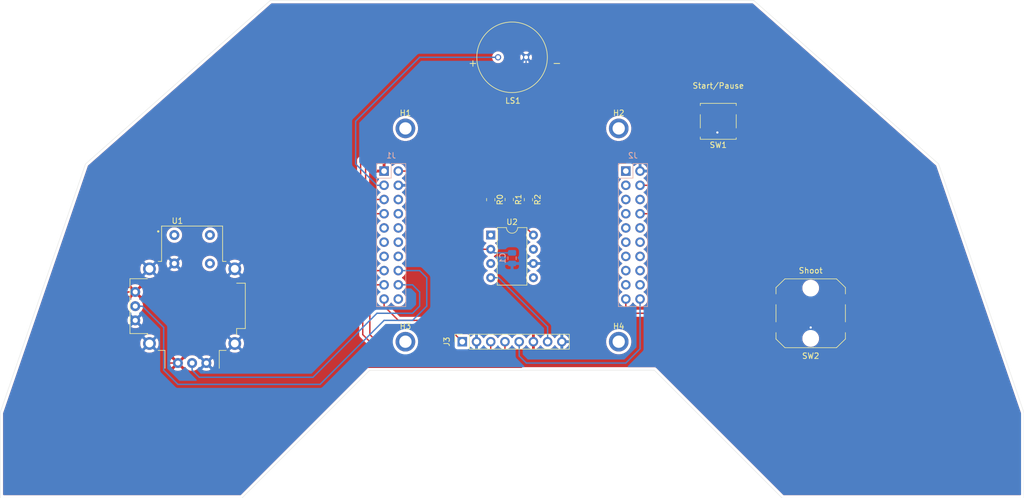
<source format=kicad_pcb>
(kicad_pcb (version 20171130) (host pcbnew "(5.1.10)-1")

  (general
    (thickness 1.6)
    (drawings 25)
    (tracks 130)
    (zones 0)
    (modules 16)
    (nets 51)
  )

  (page A4)
  (title_block
    (title "Corona Game Shield")
    (date 2021-08-01)
    (rev A1)
    (company SFU)
  )

  (layers
    (0 F.Cu signal)
    (31 B.Cu signal)
    (32 B.Adhes user)
    (33 F.Adhes user)
    (34 B.Paste user)
    (35 F.Paste user)
    (36 B.SilkS user)
    (37 F.SilkS user)
    (38 B.Mask user)
    (39 F.Mask user)
    (40 Dwgs.User user)
    (41 Cmts.User user)
    (42 Eco1.User user)
    (43 Eco2.User user)
    (44 Edge.Cuts user)
    (45 Margin user)
    (46 B.CrtYd user)
    (47 F.CrtYd user)
    (48 B.Fab user)
    (49 F.Fab user)
  )

  (setup
    (last_trace_width 0.25)
    (trace_clearance 0.2)
    (zone_clearance 0.508)
    (zone_45_only no)
    (trace_min 0.2)
    (via_size 0.8)
    (via_drill 0.4)
    (via_min_size 0.4)
    (via_min_drill 0.3)
    (uvia_size 0.3)
    (uvia_drill 0.1)
    (uvias_allowed no)
    (uvia_min_size 0.2)
    (uvia_min_drill 0.1)
    (edge_width 0.05)
    (segment_width 0.2)
    (pcb_text_width 0.3)
    (pcb_text_size 1.5 1.5)
    (mod_edge_width 0.12)
    (mod_text_size 1 1)
    (mod_text_width 0.15)
    (pad_size 1.524 1.524)
    (pad_drill 0.762)
    (pad_to_mask_clearance 0)
    (aux_axis_origin 0 0)
    (visible_elements 7FFFFFFF)
    (pcbplotparams
      (layerselection 0x010a0_7fffffff)
      (usegerberextensions false)
      (usegerberattributes true)
      (usegerberadvancedattributes true)
      (creategerberjobfile true)
      (excludeedgelayer true)
      (linewidth 0.100000)
      (plotframeref true)
      (viasonmask false)
      (mode 1)
      (useauxorigin false)
      (hpglpennumber 1)
      (hpglpenspeed 20)
      (hpglpendiameter 15.000000)
      (psnegative false)
      (psa4output false)
      (plotreference true)
      (plotvalue true)
      (plotinvisibletext false)
      (padsonsilk false)
      (subtractmaskfromsilk false)
      (outputformat 4)
      (mirror false)
      (drillshape 2)
      (scaleselection 1)
      (outputdirectory "OutputFiles/"))
  )

  (net 0 "")
  (net 1 +3V3)
  (net 2 /PE4)
  (net 3 /PE5)
  (net 4 /PB4)
  (net 5 PA5)
  (net 6 PA6)
  (net 7 PA7)
  (net 8 VBUS)
  (net 9 GNDREF)
  (net 10 /PD0)
  (net 11 /PD1)
  (net 12 /PD2)
  (net 13 /PD3)
  (net 14 /PE1)
  (net 15 PE2)
  (net 16 PE3)
  (net 17 /PF1)
  (net 18 PA2)
  (net 19 /PA3)
  (net 20 /PA4)
  (net 21 /PB6)
  (net 22 /PB7)
  (net 23 /RST)
  (net 24 PF0)
  (net 25 /PE0)
  (net 26 PF4)
  (net 27 /PD7)
  (net 28 /PD6)
  (net 29 /PC7)
  (net 30 /PC6)
  (net 31 /PC5)
  (net 32 /PC4)
  (net 33 /PB3)
  (net 34 /PF3)
  (net 35 /PF2)
  (net 36 "Net-(U1-PadB1A)")
  (net 37 "Net-(H1-Pad1)")
  (net 38 "Net-(H2-Pad1)")
  (net 39 "Net-(H3-Pad1)")
  (net 40 "Net-(H4-Pad1)")
  (net 41 PB5)
  (net 42 PB0)
  (net 43 PB1)
  (net 44 PB2)
  (net 45 BL)
  (net 46 "Net-(R0-Pad2)")
  (net 47 "Net-(U2-Pad1)")
  (net 48 "Net-(U2-Pad5)")
  (net 49 "Net-(U2-Pad3)")
  (net 50 "Net-(U2-Pad7)")

  (net_class Default "This is the default net class."
    (clearance 0.2)
    (trace_width 0.25)
    (via_dia 0.8)
    (via_drill 0.4)
    (uvia_dia 0.3)
    (uvia_drill 0.1)
    (add_net +3V3)
    (add_net /PA3)
    (add_net /PA4)
    (add_net /PB3)
    (add_net /PB4)
    (add_net /PB6)
    (add_net /PB7)
    (add_net /PC4)
    (add_net /PC5)
    (add_net /PC6)
    (add_net /PC7)
    (add_net /PD0)
    (add_net /PD1)
    (add_net /PD2)
    (add_net /PD3)
    (add_net /PD6)
    (add_net /PD7)
    (add_net /PE0)
    (add_net /PE1)
    (add_net /PE4)
    (add_net /PE5)
    (add_net /PF1)
    (add_net /PF2)
    (add_net /PF3)
    (add_net /RST)
    (add_net BL)
    (add_net GNDREF)
    (add_net "Net-(H1-Pad1)")
    (add_net "Net-(H2-Pad1)")
    (add_net "Net-(H3-Pad1)")
    (add_net "Net-(H4-Pad1)")
    (add_net "Net-(R0-Pad2)")
    (add_net "Net-(U1-PadB1A)")
    (add_net "Net-(U2-Pad1)")
    (add_net "Net-(U2-Pad3)")
    (add_net "Net-(U2-Pad5)")
    (add_net "Net-(U2-Pad7)")
    (add_net PA2)
    (add_net PA5)
    (add_net PA6)
    (add_net PA7)
    (add_net PB0)
    (add_net PB1)
    (add_net PB2)
    (add_net PB5)
    (add_net PE2)
    (add_net PE3)
    (add_net PF0)
    (add_net PF4)
    (add_net VBUS)
  )

  (module COM-09032:XDCR_COM-09032 (layer F.Cu) (tedit 60FCA291) (tstamp 61075962)
    (at 92.71 102.87)
    (path /60FF8407)
    (fp_text reference U1 (at -2.625 -15.235) (layer F.SilkS)
      (effects (font (size 1 1) (thickness 0.15)))
    )
    (fp_text value COM-09032 (at 3.09 14.265) (layer F.Fab)
      (effects (font (size 1 1) (thickness 0.15)))
    )
    (fp_circle (center -6.05 -13.35) (end -5.95 -13.35) (layer F.SilkS) (width 0.2))
    (fp_circle (center -6.05 -13.35) (end -5.95 -13.35) (layer F.Fab) (width 0.2))
    (fp_line (start 5.7 -14.6) (end 5.7 -12.35) (layer F.CrtYd) (width 0.05))
    (fp_line (start -5.8 -14.6) (end 5.7 -14.6) (layer F.CrtYd) (width 0.05))
    (fp_line (start -5.8 -12.35) (end -5.8 -14.6) (layer F.CrtYd) (width 0.05))
    (fp_line (start -11.1 -4.9) (end -7.95 -4.9) (layer F.SilkS) (width 0.127))
    (fp_line (start -11.1 4.9) (end -11.1 -4.9) (layer F.SilkS) (width 0.127))
    (fp_line (start -7.95 4.9) (end -11.1 4.9) (layer F.SilkS) (width 0.127))
    (fp_line (start -7.95 5.17) (end -7.95 4.9) (layer F.SilkS) (width 0.127))
    (fp_line (start -4.85 7.9) (end -6.07 7.9) (layer F.SilkS) (width 0.127))
    (fp_line (start -4.85 11.1) (end -4.85 7.9) (layer F.SilkS) (width 0.127))
    (fp_line (start 4.85 7.9) (end 4.85 11.1) (layer F.SilkS) (width 0.127))
    (fp_line (start 6.08 7.9) (end 4.85 7.9) (layer F.SilkS) (width 0.127))
    (fp_line (start 7.95 4) (end 7.95 5.12) (layer F.SilkS) (width 0.127))
    (fp_line (start 9.5 4) (end 7.95 4) (layer F.SilkS) (width 0.127))
    (fp_line (start 9.5 -4.1) (end 9.5 4) (layer F.SilkS) (width 0.127))
    (fp_line (start 7.95 -4.1) (end 9.5 -4.1) (layer F.SilkS) (width 0.127))
    (fp_line (start 5.45 -8) (end 6.08 -8) (layer F.SilkS) (width 0.127))
    (fp_line (start 5.45 -14.3) (end 5.45 -8) (layer F.SilkS) (width 0.127))
    (fp_line (start -5.45 -14.3) (end 5.45 -14.3) (layer F.SilkS) (width 0.127))
    (fp_line (start -5.45 -8) (end -5.45 -14.3) (layer F.SilkS) (width 0.127))
    (fp_line (start -6.07 -8) (end -5.45 -8) (layer F.SilkS) (width 0.127))
    (fp_line (start -7.95 4.9) (end -7.95 7.9) (layer F.Fab) (width 0.127))
    (fp_line (start -7.95 -4.9) (end -7.95 -8) (layer F.Fab) (width 0.127))
    (fp_line (start -11.1 -4.9) (end -11.1 4.9) (layer F.Fab) (width 0.127))
    (fp_line (start -7.95 4.9) (end -11.1 4.9) (layer F.Fab) (width 0.127))
    (fp_line (start -7.95 -4.9) (end -11.1 -4.9) (layer F.Fab) (width 0.127))
    (fp_line (start -5.45 -14.3) (end -5.45 -8) (layer F.Fab) (width 0.127))
    (fp_line (start 5.45 -14.3) (end 5.45 -8) (layer F.Fab) (width 0.127))
    (fp_line (start -5.45 -8) (end -7.95 -8) (layer F.Fab) (width 0.127))
    (fp_line (start 7.95 -8) (end 5.45 -8) (layer F.Fab) (width 0.127))
    (fp_line (start 7.95 4) (end 9.5 4) (layer F.Fab) (width 0.127))
    (fp_line (start 7.95 -4.1) (end 9.5 -4.1) (layer F.Fab) (width 0.127))
    (fp_line (start 7.95 4) (end 7.95 7.9) (layer F.Fab) (width 0.127))
    (fp_line (start 7.95 -4.1) (end 7.95 -8) (layer F.Fab) (width 0.127))
    (fp_line (start 9.5 -4.1) (end 9.5 4) (layer F.Fab) (width 0.127))
    (fp_line (start -4.85 7.9) (end -7.95 7.9) (layer F.Fab) (width 0.127))
    (fp_line (start 4.85 7.9) (end 7.95 7.9) (layer F.Fab) (width 0.127))
    (fp_line (start -4.85 11.1) (end -4.85 7.9) (layer F.Fab) (width 0.127))
    (fp_line (start 4.85 11.1) (end 4.85 7.9) (layer F.Fab) (width 0.127))
    (fp_line (start 4.85 11.1) (end -4.85 11.1) (layer F.Fab) (width 0.127))
    (fp_line (start 5.45 -14.3) (end -5.45 -14.3) (layer F.Fab) (width 0.127))
    (fp_arc (start 0 -0.062154) (end 5.45 -12.15) (angle 311.462) (layer F.Fab) (width 0.127))
    (fp_arc (start -0.05 -0.097339) (end -5.8 -12.35) (angle -309.72) (layer F.CrtYd) (width 0.05))
    (pad B1A thru_hole circle (at -3.175 -12.7) (size 1.778 1.778) (drill 0.9) (layers *.Cu *.Mask)
      (net 36 "Net-(U1-PadB1A)"))
    (pad B1B thru_hole circle (at 3.175 -12.7) (size 1.778 1.778) (drill 0.9) (layers *.Cu *.Mask))
    (pad B2A thru_hole circle (at -3.175 -7.62) (size 1.778 1.778) (drill 0.9) (layers *.Cu *.Mask)
      (net 9 GNDREF))
    (pad B2B thru_hole circle (at 3.175 -7.62) (size 1.778 1.778) (drill 0.9) (layers *.Cu *.Mask))
    (pad H1 thru_hole circle (at -2.54 10.16) (size 1.778 1.778) (drill 0.889) (layers *.Cu *.Mask)
      (net 1 +3V3))
    (pad H2 thru_hole circle (at 0 10.16) (size 1.778 1.778) (drill 0.889) (layers *.Cu *.Mask)
      (net 16 PE3))
    (pad H3 thru_hole circle (at 2.54 10.16) (size 1.778 1.778) (drill 0.889) (layers *.Cu *.Mask)
      (net 9 GNDREF))
    (pad S1 thru_hole circle (at -7.62 -6.6675) (size 2.286 2.286) (drill 1.397) (layers *.Cu *.Mask)
      (net 9 GNDREF))
    (pad S2 thru_hole circle (at -7.62 6.6675) (size 2.286 2.286) (drill 1.397) (layers *.Cu *.Mask)
      (net 9 GNDREF))
    (pad S3 thru_hole circle (at 7.62 6.6675) (size 2.286 2.286) (drill 1.397) (layers *.Cu *.Mask)
      (net 9 GNDREF))
    (pad S4 thru_hole circle (at 7.62 -6.6675) (size 2.286 2.286) (drill 1.397) (layers *.Cu *.Mask)
      (net 9 GNDREF))
    (pad V1 thru_hole circle (at -10.16 -2.54) (size 1.778 1.778) (drill 0.889) (layers *.Cu *.Mask)
      (net 1 +3V3))
    (pad V2 thru_hole circle (at -10.16 0) (size 1.778 1.778) (drill 0.889) (layers *.Cu *.Mask)
      (net 15 PE2))
    (pad V3 thru_hole circle (at -10.16 2.54) (size 1.778 1.778) (drill 0.889) (layers *.Cu *.Mask)
      (net 9 GNDREF))
    (model ${KIPRJMOD}/COM-09032/COM-09032.step
      (offset (xyz 0 0.5 0))
      (scale (xyz 1 1 1))
      (rotate (xyz -90 0 0))
    )
  )

  (module Connector_PinSocket_2.54mm:PinSocket_1x08_P2.54mm_Vertical (layer F.Cu) (tedit 5A19A420) (tstamp 610758DC)
    (at 140.97 109.22 90)
    (descr "Through hole straight socket strip, 1x08, 2.54mm pitch, single row (from Kicad 4.0.7), script generated")
    (tags "Through hole socket strip THT 1x08 2.54mm single row")
    (path /60FECB00)
    (fp_text reference J3 (at 0 -2.77 90) (layer F.SilkS)
      (effects (font (size 1 1) (thickness 0.15)))
    )
    (fp_text value Conn_01x08 (at 0 20.55 90) (layer F.Fab)
      (effects (font (size 1 1) (thickness 0.15)))
    )
    (fp_line (start -1.27 -1.27) (end 0.635 -1.27) (layer F.Fab) (width 0.1))
    (fp_line (start 0.635 -1.27) (end 1.27 -0.635) (layer F.Fab) (width 0.1))
    (fp_line (start 1.27 -0.635) (end 1.27 19.05) (layer F.Fab) (width 0.1))
    (fp_line (start 1.27 19.05) (end -1.27 19.05) (layer F.Fab) (width 0.1))
    (fp_line (start -1.27 19.05) (end -1.27 -1.27) (layer F.Fab) (width 0.1))
    (fp_line (start -1.33 1.27) (end 1.33 1.27) (layer F.SilkS) (width 0.12))
    (fp_line (start -1.33 1.27) (end -1.33 19.11) (layer F.SilkS) (width 0.12))
    (fp_line (start -1.33 19.11) (end 1.33 19.11) (layer F.SilkS) (width 0.12))
    (fp_line (start 1.33 1.27) (end 1.33 19.11) (layer F.SilkS) (width 0.12))
    (fp_line (start 1.33 -1.33) (end 1.33 0) (layer F.SilkS) (width 0.12))
    (fp_line (start 0 -1.33) (end 1.33 -1.33) (layer F.SilkS) (width 0.12))
    (fp_line (start -1.8 -1.8) (end 1.75 -1.8) (layer F.CrtYd) (width 0.05))
    (fp_line (start 1.75 -1.8) (end 1.75 19.55) (layer F.CrtYd) (width 0.05))
    (fp_line (start 1.75 19.55) (end -1.8 19.55) (layer F.CrtYd) (width 0.05))
    (fp_line (start -1.8 19.55) (end -1.8 -1.8) (layer F.CrtYd) (width 0.05))
    (fp_text user %R (at 0 8.89) (layer F.Fab)
      (effects (font (size 1 1) (thickness 0.15)))
    )
    (pad 1 thru_hole rect (at 0 0 90) (size 1.7 1.7) (drill 1) (layers *.Cu *.Mask)
      (net 7 PA7))
    (pad 2 thru_hole oval (at 0 2.54 90) (size 1.7 1.7) (drill 1) (layers *.Cu *.Mask)
      (net 9 GNDREF))
    (pad 3 thru_hole oval (at 0 5.08 90) (size 1.7 1.7) (drill 1) (layers *.Cu *.Mask)
      (net 6 PA6))
    (pad 4 thru_hole oval (at 0 7.62 90) (size 1.7 1.7) (drill 1) (layers *.Cu *.Mask)
      (net 5 PA5))
    (pad 5 thru_hole oval (at 0 10.16 90) (size 1.7 1.7) (drill 1) (layers *.Cu *.Mask)
      (net 18 PA2))
    (pad 6 thru_hole oval (at 0 12.7 90) (size 1.7 1.7) (drill 1) (layers *.Cu *.Mask)
      (net 1 +3V3))
    (pad 7 thru_hole oval (at 0 15.24 90) (size 1.7 1.7) (drill 1) (layers *.Cu *.Mask)
      (net 45 BL))
    (pad 8 thru_hole oval (at 0 17.78 90) (size 1.7 1.7) (drill 1) (layers *.Cu *.Mask)
      (net 9 GNDREF))
    (model ${KISYS3DMOD}/Connector_PinSocket_2.54mm.3dshapes/PinSocket_1x08_P2.54mm_Vertical.wrl
      (at (xyz 0 0 0))
      (scale (xyz 1 1 1))
      (rotate (xyz 0 0 0))
    )
  )

  (module Button_Switch_SMD:SW_Push_1P1T_NO_CK_PTS125Sx43PSMTR (layer F.Cu) (tedit 5CEA3585) (tstamp 61075924)
    (at 203.2 104.14)
    (descr "C&K Switches 1P1T SMD PTS125 Series 12mm Tact Switch with Pegs, https://www.ckswitches.com/media/1462/pts125.pdf")
    (tags "Button Tactile Switch SPST 1P1T")
    (path /60FFD8F6)
    (attr smd)
    (fp_text reference SW2 (at 0 7.62) (layer F.SilkS)
      (effects (font (size 1 1) (thickness 0.15)))
    )
    (fp_text value SW_Push (at 0 5.08) (layer F.Fab)
      (effects (font (size 1 1) (thickness 0.15)))
    )
    (fp_line (start -6 -4.5) (end -6 4.5) (layer F.Fab) (width 0.1))
    (fp_line (start -4.5 6) (end 4.5 6) (layer F.Fab) (width 0.1))
    (fp_line (start 6 4.5) (end 6 -4.5) (layer F.Fab) (width 0.1))
    (fp_line (start 4.5 -6) (end -4.5 -6) (layer F.Fab) (width 0.1))
    (fp_circle (center 0 0) (end 3.5 0) (layer F.Fab) (width 0.1))
    (fp_line (start -8.4 -6.25) (end 8.4 -6.25) (layer F.CrtYd) (width 0.05))
    (fp_line (start 8.4 -6.25) (end 8.4 6.25) (layer F.CrtYd) (width 0.05))
    (fp_line (start 8.4 6.25) (end -8.4 6.25) (layer F.CrtYd) (width 0.05))
    (fp_line (start -8.4 6.25) (end -8.4 -6.25) (layer F.CrtYd) (width 0.05))
    (fp_line (start -6 -4.5) (end -4.5 -6) (layer F.Fab) (width 0.1))
    (fp_line (start 4.5 -6) (end 6 -4.5) (layer F.Fab) (width 0.1))
    (fp_line (start 6 4.5) (end 4.5 6) (layer F.Fab) (width 0.1))
    (fp_line (start -4.5 6) (end -6 4.5) (layer F.Fab) (width 0.1))
    (fp_line (start -6.2 -1.55) (end -6.2 1.55) (layer F.SilkS) (width 0.12))
    (fp_line (start -6.2 4.6) (end -4.6 6.15) (layer F.SilkS) (width 0.12))
    (fp_line (start -6.2 -4.6) (end -4.6 -6.15) (layer F.SilkS) (width 0.12))
    (fp_line (start 4.6 -6.15) (end 6.2 -4.6) (layer F.SilkS) (width 0.12))
    (fp_line (start 6.2 -1.55) (end 6.2 1.55) (layer F.SilkS) (width 0.12))
    (fp_line (start 4.6 6.15) (end 6.2 4.6) (layer F.SilkS) (width 0.12))
    (fp_line (start -4.6 -6.15) (end 4.6 -6.15) (layer F.SilkS) (width 0.12))
    (fp_line (start -4.6 6.15) (end 4.6 6.15) (layer F.SilkS) (width 0.12))
    (fp_line (start -6.2 -3.45) (end -6.2 -4.6) (layer F.SilkS) (width 0.12))
    (fp_line (start 6.2 -3.45) (end 6.2 -4.6) (layer F.SilkS) (width 0.12))
    (fp_line (start 6.2 3.45) (end 6.2 4.6) (layer F.SilkS) (width 0.12))
    (fp_line (start -6.2 3.45) (end -6.2 4.6) (layer F.SilkS) (width 0.12))
    (fp_text user %R (at 0 0) (layer F.Fab)
      (effects (font (size 1 1) (thickness 0.15)))
    )
    (pad "" np_thru_hole circle (at 0 -4.5) (size 2 2) (drill 2) (layers *.Cu *.Mask))
    (pad "" np_thru_hole circle (at 0 4.5) (size 2 2) (drill 2) (layers *.Cu *.Mask))
    (pad 1 smd rect (at 7.15 -2.5) (size 2 1.5) (layers F.Cu F.Paste F.Mask)
      (net 26 PF4))
    (pad 1 smd rect (at -7.15 -2.5) (size 2 1.5) (layers F.Cu F.Paste F.Mask)
      (net 26 PF4))
    (pad 2 smd rect (at -7.15 2.5) (size 2 1.5) (layers F.Cu F.Paste F.Mask)
      (net 9 GNDREF))
    (pad 2 smd rect (at 7.15 2.5) (size 2 1.5) (layers F.Cu F.Paste F.Mask)
      (net 9 GNDREF))
    (model ${KISYS3DMOD}/Button_Switch_SMD.3dshapes/SW_Push_1P1T_NO_CK_PTS125Sx43PSMTR.wrl
      (at (xyz 0 0 0))
      (scale (xyz 1 1 1))
      (rotate (xyz 0 0 0))
    )
  )

  (module Button_Switch_SMD:SW_Push_1P1T_NO_CK_KSC7xxJ (layer F.Cu) (tedit 5C63FE2A) (tstamp 610769AD)
    (at 186.69 69.85)
    (descr "CK components KSC7 tactile switch https://www.ckswitches.com/media/1973/ksc7.pdf")
    (tags "tactile switch ksc7")
    (path /60FFC763)
    (attr smd)
    (fp_text reference SW1 (at 0 4.24) (layer F.SilkS)
      (effects (font (size 1 1) (thickness 0.15)))
    )
    (fp_text value SW_Push (at 0 -4.23) (layer F.Fab)
      (effects (font (size 1 1) (thickness 0.15)))
    )
    (fp_line (start -3.1 -3.1) (end 3.1 -3.1) (layer F.Fab) (width 0.1))
    (fp_line (start 3.1 -3.1) (end 3.1 3.1) (layer F.Fab) (width 0.1))
    (fp_line (start 3.1 3.1) (end -3.1 3.1) (layer F.Fab) (width 0.1))
    (fp_line (start -3.1 3.1) (end -3.1 -3.1) (layer F.Fab) (width 0.1))
    (fp_line (start -4.55 -3.35) (end 4.55 -3.35) (layer F.CrtYd) (width 0.05))
    (fp_line (start 4.55 -3.35) (end 4.55 3.35) (layer F.CrtYd) (width 0.05))
    (fp_line (start 4.55 3.35) (end -4.55 3.35) (layer F.CrtYd) (width 0.05))
    (fp_line (start -4.55 3.35) (end -4.55 -3.35) (layer F.CrtYd) (width 0.05))
    (fp_circle (center 0 0) (end 1.5 0) (layer F.Fab) (width 0.1))
    (fp_line (start -3.21 2.8) (end -3.21 3.21) (layer F.SilkS) (width 0.12))
    (fp_line (start -3.21 3.21) (end 3.21 3.21) (layer F.SilkS) (width 0.12))
    (fp_line (start 3.21 3.21) (end 3.21 2.93) (layer F.SilkS) (width 0.12))
    (fp_line (start 3.21 1.2) (end 3.21 -1.2) (layer F.SilkS) (width 0.12))
    (fp_line (start 3.21 -2.8) (end 3.21 -3.21) (layer F.SilkS) (width 0.12))
    (fp_line (start 3.21 -3.21) (end -3.21 -3.21) (layer F.SilkS) (width 0.12))
    (fp_line (start -3.21 -3.21) (end -3.21 -2.8) (layer F.SilkS) (width 0.12))
    (fp_line (start -3.21 -1.2) (end -3.21 1.2) (layer F.SilkS) (width 0.12))
    (fp_text user %R (at 0 0) (layer F.Fab)
      (effects (font (size 1 1) (thickness 0.15)))
    )
    (pad 1 smd rect (at -2.9 -2) (size 2.8 1) (layers F.Cu F.Paste F.Mask)
      (net 24 PF0))
    (pad 1 smd rect (at 2.9 -2) (size 2.8 1) (layers F.Cu F.Paste F.Mask)
      (net 24 PF0))
    (pad 2 smd rect (at -2.9 2) (size 2.8 1) (layers F.Cu F.Paste F.Mask)
      (net 9 GNDREF))
    (pad 2 smd rect (at 2.9 2) (size 2.8 1) (layers F.Cu F.Paste F.Mask)
      (net 9 GNDREF))
    (model ${KISYS3DMOD}/Button_Switch_SMD.3dshapes/SW_push_1P1T_NO_CK_KSC7xxJxxx.wrl
      (at (xyz 0 0 0))
      (scale (xyz 1 1 1))
      (rotate (xyz 0 0 0))
    )
  )

  (module MountingHole:MountingHole_2.2mm_M2_ISO7380_Pad_TopBottom (layer F.Cu) (tedit 56D1B4CB) (tstamp 61076F61)
    (at 130.81 71.12)
    (descr "Mounting Hole 2.2mm, M2, ISO7380")
    (tags "mounting hole 2.2mm m2 iso7380")
    (path /6110DF82)
    (attr virtual)
    (fp_text reference H1 (at 0 -2.75) (layer F.SilkS)
      (effects (font (size 1 1) (thickness 0.15)))
    )
    (fp_text value MountingHole_Pad (at 0 2.75) (layer F.Fab)
      (effects (font (size 1 1) (thickness 0.15)))
    )
    (fp_circle (center 0 0) (end 2 0) (layer F.CrtYd) (width 0.05))
    (fp_circle (center 0 0) (end 1.75 0) (layer Cmts.User) (width 0.15))
    (fp_text user %R (at 0.3 0) (layer F.Fab)
      (effects (font (size 1 1) (thickness 0.15)))
    )
    (pad 1 connect circle (at 0 0) (size 3.5 3.5) (layers B.Cu B.Mask)
      (net 37 "Net-(H1-Pad1)"))
    (pad 1 connect circle (at 0 0) (size 3.5 3.5) (layers F.Cu F.Mask)
      (net 37 "Net-(H1-Pad1)"))
    (pad 1 thru_hole circle (at 0 0) (size 2.6 2.6) (drill 2.2) (layers *.Cu *.Mask)
      (net 37 "Net-(H1-Pad1)"))
  )

  (module MountingHole:MountingHole_2.2mm_M2_ISO7380_Pad_TopBottom (layer F.Cu) (tedit 56D1B4CB) (tstamp 61076F6B)
    (at 168.91 71.12)
    (descr "Mounting Hole 2.2mm, M2, ISO7380")
    (tags "mounting hole 2.2mm m2 iso7380")
    (path /6110D859)
    (attr virtual)
    (fp_text reference H2 (at 0 -2.75) (layer F.SilkS)
      (effects (font (size 1 1) (thickness 0.15)))
    )
    (fp_text value MountingHole_Pad (at 0 2.75) (layer F.Fab)
      (effects (font (size 1 1) (thickness 0.15)))
    )
    (fp_circle (center 0 0) (end 1.75 0) (layer Cmts.User) (width 0.15))
    (fp_circle (center 0 0) (end 2 0) (layer F.CrtYd) (width 0.05))
    (fp_text user %R (at 0.3 0) (layer F.Fab)
      (effects (font (size 1 1) (thickness 0.15)))
    )
    (pad 1 thru_hole circle (at 0 0) (size 2.6 2.6) (drill 2.2) (layers *.Cu *.Mask)
      (net 38 "Net-(H2-Pad1)"))
    (pad 1 connect circle (at 0 0) (size 3.5 3.5) (layers F.Cu F.Mask)
      (net 38 "Net-(H2-Pad1)"))
    (pad 1 connect circle (at 0 0) (size 3.5 3.5) (layers B.Cu B.Mask)
      (net 38 "Net-(H2-Pad1)"))
  )

  (module MountingHole:MountingHole_2.2mm_M2_ISO7380_Pad_TopBottom (layer F.Cu) (tedit 56D1B4CB) (tstamp 61076F75)
    (at 130.81 109.22)
    (descr "Mounting Hole 2.2mm, M2, ISO7380")
    (tags "mounting hole 2.2mm m2 iso7380")
    (path /6110D2D3)
    (attr virtual)
    (fp_text reference H3 (at 0 -2.75) (layer F.SilkS)
      (effects (font (size 1 1) (thickness 0.15)))
    )
    (fp_text value MountingHole_Pad (at 0 2.75) (layer F.Fab)
      (effects (font (size 1 1) (thickness 0.15)))
    )
    (fp_circle (center 0 0) (end 2 0) (layer F.CrtYd) (width 0.05))
    (fp_circle (center 0 0) (end 1.75 0) (layer Cmts.User) (width 0.15))
    (fp_text user %R (at 0.3 0) (layer F.Fab)
      (effects (font (size 1 1) (thickness 0.15)))
    )
    (pad 1 connect circle (at 0 0) (size 3.5 3.5) (layers B.Cu B.Mask)
      (net 39 "Net-(H3-Pad1)"))
    (pad 1 connect circle (at 0 0) (size 3.5 3.5) (layers F.Cu F.Mask)
      (net 39 "Net-(H3-Pad1)"))
    (pad 1 thru_hole circle (at 0 0) (size 2.6 2.6) (drill 2.2) (layers *.Cu *.Mask)
      (net 39 "Net-(H3-Pad1)"))
  )

  (module MountingHole:MountingHole_2.2mm_M2_ISO7380_Pad_TopBottom (layer F.Cu) (tedit 56D1B4CB) (tstamp 61076F7F)
    (at 168.91 109.22)
    (descr "Mounting Hole 2.2mm, M2, ISO7380")
    (tags "mounting hole 2.2mm m2 iso7380")
    (path /6110BE52)
    (attr virtual)
    (fp_text reference H4 (at 0 -2.75) (layer F.SilkS)
      (effects (font (size 1 1) (thickness 0.15)))
    )
    (fp_text value MountingHole_Pad (at 0 2.75) (layer F.Fab)
      (effects (font (size 1 1) (thickness 0.15)))
    )
    (fp_circle (center 0 0) (end 1.75 0) (layer Cmts.User) (width 0.15))
    (fp_circle (center 0 0) (end 2 0) (layer F.CrtYd) (width 0.05))
    (fp_text user %R (at 0.3 0) (layer F.Fab)
      (effects (font (size 1 1) (thickness 0.15)))
    )
    (pad 1 thru_hole circle (at 0 0) (size 2.6 2.6) (drill 2.2) (layers *.Cu *.Mask)
      (net 40 "Net-(H4-Pad1)"))
    (pad 1 connect circle (at 0 0) (size 3.5 3.5) (layers F.Cu F.Mask)
      (net 40 "Net-(H4-Pad1)"))
    (pad 1 connect circle (at 0 0) (size 3.5 3.5) (layers B.Cu B.Mask)
      (net 40 "Net-(H4-Pad1)"))
  )

  (module Conn:PinSocket_2x10_P2.54mm_VerticalPinLayout (layer B.Cu) (tedit 61082C91) (tstamp 61083CEE)
    (at 127 78.74 180)
    (descr "Through hole straight socket strip, 2x10, 2.54mm pitch, double cols (from Kicad 4.0.7), script generated")
    (tags "Through hole socket strip THT 2x10 2.54mm double row")
    (path /60FD3F6B)
    (fp_text reference J1 (at -1.27 2.77) (layer B.SilkS)
      (effects (font (size 1 1) (thickness 0.15)) (justify mirror))
    )
    (fp_text value Conn_02x10_Top_Bottom (at -1.27 -25.63) (layer B.Fab)
      (effects (font (size 1 1) (thickness 0.15)) (justify mirror))
    )
    (fp_line (start -4.34 -24.6) (end -4.34 1.8) (layer B.CrtYd) (width 0.05))
    (fp_line (start 1.76 -24.6) (end -4.34 -24.6) (layer B.CrtYd) (width 0.05))
    (fp_line (start 1.76 1.8) (end 1.76 -24.6) (layer B.CrtYd) (width 0.05))
    (fp_line (start -4.34 1.8) (end 1.76 1.8) (layer B.CrtYd) (width 0.05))
    (fp_line (start 0 1.33) (end 1.33 1.33) (layer B.SilkS) (width 0.12))
    (fp_line (start 1.33 1.33) (end 1.33 0) (layer B.SilkS) (width 0.12))
    (fp_line (start -1.27 1.33) (end -1.27 -1.27) (layer B.SilkS) (width 0.12))
    (fp_line (start -1.27 -1.27) (end 1.33 -1.27) (layer B.SilkS) (width 0.12))
    (fp_line (start 1.33 -1.27) (end 1.33 -24.19) (layer B.SilkS) (width 0.12))
    (fp_line (start -3.87 -24.19) (end 1.33 -24.19) (layer B.SilkS) (width 0.12))
    (fp_line (start -3.87 1.33) (end -3.87 -24.19) (layer B.SilkS) (width 0.12))
    (fp_line (start -3.87 1.33) (end -1.27 1.33) (layer B.SilkS) (width 0.12))
    (fp_line (start -3.81 -24.13) (end -3.81 1.27) (layer B.Fab) (width 0.1))
    (fp_line (start 1.27 -24.13) (end -3.81 -24.13) (layer B.Fab) (width 0.1))
    (fp_line (start 1.27 0.27) (end 1.27 -24.13) (layer B.Fab) (width 0.1))
    (fp_line (start 0.27 1.27) (end 1.27 0.27) (layer B.Fab) (width 0.1))
    (fp_line (start -3.81 1.27) (end 0.27 1.27) (layer B.Fab) (width 0.1))
    (fp_text user %R (at -1.27 -11.43 270) (layer B.Fab)
      (effects (font (size 1 1) (thickness 0.15)) (justify mirror))
    )
    (pad 1 thru_hole rect (at 0 0 180) (size 1.7 1.7) (drill 1) (layers *.Cu *.Mask)
      (net 1 +3V3))
    (pad 11 thru_hole oval (at -2.54 0 180) (size 1.7 1.7) (drill 1) (layers *.Cu *.Mask)
      (net 8 VBUS))
    (pad 2 thru_hole oval (at 0 -2.54 180) (size 1.7 1.7) (drill 1) (layers *.Cu *.Mask)
      (net 41 PB5))
    (pad 12 thru_hole oval (at -2.54 -2.54 180) (size 1.7 1.7) (drill 1) (layers *.Cu *.Mask)
      (net 9 GNDREF))
    (pad 3 thru_hole oval (at 0 -5.08 180) (size 1.7 1.7) (drill 1) (layers *.Cu *.Mask)
      (net 42 PB0))
    (pad 13 thru_hole oval (at -2.54 -5.08 180) (size 1.7 1.7) (drill 1) (layers *.Cu *.Mask)
      (net 10 /PD0))
    (pad 4 thru_hole oval (at 0 -7.62 180) (size 1.7 1.7) (drill 1) (layers *.Cu *.Mask)
      (net 43 PB1))
    (pad 14 thru_hole oval (at -2.54 -7.62 180) (size 1.7 1.7) (drill 1) (layers *.Cu *.Mask)
      (net 11 /PD1))
    (pad 5 thru_hole oval (at 0 -10.16 180) (size 1.7 1.7) (drill 1) (layers *.Cu *.Mask)
      (net 2 /PE4))
    (pad 15 thru_hole oval (at -2.54 -10.16 180) (size 1.7 1.7) (drill 1) (layers *.Cu *.Mask)
      (net 12 /PD2))
    (pad 6 thru_hole oval (at 0 -12.7 180) (size 1.7 1.7) (drill 1) (layers *.Cu *.Mask)
      (net 3 /PE5))
    (pad 16 thru_hole oval (at -2.54 -12.7 180) (size 1.7 1.7) (drill 1) (layers *.Cu *.Mask)
      (net 13 /PD3))
    (pad 7 thru_hole oval (at 0 -15.24 180) (size 1.7 1.7) (drill 1) (layers *.Cu *.Mask)
      (net 4 /PB4))
    (pad 17 thru_hole oval (at -2.54 -15.24 180) (size 1.7 1.7) (drill 1) (layers *.Cu *.Mask)
      (net 14 /PE1))
    (pad 8 thru_hole oval (at 0 -17.78 180) (size 1.7 1.7) (drill 1) (layers *.Cu *.Mask)
      (net 5 PA5))
    (pad 18 thru_hole oval (at -2.54 -17.78 180) (size 1.7 1.7) (drill 1) (layers *.Cu *.Mask)
      (net 15 PE2))
    (pad 9 thru_hole oval (at 0 -20.32 180) (size 1.7 1.7) (drill 1) (layers *.Cu *.Mask)
      (net 6 PA6))
    (pad 19 thru_hole oval (at -2.54 -20.32 180) (size 1.7 1.7) (drill 1) (layers *.Cu *.Mask)
      (net 16 PE3))
    (pad 10 thru_hole oval (at 0 -22.86 180) (size 1.7 1.7) (drill 1) (layers *.Cu *.Mask)
      (net 7 PA7))
    (pad 20 thru_hole oval (at -2.54 -22.86 180) (size 1.7 1.7) (drill 1) (layers *.Cu *.Mask)
      (net 17 /PF1))
    (model ${KISYS3DMOD}/Connector_PinSocket_2.54mm.3dshapes/PinSocket_2x10_P2.54mm_Vertical.wrl
      (at (xyz 0 0 0))
      (scale (xyz 1 1 1))
      (rotate (xyz 0 0 0))
    )
  )

  (module Conn:PinSocket_2x10_P2.54mm_VerticalPinLayout (layer B.Cu) (tedit 61082C91) (tstamp 61083D17)
    (at 170.18 78.74 180)
    (descr "Through hole straight socket strip, 2x10, 2.54mm pitch, double cols (from Kicad 4.0.7), script generated")
    (tags "Through hole socket strip THT 2x10 2.54mm double row")
    (path /60FD7C44)
    (fp_text reference J2 (at -1.27 2.77) (layer B.SilkS)
      (effects (font (size 1 1) (thickness 0.15)) (justify mirror))
    )
    (fp_text value Conn_02x10_Top_Bottom (at -1.27 -25.63) (layer B.Fab)
      (effects (font (size 1 1) (thickness 0.15)) (justify mirror))
    )
    (fp_line (start -3.81 1.27) (end 0.27 1.27) (layer B.Fab) (width 0.1))
    (fp_line (start 0.27 1.27) (end 1.27 0.27) (layer B.Fab) (width 0.1))
    (fp_line (start 1.27 0.27) (end 1.27 -24.13) (layer B.Fab) (width 0.1))
    (fp_line (start 1.27 -24.13) (end -3.81 -24.13) (layer B.Fab) (width 0.1))
    (fp_line (start -3.81 -24.13) (end -3.81 1.27) (layer B.Fab) (width 0.1))
    (fp_line (start -3.87 1.33) (end -1.27 1.33) (layer B.SilkS) (width 0.12))
    (fp_line (start -3.87 1.33) (end -3.87 -24.19) (layer B.SilkS) (width 0.12))
    (fp_line (start -3.87 -24.19) (end 1.33 -24.19) (layer B.SilkS) (width 0.12))
    (fp_line (start 1.33 -1.27) (end 1.33 -24.19) (layer B.SilkS) (width 0.12))
    (fp_line (start -1.27 -1.27) (end 1.33 -1.27) (layer B.SilkS) (width 0.12))
    (fp_line (start -1.27 1.33) (end -1.27 -1.27) (layer B.SilkS) (width 0.12))
    (fp_line (start 1.33 1.33) (end 1.33 0) (layer B.SilkS) (width 0.12))
    (fp_line (start 0 1.33) (end 1.33 1.33) (layer B.SilkS) (width 0.12))
    (fp_line (start -4.34 1.8) (end 1.76 1.8) (layer B.CrtYd) (width 0.05))
    (fp_line (start 1.76 1.8) (end 1.76 -24.6) (layer B.CrtYd) (width 0.05))
    (fp_line (start 1.76 -24.6) (end -4.34 -24.6) (layer B.CrtYd) (width 0.05))
    (fp_line (start -4.34 -24.6) (end -4.34 1.8) (layer B.CrtYd) (width 0.05))
    (fp_text user %R (at -1.27 -11.43 270) (layer B.Fab)
      (effects (font (size 1 1) (thickness 0.15)) (justify mirror))
    )
    (pad 20 thru_hole oval (at -2.54 -22.86 180) (size 1.7 1.7) (drill 1) (layers *.Cu *.Mask)
      (net 18 PA2))
    (pad 10 thru_hole oval (at 0 -22.86 180) (size 1.7 1.7) (drill 1) (layers *.Cu *.Mask)
      (net 26 PF4))
    (pad 19 thru_hole oval (at -2.54 -20.32 180) (size 1.7 1.7) (drill 1) (layers *.Cu *.Mask)
      (net 19 /PA3))
    (pad 9 thru_hole oval (at 0 -20.32 180) (size 1.7 1.7) (drill 1) (layers *.Cu *.Mask)
      (net 27 /PD7))
    (pad 18 thru_hole oval (at -2.54 -17.78 180) (size 1.7 1.7) (drill 1) (layers *.Cu *.Mask)
      (net 20 /PA4))
    (pad 8 thru_hole oval (at 0 -17.78 180) (size 1.7 1.7) (drill 1) (layers *.Cu *.Mask)
      (net 28 /PD6))
    (pad 17 thru_hole oval (at -2.54 -15.24 180) (size 1.7 1.7) (drill 1) (layers *.Cu *.Mask)
      (net 21 /PB6))
    (pad 7 thru_hole oval (at 0 -15.24 180) (size 1.7 1.7) (drill 1) (layers *.Cu *.Mask)
      (net 29 /PC7))
    (pad 16 thru_hole oval (at -2.54 -12.7 180) (size 1.7 1.7) (drill 1) (layers *.Cu *.Mask)
      (net 22 /PB7))
    (pad 6 thru_hole oval (at 0 -12.7 180) (size 1.7 1.7) (drill 1) (layers *.Cu *.Mask)
      (net 30 /PC6))
    (pad 15 thru_hole oval (at -2.54 -10.16 180) (size 1.7 1.7) (drill 1) (layers *.Cu *.Mask)
      (net 23 /RST))
    (pad 5 thru_hole oval (at 0 -10.16 180) (size 1.7 1.7) (drill 1) (layers *.Cu *.Mask)
      (net 31 /PC5))
    (pad 14 thru_hole oval (at -2.54 -7.62 180) (size 1.7 1.7) (drill 1) (layers *.Cu *.Mask)
      (net 24 PF0))
    (pad 4 thru_hole oval (at 0 -7.62 180) (size 1.7 1.7) (drill 1) (layers *.Cu *.Mask)
      (net 32 /PC4))
    (pad 13 thru_hole oval (at -2.54 -5.08 180) (size 1.7 1.7) (drill 1) (layers *.Cu *.Mask)
      (net 25 /PE0))
    (pad 3 thru_hole oval (at 0 -5.08 180) (size 1.7 1.7) (drill 1) (layers *.Cu *.Mask)
      (net 33 /PB3))
    (pad 12 thru_hole oval (at -2.54 -2.54 180) (size 1.7 1.7) (drill 1) (layers *.Cu *.Mask)
      (net 44 PB2))
    (pad 2 thru_hole oval (at 0 -2.54 180) (size 1.7 1.7) (drill 1) (layers *.Cu *.Mask)
      (net 34 /PF3))
    (pad 11 thru_hole oval (at -2.54 0 180) (size 1.7 1.7) (drill 1) (layers *.Cu *.Mask)
      (net 9 GNDREF))
    (pad 1 thru_hole rect (at 0 0 180) (size 1.7 1.7) (drill 1) (layers *.Cu *.Mask)
      (net 35 /PF2))
    (model ${KISYS3DMOD}/Connector_PinSocket_2.54mm.3dshapes/PinSocket_2x10_P2.54mm_Vertical.wrl
      (at (xyz 0 0 0))
      (scale (xyz 1 1 1))
      (rotate (xyz 0 0 0))
    )
  )

  (module PKM13EPYH4002-B0:SPKR_PKM13EPYH4002-B0 (layer F.Cu) (tedit 61084E23) (tstamp 61089E6D)
    (at 149.86 58.42 180)
    (path /61087478)
    (fp_text reference LS1 (at -0.155 -7.755) (layer F.SilkS)
      (effects (font (size 1 1) (thickness 0.15)))
    )
    (fp_text value PKM13EPYH4002-B0 (at 10.005 7.755) (layer F.Fab)
      (effects (font (size 1 1) (thickness 0.15)))
    )
    (fp_circle (center 0 0) (end 6.3 0) (layer F.SilkS) (width 0.127))
    (fp_circle (center 0 0) (end 6.3 0) (layer F.Fab) (width 0.127))
    (fp_circle (center 0 0) (end 6.55 0) (layer F.CrtYd) (width 0.05))
    (fp_text user - (at -8 -1) (layer F.SilkS)
      (effects (font (size 1.32 1.32) (thickness 0.15)))
    )
    (fp_text user - (at -8 -1) (layer F.Fab)
      (effects (font (size 1.32 1.32) (thickness 0.15)))
    )
    (fp_text user + (at 7 -1) (layer F.Fab)
      (effects (font (size 1.32 1.32) (thickness 0.15)))
    )
    (fp_text user + (at 7 -1) (layer F.SilkS)
      (effects (font (size 1.32 1.32) (thickness 0.15)))
    )
    (pad N thru_hole circle (at -2.5 0 180) (size 1.1 1.1) (drill 0.7) (layers *.Cu *.Mask)
      (net 9 GNDREF))
    (pad P thru_hole circle (at 2.5 0 180) (size 1.1 1.1) (drill 0.7) (layers *.Cu *.Mask)
      (net 41 PB5))
    (model ${KIPRJMOD}/PKM13EPYH4002-B0/PKM13EPYH4002-B0.step
      (at (xyz 0 0 0))
      (scale (xyz 1 1 1))
      (rotate (xyz -90 0 0))
    )
  )

  (module Capacitor_SMD:C_0805_2012Metric (layer B.Cu) (tedit 5F68FEEE) (tstamp 6108A783)
    (at 149.86 94.3 270)
    (descr "Capacitor SMD 0805 (2012 Metric), square (rectangular) end terminal, IPC_7351 nominal, (Body size source: IPC-SM-782 page 76, https://www.pcb-3d.com/wordpress/wp-content/uploads/ipc-sm-782a_amendment_1_and_2.pdf, https://docs.google.com/spreadsheets/d/1BsfQQcO9C6DZCsRaXUlFlo91Tg2WpOkGARC1WS5S8t0/edit?usp=sharing), generated with kicad-footprint-generator")
    (tags capacitor)
    (path /610CCEF3)
    (attr smd)
    (fp_text reference C1 (at 0 1.68 90) (layer B.SilkS)
      (effects (font (size 1 1) (thickness 0.15)) (justify mirror))
    )
    (fp_text value 4.7uF (at 0 -1.68 90) (layer B.Fab)
      (effects (font (size 1 1) (thickness 0.15)) (justify mirror))
    )
    (fp_line (start -1 -0.625) (end -1 0.625) (layer B.Fab) (width 0.1))
    (fp_line (start -1 0.625) (end 1 0.625) (layer B.Fab) (width 0.1))
    (fp_line (start 1 0.625) (end 1 -0.625) (layer B.Fab) (width 0.1))
    (fp_line (start 1 -0.625) (end -1 -0.625) (layer B.Fab) (width 0.1))
    (fp_line (start -0.261252 0.735) (end 0.261252 0.735) (layer B.SilkS) (width 0.12))
    (fp_line (start -0.261252 -0.735) (end 0.261252 -0.735) (layer B.SilkS) (width 0.12))
    (fp_line (start -1.7 -0.98) (end -1.7 0.98) (layer B.CrtYd) (width 0.05))
    (fp_line (start -1.7 0.98) (end 1.7 0.98) (layer B.CrtYd) (width 0.05))
    (fp_line (start 1.7 0.98) (end 1.7 -0.98) (layer B.CrtYd) (width 0.05))
    (fp_line (start 1.7 -0.98) (end -1.7 -0.98) (layer B.CrtYd) (width 0.05))
    (fp_text user %R (at 0 0 90) (layer B.Fab)
      (effects (font (size 0.5 0.5) (thickness 0.08)) (justify mirror))
    )
    (pad 1 smd roundrect (at -0.95 0 270) (size 1 1.45) (layers B.Cu B.Paste B.Mask) (roundrect_rratio 0.25)
      (net 8 VBUS))
    (pad 2 smd roundrect (at 0.95 0 270) (size 1 1.45) (layers B.Cu B.Paste B.Mask) (roundrect_rratio 0.25)
      (net 9 GNDREF))
    (model ${KISYS3DMOD}/Capacitor_SMD.3dshapes/C_0805_2012Metric.wrl
      (at (xyz 0 0 0))
      (scale (xyz 1 1 1))
      (rotate (xyz 0 0 0))
    )
  )

  (module Resistor_SMD:R_0805_2012Metric (layer F.Cu) (tedit 5F68FEEE) (tstamp 6108A847)
    (at 146.05 83.8435 270)
    (descr "Resistor SMD 0805 (2012 Metric), square (rectangular) end terminal, IPC_7351 nominal, (Body size source: IPC-SM-782 page 72, https://www.pcb-3d.com/wordpress/wp-content/uploads/ipc-sm-782a_amendment_1_and_2.pdf), generated with kicad-footprint-generator")
    (tags resistor)
    (path /61095329)
    (attr smd)
    (fp_text reference R0 (at 0 -1.65 90) (layer F.SilkS)
      (effects (font (size 1 1) (thickness 0.15)))
    )
    (fp_text value 1k65 (at 0 1.65 90) (layer F.Fab)
      (effects (font (size 1 1) (thickness 0.15)))
    )
    (fp_line (start -1 0.625) (end -1 -0.625) (layer F.Fab) (width 0.1))
    (fp_line (start -1 -0.625) (end 1 -0.625) (layer F.Fab) (width 0.1))
    (fp_line (start 1 -0.625) (end 1 0.625) (layer F.Fab) (width 0.1))
    (fp_line (start 1 0.625) (end -1 0.625) (layer F.Fab) (width 0.1))
    (fp_line (start -0.227064 -0.735) (end 0.227064 -0.735) (layer F.SilkS) (width 0.12))
    (fp_line (start -0.227064 0.735) (end 0.227064 0.735) (layer F.SilkS) (width 0.12))
    (fp_line (start -1.68 0.95) (end -1.68 -0.95) (layer F.CrtYd) (width 0.05))
    (fp_line (start -1.68 -0.95) (end 1.68 -0.95) (layer F.CrtYd) (width 0.05))
    (fp_line (start 1.68 -0.95) (end 1.68 0.95) (layer F.CrtYd) (width 0.05))
    (fp_line (start 1.68 0.95) (end -1.68 0.95) (layer F.CrtYd) (width 0.05))
    (fp_text user %R (at 0 0 90) (layer F.Fab)
      (effects (font (size 0.5 0.5) (thickness 0.08)))
    )
    (pad 1 smd roundrect (at -0.9125 0 270) (size 1.025 1.4) (layers F.Cu F.Paste F.Mask) (roundrect_rratio 0.2439014634146341)
      (net 42 PB0))
    (pad 2 smd roundrect (at 0.9125 0 270) (size 1.025 1.4) (layers F.Cu F.Paste F.Mask) (roundrect_rratio 0.2439014634146341)
      (net 46 "Net-(R0-Pad2)"))
    (model ${KISYS3DMOD}/Resistor_SMD.3dshapes/R_0805_2012Metric.wrl
      (at (xyz 0 0 0))
      (scale (xyz 1 1 1))
      (rotate (xyz 0 0 0))
    )
  )

  (module Resistor_SMD:R_0805_2012Metric (layer F.Cu) (tedit 5F68FEEE) (tstamp 6108A4F2)
    (at 149.352 83.82 270)
    (descr "Resistor SMD 0805 (2012 Metric), square (rectangular) end terminal, IPC_7351 nominal, (Body size source: IPC-SM-782 page 72, https://www.pcb-3d.com/wordpress/wp-content/uploads/ipc-sm-782a_amendment_1_and_2.pdf), generated with kicad-footprint-generator")
    (tags resistor)
    (path /6109619B)
    (attr smd)
    (fp_text reference R1 (at 0 -1.65 90) (layer F.SilkS)
      (effects (font (size 1 1) (thickness 0.15)))
    )
    (fp_text value 2k48 (at 0 1.65 90) (layer F.Fab)
      (effects (font (size 1 1) (thickness 0.15)))
    )
    (fp_line (start 1.68 0.95) (end -1.68 0.95) (layer F.CrtYd) (width 0.05))
    (fp_line (start 1.68 -0.95) (end 1.68 0.95) (layer F.CrtYd) (width 0.05))
    (fp_line (start -1.68 -0.95) (end 1.68 -0.95) (layer F.CrtYd) (width 0.05))
    (fp_line (start -1.68 0.95) (end -1.68 -0.95) (layer F.CrtYd) (width 0.05))
    (fp_line (start -0.227064 0.735) (end 0.227064 0.735) (layer F.SilkS) (width 0.12))
    (fp_line (start -0.227064 -0.735) (end 0.227064 -0.735) (layer F.SilkS) (width 0.12))
    (fp_line (start 1 0.625) (end -1 0.625) (layer F.Fab) (width 0.1))
    (fp_line (start 1 -0.625) (end 1 0.625) (layer F.Fab) (width 0.1))
    (fp_line (start -1 -0.625) (end 1 -0.625) (layer F.Fab) (width 0.1))
    (fp_line (start -1 0.625) (end -1 -0.625) (layer F.Fab) (width 0.1))
    (fp_text user %R (at 0 0 90) (layer F.Fab)
      (effects (font (size 0.5 0.5) (thickness 0.08)))
    )
    (pad 2 smd roundrect (at 0.9125 0 270) (size 1.025 1.4) (layers F.Cu F.Paste F.Mask) (roundrect_rratio 0.2439014634146341)
      (net 46 "Net-(R0-Pad2)"))
    (pad 1 smd roundrect (at -0.9125 0 270) (size 1.025 1.4) (layers F.Cu F.Paste F.Mask) (roundrect_rratio 0.2439014634146341)
      (net 43 PB1))
    (model ${KISYS3DMOD}/Resistor_SMD.3dshapes/R_0805_2012Metric.wrl
      (at (xyz 0 0 0))
      (scale (xyz 1 1 1))
      (rotate (xyz 0 0 0))
    )
  )

  (module Resistor_SMD:R_0805_2012Metric (layer F.Cu) (tedit 5F68FEEE) (tstamp 6108A503)
    (at 152.781 83.8435 270)
    (descr "Resistor SMD 0805 (2012 Metric), square (rectangular) end terminal, IPC_7351 nominal, (Body size source: IPC-SM-782 page 72, https://www.pcb-3d.com/wordpress/wp-content/uploads/ipc-sm-782a_amendment_1_and_2.pdf), generated with kicad-footprint-generator")
    (tags resistor)
    (path /61096395)
    (attr smd)
    (fp_text reference R2 (at 0 -1.65 90) (layer F.SilkS)
      (effects (font (size 1 1) (thickness 0.15)))
    )
    (fp_text value 4k93 (at 0 1.65 90) (layer F.Fab)
      (effects (font (size 1 1) (thickness 0.15)))
    )
    (fp_line (start -1 0.625) (end -1 -0.625) (layer F.Fab) (width 0.1))
    (fp_line (start -1 -0.625) (end 1 -0.625) (layer F.Fab) (width 0.1))
    (fp_line (start 1 -0.625) (end 1 0.625) (layer F.Fab) (width 0.1))
    (fp_line (start 1 0.625) (end -1 0.625) (layer F.Fab) (width 0.1))
    (fp_line (start -0.227064 -0.735) (end 0.227064 -0.735) (layer F.SilkS) (width 0.12))
    (fp_line (start -0.227064 0.735) (end 0.227064 0.735) (layer F.SilkS) (width 0.12))
    (fp_line (start -1.68 0.95) (end -1.68 -0.95) (layer F.CrtYd) (width 0.05))
    (fp_line (start -1.68 -0.95) (end 1.68 -0.95) (layer F.CrtYd) (width 0.05))
    (fp_line (start 1.68 -0.95) (end 1.68 0.95) (layer F.CrtYd) (width 0.05))
    (fp_line (start 1.68 0.95) (end -1.68 0.95) (layer F.CrtYd) (width 0.05))
    (fp_text user %R (at 0 0 90) (layer F.Fab)
      (effects (font (size 0.5 0.5) (thickness 0.08)))
    )
    (pad 1 smd roundrect (at -0.9125 0 270) (size 1.025 1.4) (layers F.Cu F.Paste F.Mask) (roundrect_rratio 0.2439014634146341)
      (net 44 PB2))
    (pad 2 smd roundrect (at 0.9125 0 270) (size 1.025 1.4) (layers F.Cu F.Paste F.Mask) (roundrect_rratio 0.2439014634146341)
      (net 46 "Net-(R0-Pad2)"))
    (model ${KISYS3DMOD}/Resistor_SMD.3dshapes/R_0805_2012Metric.wrl
      (at (xyz 0 0 0))
      (scale (xyz 1 1 1))
      (rotate (xyz 0 0 0))
    )
  )

  (module Package_DIP:DIP-8_W7.62mm (layer F.Cu) (tedit 5A02E8C5) (tstamp 6108A51F)
    (at 146.05 90.17)
    (descr "8-lead though-hole mounted DIP package, row spacing 7.62 mm (300 mils)")
    (tags "THT DIP DIL PDIP 2.54mm 7.62mm 300mil")
    (path /6109A216)
    (fp_text reference U2 (at 3.81 -2.33) (layer F.SilkS)
      (effects (font (size 1 1) (thickness 0.15)))
    )
    (fp_text value LM6321N (at 3.81 9.95) (layer F.Fab)
      (effects (font (size 1 1) (thickness 0.15)))
    )
    (fp_line (start 1.635 -1.27) (end 6.985 -1.27) (layer F.Fab) (width 0.1))
    (fp_line (start 6.985 -1.27) (end 6.985 8.89) (layer F.Fab) (width 0.1))
    (fp_line (start 6.985 8.89) (end 0.635 8.89) (layer F.Fab) (width 0.1))
    (fp_line (start 0.635 8.89) (end 0.635 -0.27) (layer F.Fab) (width 0.1))
    (fp_line (start 0.635 -0.27) (end 1.635 -1.27) (layer F.Fab) (width 0.1))
    (fp_line (start 2.81 -1.33) (end 1.16 -1.33) (layer F.SilkS) (width 0.12))
    (fp_line (start 1.16 -1.33) (end 1.16 8.95) (layer F.SilkS) (width 0.12))
    (fp_line (start 1.16 8.95) (end 6.46 8.95) (layer F.SilkS) (width 0.12))
    (fp_line (start 6.46 8.95) (end 6.46 -1.33) (layer F.SilkS) (width 0.12))
    (fp_line (start 6.46 -1.33) (end 4.81 -1.33) (layer F.SilkS) (width 0.12))
    (fp_line (start -1.1 -1.55) (end -1.1 9.15) (layer F.CrtYd) (width 0.05))
    (fp_line (start -1.1 9.15) (end 8.7 9.15) (layer F.CrtYd) (width 0.05))
    (fp_line (start 8.7 9.15) (end 8.7 -1.55) (layer F.CrtYd) (width 0.05))
    (fp_line (start 8.7 -1.55) (end -1.1 -1.55) (layer F.CrtYd) (width 0.05))
    (fp_arc (start 3.81 -1.33) (end 2.81 -1.33) (angle -180) (layer F.SilkS) (width 0.12))
    (fp_text user %R (at 3.81 3.504999) (layer F.Fab)
      (effects (font (size 1 1) (thickness 0.15)))
    )
    (pad 1 thru_hole rect (at 0 0) (size 1.6 1.6) (drill 0.8) (layers *.Cu *.Mask)
      (net 47 "Net-(U2-Pad1)"))
    (pad 5 thru_hole oval (at 7.62 7.62) (size 1.6 1.6) (drill 0.8) (layers *.Cu *.Mask)
      (net 48 "Net-(U2-Pad5)"))
    (pad 2 thru_hole oval (at 0 2.54) (size 1.6 1.6) (drill 0.8) (layers *.Cu *.Mask)
      (net 8 VBUS))
    (pad 6 thru_hole oval (at 7.62 5.08) (size 1.6 1.6) (drill 0.8) (layers *.Cu *.Mask)
      (net 9 GNDREF))
    (pad 3 thru_hole oval (at 0 5.08) (size 1.6 1.6) (drill 0.8) (layers *.Cu *.Mask)
      (net 49 "Net-(U2-Pad3)"))
    (pad 7 thru_hole oval (at 7.62 2.54) (size 1.6 1.6) (drill 0.8) (layers *.Cu *.Mask)
      (net 50 "Net-(U2-Pad7)"))
    (pad 4 thru_hole oval (at 0 7.62) (size 1.6 1.6) (drill 0.8) (layers *.Cu *.Mask)
      (net 45 BL))
    (pad 8 thru_hole oval (at 7.62 0) (size 1.6 1.6) (drill 0.8) (layers *.Cu *.Mask)
      (net 46 "Net-(R0-Pad2)"))
    (model ${KISYS3DMOD}/Package_DIP.3dshapes/DIP-8_W7.62mm.wrl
      (at (xyz 0 0 0))
      (scale (xyz 1 1 1))
      (rotate (xyz 0 0 0))
    )
  )

  (gr_text Shoot (at 203.2 96.52) (layer F.SilkS)
    (effects (font (size 1 1) (thickness 0.15)))
  )
  (gr_text Start/Pause (at 186.69 63.5) (layer F.SilkS)
    (effects (font (size 1 1) (thickness 0.15)))
  )
  (gr_line (start 58.42 121.92) (end 73.66 77.47) (layer Edge.Cuts) (width 0.05) (tstamp 61076B38))
  (gr_line (start 58.42 137.16) (end 58.42 121.92) (layer Edge.Cuts) (width 0.05))
  (gr_line (start 101.6 137.16) (end 58.42 137.16) (layer Edge.Cuts) (width 0.05))
  (gr_line (start 124.46 114.3) (end 101.6 137.16) (layer Edge.Cuts) (width 0.05))
  (gr_line (start 175.26 114.3) (end 124.46 114.3) (layer Edge.Cuts) (width 0.05))
  (gr_line (start 198.12 137.16) (end 175.26 114.3) (layer Edge.Cuts) (width 0.05))
  (gr_line (start 241.3 137.16) (end 198.12 137.16) (layer Edge.Cuts) (width 0.05))
  (gr_line (start 241.3 121.92) (end 241.3 137.16) (layer Edge.Cuts) (width 0.05))
  (gr_line (start 226.06 77.47) (end 241.3 121.92) (layer Edge.Cuts) (width 0.05))
  (gr_line (start 193.04 48.26) (end 226.06 77.47) (layer Edge.Cuts) (width 0.05))
  (gr_line (start 106.68 48.26) (end 193.04 48.26) (layer Edge.Cuts) (width 0.05))
  (gr_line (start 73.66 77.47) (end 106.68 48.26) (layer Edge.Cuts) (width 0.05))
  (gr_line (start 149.86 111.76) (end 149.86 125.73) (layer Dwgs.User) (width 0.15))
  (gr_text "Nokia 5110 Board" (at 148.59 67.31) (layer Dwgs.User)
    (effects (font (size 1 1) (thickness 0.15)))
  )
  (gr_line (start 171.45 68.58) (end 128.27 68.58) (layer Dwgs.User) (width 0.15) (tstamp 61076584))
  (gr_line (start 171.45 111.76) (end 171.45 68.58) (layer Dwgs.User) (width 0.15))
  (gr_line (start 128.27 111.76) (end 171.45 111.76) (layer Dwgs.User) (width 0.15))
  (gr_line (start 128.27 68.58) (end 128.27 111.76) (layer Dwgs.User) (width 0.15))
  (gr_text "Tiva Launchpad" (at 168.91 113.03) (layer Dwgs.User)
    (effects (font (size 1 1) (thickness 0.15)))
  )
  (gr_line (start 175.26 48.26) (end 175.26 114.3) (layer Dwgs.User) (width 0.15) (tstamp 61076149))
  (gr_line (start 124.46 48.26) (end 175.26 48.26) (layer Dwgs.User) (width 0.15))
  (gr_line (start 124.46 48.26) (end 124.46 114.3) (layer Dwgs.User) (width 0.15))
  (gr_line (start 124.46 114.3) (end 175.26 114.3) (layer Dwgs.User) (width 0.15))

  (segment (start 82.55 100.33) (end 81.28 100.33) (width 0.25) (layer F.Cu) (net 1))
  (segment (start 81.28 100.33) (end 80.01 101.6) (width 0.25) (layer F.Cu) (net 1))
  (segment (start 80.01 101.6) (end 80.01 109.22) (width 0.25) (layer F.Cu) (net 1))
  (segment (start 83.82 113.03) (end 90.17 113.03) (width 0.25) (layer F.Cu) (net 1))
  (segment (start 80.01 109.22) (end 83.82 113.03) (width 0.25) (layer F.Cu) (net 1))
  (segment (start 93.599 116.459) (end 90.17 113.03) (width 0.25) (layer F.Cu) (net 1))
  (segment (start 151.511 113.792) (end 112.395 113.792) (width 0.25) (layer F.Cu) (net 1))
  (segment (start 109.728 116.459) (end 93.599 116.459) (width 0.25) (layer F.Cu) (net 1))
  (segment (start 153.67 111.633) (end 151.511 113.792) (width 0.25) (layer F.Cu) (net 1))
  (segment (start 112.395 113.792) (end 109.728 116.459) (width 0.25) (layer F.Cu) (net 1))
  (segment (start 153.67 109.22) (end 153.67 111.633) (width 0.25) (layer F.Cu) (net 1))
  (segment (start 125.73 96.52) (end 127 96.52) (width 0.25) (layer F.Cu) (net 5))
  (segment (start 123.19 99.06) (end 125.73 96.52) (width 0.25) (layer F.Cu) (net 5))
  (segment (start 123.19 107.95) (end 123.19 99.06) (width 0.25) (layer F.Cu) (net 5))
  (segment (start 128.27 113.03) (end 123.19 107.95) (width 0.25) (layer F.Cu) (net 5))
  (segment (start 146.05 113.03) (end 128.27 113.03) (width 0.25) (layer F.Cu) (net 5))
  (segment (start 148.59 110.49) (end 146.05 113.03) (width 0.25) (layer F.Cu) (net 5))
  (segment (start 148.59 109.22) (end 148.59 110.49) (width 0.25) (layer F.Cu) (net 5))
  (segment (start 146.05 110.49) (end 146.05 109.22) (width 0.25) (layer F.Cu) (net 6))
  (segment (start 144.78 111.76) (end 146.05 110.49) (width 0.25) (layer F.Cu) (net 6))
  (segment (start 144.78 111.76) (end 128.27 111.76) (width 0.25) (layer F.Cu) (net 6))
  (segment (start 128.27 111.76) (end 124.46 107.95) (width 0.25) (layer F.Cu) (net 6))
  (segment (start 124.46 107.95) (end 124.46 100.33) (width 0.25) (layer F.Cu) (net 6))
  (segment (start 124.46 100.33) (end 125.73 99.06) (width 0.25) (layer F.Cu) (net 6))
  (segment (start 125.73 99.06) (end 127 99.06) (width 0.25) (layer F.Cu) (net 6))
  (segment (start 127 101.6) (end 127 102.87) (width 0.25) (layer F.Cu) (net 7))
  (segment (start 127 102.87) (end 129.54 105.41) (width 0.25) (layer F.Cu) (net 7))
  (segment (start 137.16 105.41) (end 140.97 109.22) (width 0.25) (layer F.Cu) (net 7))
  (segment (start 129.54 105.41) (end 137.16 105.41) (width 0.25) (layer F.Cu) (net 7))
  (segment (start 146.69 93.35) (end 146.05 92.71) (width 0.25) (layer B.Cu) (net 8))
  (segment (start 149.86 93.35) (end 146.69 93.35) (width 0.25) (layer B.Cu) (net 8))
  (segment (start 132.715 80.264) (end 131.191 78.74) (width 0.25) (layer F.Cu) (net 8))
  (segment (start 132.715 81.661) (end 132.715 80.264) (width 0.25) (layer F.Cu) (net 8))
  (segment (start 143.764 92.71) (end 132.715 81.661) (width 0.25) (layer F.Cu) (net 8))
  (segment (start 146.05 92.71) (end 143.764 92.71) (width 0.25) (layer F.Cu) (net 8))
  (segment (start 129.54 78.74) (end 131.191 78.74) (width 0.25) (layer F.Cu) (net 8))
  (segment (start 203.24 106.64) (end 196.05 106.64) (width 0.25) (layer F.Cu) (net 9))
  (segment (start 210.35 106.64) (end 203.24 106.64) (width 0.25) (layer F.Cu) (net 9))
  (segment (start 186.15 71.85) (end 183.79 71.85) (width 0.25) (layer F.Cu) (net 9))
  (segment (start 158.75 109.22) (end 158.75 83.82) (width 0.25) (layer B.Cu) (net 9))
  (segment (start 158.75 83.82) (end 167.64 74.93) (width 0.25) (layer B.Cu) (net 9))
  (segment (start 167.64 74.93) (end 171.45 74.93) (width 0.25) (layer B.Cu) (net 9))
  (segment (start 172.72 76.2) (end 172.72 78.74) (width 0.25) (layer B.Cu) (net 9))
  (segment (start 171.45 74.93) (end 172.72 76.2) (width 0.25) (layer B.Cu) (net 9))
  (segment (start 156.21 81.28) (end 158.75 83.82) (width 0.25) (layer B.Cu) (net 9))
  (segment (start 129.54 81.28) (end 156.21 81.28) (width 0.25) (layer B.Cu) (net 9))
  (segment (start 172.72 78.74) (end 182.88 78.74) (width 0.25) (layer B.Cu) (net 9))
  (segment (start 182.88 86.36) (end 203.2 106.68) (width 0.25) (layer B.Cu) (net 9))
  (via (at 203.2 106.68) (size 0.8) (drill 0.4) (layers F.Cu B.Cu) (net 9))
  (segment (start 182.88 78.74) (end 182.88 86.36) (width 0.25) (layer B.Cu) (net 9))
  (segment (start 152.36 77.43) (end 156.21 81.28) (width 0.25) (layer B.Cu) (net 9))
  (segment (start 152.36 58.42) (end 152.36 77.43) (width 0.25) (layer B.Cu) (net 9))
  (segment (start 149.86 95.25) (end 153.67 95.25) (width 0.25) (layer B.Cu) (net 9))
  (via (at 186.531 71.85) (size 0.8) (drill 0.4) (layers F.Cu B.Cu) (net 9))
  (segment (start 182.88 75.501) (end 186.531 71.85) (width 0.25) (layer B.Cu) (net 9))
  (segment (start 182.88 78.74) (end 182.88 75.501) (width 0.25) (layer B.Cu) (net 9))
  (segment (start 186.531 71.85) (end 186.15 71.85) (width 0.25) (layer F.Cu) (net 9))
  (segment (start 189.59 71.85) (end 186.531 71.85) (width 0.25) (layer F.Cu) (net 9))
  (segment (start 82.55 102.87) (end 83.82 102.87) (width 0.25) (layer B.Cu) (net 15))
  (segment (start 83.82 102.87) (end 87.63 106.68) (width 0.25) (layer B.Cu) (net 15))
  (segment (start 87.63 106.68) (end 87.63 114.3) (width 0.25) (layer B.Cu) (net 15))
  (segment (start 87.63 114.3) (end 90.17 116.84) (width 0.25) (layer B.Cu) (net 15))
  (segment (start 90.17 116.84) (end 115.57 116.84) (width 0.25) (layer B.Cu) (net 15))
  (segment (start 115.57 116.84) (end 127 105.41) (width 0.25) (layer B.Cu) (net 15))
  (segment (start 127 105.41) (end 132.08 105.41) (width 0.25) (layer B.Cu) (net 15))
  (segment (start 132.08 105.41) (end 134.62 102.87) (width 0.25) (layer B.Cu) (net 15))
  (segment (start 134.62 102.87) (end 134.62 97.79) (width 0.25) (layer B.Cu) (net 15))
  (segment (start 133.35 96.52) (end 129.54 96.52) (width 0.25) (layer B.Cu) (net 15))
  (segment (start 134.62 97.79) (end 133.35 96.52) (width 0.25) (layer B.Cu) (net 15))
  (segment (start 92.71 113.03) (end 92.71 114.3) (width 0.25) (layer B.Cu) (net 16))
  (segment (start 92.71 114.3) (end 93.98 115.57) (width 0.25) (layer B.Cu) (net 16))
  (segment (start 93.98 115.57) (end 114.3 115.57) (width 0.25) (layer B.Cu) (net 16))
  (segment (start 114.3 115.57) (end 125.73 104.14) (width 0.25) (layer B.Cu) (net 16))
  (segment (start 125.73 104.14) (end 132.08 104.14) (width 0.25) (layer B.Cu) (net 16))
  (segment (start 132.08 104.14) (end 133.35 102.87) (width 0.25) (layer B.Cu) (net 16))
  (segment (start 133.35 102.87) (end 133.35 100.33) (width 0.25) (layer B.Cu) (net 16))
  (segment (start 132.08 99.06) (end 129.54 99.06) (width 0.25) (layer B.Cu) (net 16))
  (segment (start 133.35 100.33) (end 132.08 99.06) (width 0.25) (layer B.Cu) (net 16))
  (segment (start 172.72 101.6) (end 172.72 110.49) (width 0.25) (layer B.Cu) (net 18))
  (segment (start 172.72 110.49) (end 170.18 113.03) (width 0.25) (layer B.Cu) (net 18))
  (segment (start 170.18 113.03) (end 152.4 113.03) (width 0.25) (layer B.Cu) (net 18))
  (segment (start 151.13 111.76) (end 151.13 109.22) (width 0.25) (layer B.Cu) (net 18))
  (segment (start 152.4 113.03) (end 151.13 111.76) (width 0.25) (layer B.Cu) (net 18))
  (segment (start 183.79 67.85) (end 189.59 67.85) (width 0.25) (layer F.Cu) (net 24))
  (segment (start 189.59 67.85) (end 191.04 67.85) (width 0.25) (layer F.Cu) (net 24))
  (segment (start 189.59 67.85) (end 192.31 67.85) (width 0.25) (layer F.Cu) (net 24))
  (segment (start 192.31 67.85) (end 193.04 68.58) (width 0.25) (layer F.Cu) (net 24))
  (segment (start 193.04 68.58) (end 193.04 73.66) (width 0.25) (layer F.Cu) (net 24))
  (segment (start 180.34 86.36) (end 172.72 86.36) (width 0.25) (layer F.Cu) (net 24))
  (segment (start 193.04 73.66) (end 180.34 86.36) (width 0.25) (layer F.Cu) (net 24))
  (segment (start 196.05 101.64) (end 210.35 101.64) (width 0.25) (layer F.Cu) (net 26))
  (segment (start 170.18 101.6) (end 170.18 102.87) (width 0.25) (layer F.Cu) (net 26))
  (segment (start 170.18 102.87) (end 171.45 104.14) (width 0.25) (layer F.Cu) (net 26))
  (segment (start 193.55 104.14) (end 196.05 101.64) (width 0.25) (layer F.Cu) (net 26))
  (segment (start 171.45 104.14) (end 193.55 104.14) (width 0.25) (layer F.Cu) (net 26))
  (segment (start 127 81.28) (end 125.73 81.28) (width 0.25) (layer B.Cu) (net 41))
  (segment (start 125.73 81.28) (end 121.92 77.47) (width 0.25) (layer B.Cu) (net 41))
  (segment (start 121.92 77.47) (end 121.92 69.85) (width 0.25) (layer B.Cu) (net 41))
  (segment (start 133.35 58.42) (end 147.36 58.42) (width 0.25) (layer B.Cu) (net 41))
  (segment (start 121.92 69.85) (end 133.35 58.42) (width 0.25) (layer B.Cu) (net 41))
  (segment (start 146.05 82.931) (end 146.05 81.026) (width 0.25) (layer F.Cu) (net 42))
  (segment (start 146.05 81.026) (end 140.97 75.946) (width 0.25) (layer F.Cu) (net 42))
  (segment (start 140.97 75.946) (end 124.841 75.946) (width 0.25) (layer F.Cu) (net 42))
  (segment (start 124.841 75.946) (end 123.698 77.089) (width 0.25) (layer F.Cu) (net 42))
  (segment (start 123.698 77.089) (end 123.698 82.296) (width 0.25) (layer F.Cu) (net 42))
  (segment (start 125.222 83.82) (end 127 83.82) (width 0.25) (layer F.Cu) (net 42))
  (segment (start 123.698 82.296) (end 125.222 83.82) (width 0.25) (layer F.Cu) (net 42))
  (segment (start 149.352 82.9075) (end 149.352 81.534) (width 0.25) (layer F.Cu) (net 43))
  (segment (start 149.352 81.534) (end 142.875 75.057) (width 0.25) (layer F.Cu) (net 43))
  (segment (start 142.875 75.057) (end 124.587 75.057) (width 0.25) (layer F.Cu) (net 43))
  (segment (start 124.587 75.057) (end 122.809 76.835) (width 0.25) (layer F.Cu) (net 43))
  (segment (start 122.809 76.835) (end 122.809 84.074) (width 0.25) (layer F.Cu) (net 43))
  (segment (start 125.095 86.36) (end 127 86.36) (width 0.25) (layer F.Cu) (net 43))
  (segment (start 122.809 84.074) (end 125.095 86.36) (width 0.25) (layer F.Cu) (net 43))
  (segment (start 172.72 81.28) (end 174.752 81.28) (width 0.25) (layer F.Cu) (net 44))
  (segment (start 174.752 81.28) (end 175.641 80.391) (width 0.25) (layer F.Cu) (net 44))
  (segment (start 175.641 80.391) (end 175.641 77.216) (width 0.25) (layer F.Cu) (net 44))
  (segment (start 175.641 77.216) (end 174.879 76.454) (width 0.25) (layer F.Cu) (net 44))
  (segment (start 174.879 76.454) (end 156.21 76.454) (width 0.25) (layer F.Cu) (net 44))
  (segment (start 152.781 79.883) (end 152.781 82.931) (width 0.25) (layer F.Cu) (net 44))
  (segment (start 156.21 76.454) (end 152.781 79.883) (width 0.25) (layer F.Cu) (net 44))
  (segment (start 146.05 97.79) (end 147.447 97.79) (width 0.25) (layer B.Cu) (net 45))
  (segment (start 156.21 106.553) (end 156.21 109.22) (width 0.25) (layer B.Cu) (net 45))
  (segment (start 147.447 97.79) (end 156.21 106.553) (width 0.25) (layer B.Cu) (net 45))
  (segment (start 152.781 89.281) (end 153.67 90.17) (width 0.25) (layer F.Cu) (net 46))
  (segment (start 152.781 84.756) (end 152.781 89.281) (width 0.25) (layer F.Cu) (net 46))
  (segment (start 149.3285 84.756) (end 149.352 84.7325) (width 0.25) (layer F.Cu) (net 46))
  (segment (start 146.05 84.756) (end 149.3285 84.756) (width 0.25) (layer F.Cu) (net 46))
  (segment (start 152.7575 84.7325) (end 152.781 84.756) (width 0.25) (layer F.Cu) (net 46))
  (segment (start 149.352 84.7325) (end 152.7575 84.7325) (width 0.25) (layer F.Cu) (net 46))

  (zone (net 1) (net_name +3V3) (layer F.Cu) (tstamp 6108A1C8) (hatch edge 0.508)
    (connect_pads (clearance 0.508))
    (min_thickness 0.254)
    (fill yes (arc_segments 32) (thermal_gap 0.508) (thermal_bridge_width 0.508))
    (polygon
      (pts
        (xy 226.06 77.47) (xy 241.3 121.92) (xy 241.3 137.16) (xy 198.12 137.16) (xy 175.26 114.3)
        (xy 124.46 114.3) (xy 101.6 137.16) (xy 58.42 137.16) (xy 58.42 121.92) (xy 73.66 77.47)
        (xy 106.68 48.26) (xy 193.04 48.26)
      )
    )
    (filled_polygon
      (pts
        (xy 225.49219 77.848884) (xy 240.64 122.030002) (xy 240.640001 136.5) (xy 198.393381 136.5) (xy 175.749616 113.856236)
        (xy 175.728948 113.831052) (xy 175.62845 113.748575) (xy 175.513793 113.68729) (xy 175.389383 113.64955) (xy 175.292419 113.64)
        (xy 175.292409 113.64) (xy 175.26 113.636808) (xy 175.227591 113.64) (xy 146.504707 113.64) (xy 146.590001 113.570001)
        (xy 146.613804 113.540997) (xy 149.101008 111.053795) (xy 149.130001 111.030001) (xy 149.153795 111.001008) (xy 149.153799 111.001004)
        (xy 149.224973 110.914277) (xy 149.224974 110.914276) (xy 149.295546 110.782247) (xy 149.339003 110.638986) (xy 149.35 110.527333)
        (xy 149.35 110.527324) (xy 149.353073 110.496125) (xy 149.536632 110.373475) (xy 149.743475 110.166632) (xy 149.86 109.99224)
        (xy 149.976525 110.166632) (xy 150.183368 110.373475) (xy 150.426589 110.53599) (xy 150.696842 110.647932) (xy 150.98374 110.705)
        (xy 151.27626 110.705) (xy 151.563158 110.647932) (xy 151.833411 110.53599) (xy 152.076632 110.373475) (xy 152.283475 110.166632)
        (xy 152.405195 109.984466) (xy 152.474822 110.101355) (xy 152.669731 110.317588) (xy 152.90308 110.491641) (xy 153.165901 110.616825)
        (xy 153.31311 110.661476) (xy 153.543 110.540155) (xy 153.543 109.347) (xy 153.523 109.347) (xy 153.523 109.093)
        (xy 153.543 109.093) (xy 153.543 107.899845) (xy 153.797 107.899845) (xy 153.797 109.093) (xy 153.817 109.093)
        (xy 153.817 109.347) (xy 153.797 109.347) (xy 153.797 110.540155) (xy 154.02689 110.661476) (xy 154.174099 110.616825)
        (xy 154.43692 110.491641) (xy 154.670269 110.317588) (xy 154.865178 110.101355) (xy 154.934805 109.984466) (xy 155.056525 110.166632)
        (xy 155.263368 110.373475) (xy 155.506589 110.53599) (xy 155.776842 110.647932) (xy 156.06374 110.705) (xy 156.35626 110.705)
        (xy 156.643158 110.647932) (xy 156.913411 110.53599) (xy 157.156632 110.373475) (xy 157.363475 110.166632) (xy 157.48 109.99224)
        (xy 157.596525 110.166632) (xy 157.803368 110.373475) (xy 158.046589 110.53599) (xy 158.316842 110.647932) (xy 158.60374 110.705)
        (xy 158.89626 110.705) (xy 159.183158 110.647932) (xy 159.453411 110.53599) (xy 159.696632 110.373475) (xy 159.903475 110.166632)
        (xy 160.06599 109.923411) (xy 160.177932 109.653158) (xy 160.235 109.36626) (xy 160.235 109.07374) (xy 160.217368 108.985098)
        (xy 166.525 108.985098) (xy 166.525 109.454902) (xy 166.616654 109.915679) (xy 166.79644 110.349721) (xy 167.05745 110.740349)
        (xy 167.389651 111.07255) (xy 167.780279 111.33356) (xy 168.214321 111.513346) (xy 168.675098 111.605) (xy 169.144902 111.605)
        (xy 169.605679 111.513346) (xy 170.039721 111.33356) (xy 170.430349 111.07255) (xy 170.76255 110.740349) (xy 171.02356 110.349721)
        (xy 171.203346 109.915679) (xy 171.295 109.454902) (xy 171.295 108.985098) (xy 171.203346 108.524321) (xy 171.02356 108.090279)
        (xy 170.76255 107.699651) (xy 170.430349 107.36745) (xy 170.039721 107.10644) (xy 169.605679 106.926654) (xy 169.144902 106.835)
        (xy 168.675098 106.835) (xy 168.214321 106.926654) (xy 167.780279 107.10644) (xy 167.389651 107.36745) (xy 167.05745 107.699651)
        (xy 166.79644 108.090279) (xy 166.616654 108.524321) (xy 166.525 108.985098) (xy 160.217368 108.985098) (xy 160.177932 108.786842)
        (xy 160.06599 108.516589) (xy 159.903475 108.273368) (xy 159.696632 108.066525) (xy 159.453411 107.90401) (xy 159.183158 107.792068)
        (xy 158.89626 107.735) (xy 158.60374 107.735) (xy 158.316842 107.792068) (xy 158.046589 107.90401) (xy 157.803368 108.066525)
        (xy 157.596525 108.273368) (xy 157.48 108.44776) (xy 157.363475 108.273368) (xy 157.156632 108.066525) (xy 156.913411 107.90401)
        (xy 156.643158 107.792068) (xy 156.35626 107.735) (xy 156.06374 107.735) (xy 155.776842 107.792068) (xy 155.506589 107.90401)
        (xy 155.263368 108.066525) (xy 155.056525 108.273368) (xy 154.934805 108.455534) (xy 154.865178 108.338645) (xy 154.670269 108.122412)
        (xy 154.43692 107.948359) (xy 154.174099 107.823175) (xy 154.02689 107.778524) (xy 153.797 107.899845) (xy 153.543 107.899845)
        (xy 153.31311 107.778524) (xy 153.165901 107.823175) (xy 152.90308 107.948359) (xy 152.669731 108.122412) (xy 152.474822 108.338645)
        (xy 152.405195 108.455534) (xy 152.283475 108.273368) (xy 152.076632 108.066525) (xy 151.833411 107.90401) (xy 151.563158 107.792068)
        (xy 151.27626 107.735) (xy 150.98374 107.735) (xy 150.696842 107.792068) (xy 150.426589 107.90401) (xy 150.183368 108.066525)
        (xy 149.976525 108.273368) (xy 149.86 108.44776) (xy 149.743475 108.273368) (xy 149.536632 108.066525) (xy 149.293411 107.90401)
        (xy 149.023158 107.792068) (xy 148.73626 107.735) (xy 148.44374 107.735) (xy 148.156842 107.792068) (xy 147.886589 107.90401)
        (xy 147.643368 108.066525) (xy 147.436525 108.273368) (xy 147.32 108.44776) (xy 147.203475 108.273368) (xy 146.996632 108.066525)
        (xy 146.753411 107.90401) (xy 146.483158 107.792068) (xy 146.19626 107.735) (xy 145.90374 107.735) (xy 145.616842 107.792068)
        (xy 145.346589 107.90401) (xy 145.103368 108.066525) (xy 144.896525 108.273368) (xy 144.78 108.44776) (xy 144.663475 108.273368)
        (xy 144.456632 108.066525) (xy 144.213411 107.90401) (xy 143.943158 107.792068) (xy 143.65626 107.735) (xy 143.36374 107.735)
        (xy 143.076842 107.792068) (xy 142.806589 107.90401) (xy 142.563368 108.066525) (xy 142.431513 108.19838) (xy 142.409502 108.12582)
        (xy 142.350537 108.015506) (xy 142.271185 107.918815) (xy 142.174494 107.839463) (xy 142.06418 107.780498) (xy 141.944482 107.744188)
        (xy 141.82 107.731928) (xy 140.55673 107.731928) (xy 138.714802 105.89) (xy 194.411928 105.89) (xy 194.411928 107.39)
        (xy 194.424188 107.514482) (xy 194.460498 107.63418) (xy 194.519463 107.744494) (xy 194.598815 107.841185) (xy 194.695506 107.920537)
        (xy 194.80582 107.979502) (xy 194.925518 108.015812) (xy 195.05 108.028072) (xy 197.05 108.028072) (xy 197.174482 108.015812)
        (xy 197.29418 107.979502) (xy 197.404494 107.920537) (xy 197.501185 107.841185) (xy 197.580537 107.744494) (xy 197.639502 107.63418)
        (xy 197.675812 107.514482) (xy 197.687087 107.4) (xy 202.127761 107.4) (xy 201.930013 107.597748) (xy 201.751082 107.865537)
        (xy 201.627832 108.163088) (xy 201.565 108.478967) (xy 201.565 108.801033) (xy 201.627832 109.116912) (xy 201.751082 109.414463)
        (xy 201.930013 109.682252) (xy 202.157748 109.909987) (xy 202.425537 110.088918) (xy 202.723088 110.212168) (xy 203.038967 110.275)
        (xy 203.361033 110.275) (xy 203.676912 110.212168) (xy 203.974463 110.088918) (xy 204.242252 109.909987) (xy 204.469987 109.682252)
        (xy 204.648918 109.414463) (xy 204.772168 109.116912) (xy 204.835 108.801033) (xy 204.835 108.478967) (xy 204.772168 108.163088)
        (xy 204.648918 107.865537) (xy 204.469987 107.597748) (xy 204.272239 107.4) (xy 208.712913 107.4) (xy 208.724188 107.514482)
        (xy 208.760498 107.63418) (xy 208.819463 107.744494) (xy 208.898815 107.841185) (xy 208.995506 107.920537) (xy 209.10582 107.979502)
        (xy 209.225518 108.015812) (xy 209.35 108.028072) (xy 211.35 108.028072) (xy 211.474482 108.015812) (xy 211.59418 107.979502)
        (xy 211.704494 107.920537) (xy 211.801185 107.841185) (xy 211.880537 107.744494) (xy 211.939502 107.63418) (xy 211.975812 107.514482)
        (xy 211.988072 107.39) (xy 211.988072 105.89) (xy 211.975812 105.765518) (xy 211.939502 105.64582) (xy 211.880537 105.535506)
        (xy 211.801185 105.438815) (xy 211.704494 105.359463) (xy 211.59418 105.300498) (xy 211.474482 105.264188) (xy 211.35 105.251928)
        (xy 209.35 105.251928) (xy 209.225518 105.264188) (xy 209.10582 105.300498) (xy 208.995506 105.359463) (xy 208.898815 105.438815)
        (xy 208.819463 105.535506) (xy 208.760498 105.64582) (xy 208.724188 105.765518) (xy 208.712913 105.88) (xy 203.863711 105.88)
        (xy 203.859774 105.876063) (xy 203.690256 105.762795) (xy 203.501898 105.684774) (xy 203.301939 105.645) (xy 203.098061 105.645)
        (xy 202.898102 105.684774) (xy 202.709744 105.762795) (xy 202.540226 105.876063) (xy 202.536289 105.88) (xy 197.687087 105.88)
        (xy 197.675812 105.765518) (xy 197.639502 105.64582) (xy 197.580537 105.535506) (xy 197.501185 105.438815) (xy 197.404494 105.359463)
        (xy 197.29418 105.300498) (xy 197.174482 105.264188) (xy 197.05 105.251928) (xy 195.05 105.251928) (xy 194.925518 105.264188)
        (xy 194.80582 105.300498) (xy 194.695506 105.359463) (xy 194.598815 105.438815) (xy 194.519463 105.535506) (xy 194.460498 105.64582)
        (xy 194.424188 105.765518) (xy 194.411928 105.89) (xy 138.714802 105.89) (xy 137.723804 104.899003) (xy 137.700001 104.869999)
        (xy 137.584276 104.775026) (xy 137.452247 104.704454) (xy 137.308986 104.660997) (xy 137.197333 104.65) (xy 137.197322 104.65)
        (xy 137.16 104.646324) (xy 137.122678 104.65) (xy 129.854803 104.65) (xy 127.952454 102.747653) (xy 128.153475 102.546632)
        (xy 128.27 102.37224) (xy 128.386525 102.546632) (xy 128.593368 102.753475) (xy 128.836589 102.91599) (xy 129.106842 103.027932)
        (xy 129.39374 103.085) (xy 129.68626 103.085) (xy 129.973158 103.027932) (xy 130.243411 102.91599) (xy 130.486632 102.753475)
        (xy 130.693475 102.546632) (xy 130.85599 102.303411) (xy 130.967932 102.033158) (xy 131.025 101.74626) (xy 131.025 101.45374)
        (xy 130.967932 101.166842) (xy 130.85599 100.896589) (xy 130.693475 100.653368) (xy 130.486632 100.446525) (xy 130.31224 100.33)
        (xy 130.486632 100.213475) (xy 130.693475 100.006632) (xy 130.85599 99.763411) (xy 130.967932 99.493158) (xy 131.025 99.20626)
        (xy 131.025 98.91374) (xy 130.967932 98.626842) (xy 130.85599 98.356589) (xy 130.693475 98.113368) (xy 130.486632 97.906525)
        (xy 130.31224 97.79) (xy 130.486632 97.673475) (xy 130.693475 97.466632) (xy 130.85599 97.223411) (xy 130.967932 96.953158)
        (xy 131.025 96.66626) (xy 131.025 96.37374) (xy 130.967932 96.086842) (xy 130.85599 95.816589) (xy 130.693475 95.573368)
        (xy 130.486632 95.366525) (xy 130.31224 95.25) (xy 130.486632 95.133475) (xy 130.693475 94.926632) (xy 130.85599 94.683411)
        (xy 130.967932 94.413158) (xy 131.025 94.12626) (xy 131.025 93.83374) (xy 130.967932 93.546842) (xy 130.85599 93.276589)
        (xy 130.693475 93.033368) (xy 130.486632 92.826525) (xy 130.31224 92.71) (xy 130.486632 92.593475) (xy 130.693475 92.386632)
        (xy 130.85599 92.143411) (xy 130.967932 91.873158) (xy 131.025 91.58626) (xy 131.025 91.29374) (xy 130.967932 91.006842)
        (xy 130.85599 90.736589) (xy 130.693475 90.493368) (xy 130.486632 90.286525) (xy 130.31224 90.17) (xy 130.486632 90.053475)
        (xy 130.693475 89.846632) (xy 130.85599 89.603411) (xy 130.967932 89.333158) (xy 131.025 89.04626) (xy 131.025 88.75374)
        (xy 130.967932 88.466842) (xy 130.85599 88.196589) (xy 130.693475 87.953368) (xy 130.486632 87.746525) (xy 130.31224 87.63)
        (xy 130.486632 87.513475) (xy 130.693475 87.306632) (xy 130.85599 87.063411) (xy 130.967932 86.793158) (xy 131.025 86.50626)
        (xy 131.025 86.21374) (xy 130.967932 85.926842) (xy 130.85599 85.656589) (xy 130.693475 85.413368) (xy 130.486632 85.206525)
        (xy 130.31224 85.09) (xy 130.486632 84.973475) (xy 130.693475 84.766632) (xy 130.85599 84.523411) (xy 130.967932 84.253158)
        (xy 131.025 83.96626) (xy 131.025 83.67374) (xy 130.967932 83.386842) (xy 130.85599 83.116589) (xy 130.693475 82.873368)
        (xy 130.486632 82.666525) (xy 130.31224 82.55) (xy 130.486632 82.433475) (xy 130.693475 82.226632) (xy 130.85599 81.983411)
        (xy 130.967932 81.713158) (xy 131.025 81.42626) (xy 131.025 81.13374) (xy 130.967932 80.846842) (xy 130.85599 80.576589)
        (xy 130.693475 80.333368) (xy 130.486632 80.126525) (xy 130.31224 80.01) (xy 130.486632 79.893475) (xy 130.693475 79.686632)
        (xy 130.818178 79.5) (xy 130.876199 79.5) (xy 131.955001 80.578803) (xy 131.955 81.623677) (xy 131.951324 81.661)
        (xy 131.955 81.698322) (xy 131.955 81.698332) (xy 131.965997 81.809985) (xy 132.009454 81.953246) (xy 132.080026 82.085276)
        (xy 132.119871 82.133826) (xy 132.174999 82.201001) (xy 132.204003 82.224804) (xy 143.200201 93.221003) (xy 143.223999 93.250001)
        (xy 143.339724 93.344974) (xy 143.471753 93.415546) (xy 143.615014 93.459003) (xy 143.726667 93.47) (xy 143.726675 93.47)
        (xy 143.764 93.473676) (xy 143.801325 93.47) (xy 144.831957 93.47) (xy 144.935363 93.624759) (xy 145.135241 93.824637)
        (xy 145.367759 93.98) (xy 145.135241 94.135363) (xy 144.935363 94.335241) (xy 144.77832 94.570273) (xy 144.670147 94.831426)
        (xy 144.615 95.108665) (xy 144.615 95.391335) (xy 144.670147 95.668574) (xy 144.77832 95.929727) (xy 144.935363 96.164759)
        (xy 145.135241 96.364637) (xy 145.367759 96.52) (xy 145.135241 96.675363) (xy 144.935363 96.875241) (xy 144.77832 97.110273)
        (xy 144.670147 97.371426) (xy 144.615 97.648665) (xy 144.615 97.931335) (xy 144.670147 98.208574) (xy 144.77832 98.469727)
        (xy 144.935363 98.704759) (xy 145.135241 98.904637) (xy 145.370273 99.06168) (xy 145.631426 99.169853) (xy 145.908665 99.225)
        (xy 146.191335 99.225) (xy 146.468574 99.169853) (xy 146.729727 99.06168) (xy 146.964759 98.904637) (xy 147.164637 98.704759)
        (xy 147.32168 98.469727) (xy 147.429853 98.208574) (xy 147.485 97.931335) (xy 147.485 97.648665) (xy 147.429853 97.371426)
        (xy 147.32168 97.110273) (xy 147.164637 96.875241) (xy 146.964759 96.675363) (xy 146.732241 96.52) (xy 146.964759 96.364637)
        (xy 147.164637 96.164759) (xy 147.32168 95.929727) (xy 147.429853 95.668574) (xy 147.485 95.391335) (xy 147.485 95.108665)
        (xy 147.429853 94.831426) (xy 147.32168 94.570273) (xy 147.164637 94.335241) (xy 146.964759 94.135363) (xy 146.732241 93.98)
        (xy 146.964759 93.824637) (xy 147.164637 93.624759) (xy 147.32168 93.389727) (xy 147.429853 93.128574) (xy 147.485 92.851335)
        (xy 147.485 92.568665) (xy 147.429853 92.291426) (xy 147.32168 92.030273) (xy 147.164637 91.795241) (xy 146.966039 91.596643)
        (xy 146.974482 91.595812) (xy 147.09418 91.559502) (xy 147.204494 91.500537) (xy 147.301185 91.421185) (xy 147.380537 91.324494)
        (xy 147.439502 91.21418) (xy 147.475812 91.094482) (xy 147.488072 90.97) (xy 147.488072 89.37) (xy 147.475812 89.245518)
        (xy 147.439502 89.12582) (xy 147.380537 89.015506) (xy 147.301185 88.918815) (xy 147.204494 88.839463) (xy 147.09418 88.780498)
        (xy 146.974482 88.744188) (xy 146.85 88.731928) (xy 145.25 88.731928) (xy 145.125518 88.744188) (xy 145.00582 88.780498)
        (xy 144.895506 88.839463) (xy 144.798815 88.918815) (xy 144.719463 89.015506) (xy 144.660498 89.12582) (xy 144.624188 89.245518)
        (xy 144.611928 89.37) (xy 144.611928 90.97) (xy 144.624188 91.094482) (xy 144.660498 91.21418) (xy 144.719463 91.324494)
        (xy 144.798815 91.421185) (xy 144.895506 91.500537) (xy 145.00582 91.559502) (xy 145.125518 91.595812) (xy 145.133961 91.596643)
        (xy 144.935363 91.795241) (xy 144.831957 91.95) (xy 144.078802 91.95) (xy 133.475 81.346199) (xy 133.475 80.301322)
        (xy 133.478676 80.263999) (xy 133.475 80.226676) (xy 133.475 80.226667) (xy 133.464003 80.115014) (xy 133.420546 79.971753)
        (xy 133.349974 79.839724) (xy 133.31327 79.795) (xy 133.278799 79.752996) (xy 133.278795 79.752992) (xy 133.255001 79.723999)
        (xy 133.226008 79.700205) (xy 131.754803 78.229002) (xy 131.731001 78.199999) (xy 131.615276 78.105026) (xy 131.483247 78.034454)
        (xy 131.339986 77.990997) (xy 131.228333 77.98) (xy 131.228322 77.98) (xy 131.191 77.976324) (xy 131.153678 77.98)
        (xy 130.818178 77.98) (xy 130.693475 77.793368) (xy 130.486632 77.586525) (xy 130.243411 77.42401) (xy 129.973158 77.312068)
        (xy 129.68626 77.255) (xy 129.39374 77.255) (xy 129.106842 77.312068) (xy 128.836589 77.42401) (xy 128.593368 77.586525)
        (xy 128.461513 77.71838) (xy 128.439502 77.64582) (xy 128.380537 77.535506) (xy 128.301185 77.438815) (xy 128.204494 77.359463)
        (xy 128.09418 77.300498) (xy 127.974482 77.264188) (xy 127.85 77.251928) (xy 127.28575 77.255) (xy 127.127 77.41375)
        (xy 127.127 78.613) (xy 127.147 78.613) (xy 127.147 78.867) (xy 127.127 78.867) (xy 127.127 78.887)
        (xy 126.873 78.887) (xy 126.873 78.867) (xy 125.67375 78.867) (xy 125.515 79.02575) (xy 125.511928 79.59)
        (xy 125.524188 79.714482) (xy 125.560498 79.83418) (xy 125.619463 79.944494) (xy 125.698815 80.041185) (xy 125.795506 80.120537)
        (xy 125.90582 80.179502) (xy 125.97838 80.201513) (xy 125.846525 80.333368) (xy 125.68401 80.576589) (xy 125.572068 80.846842)
        (xy 125.515 81.13374) (xy 125.515 81.42626) (xy 125.572068 81.713158) (xy 125.68401 81.983411) (xy 125.846525 82.226632)
        (xy 126.053368 82.433475) (xy 126.22776 82.55) (xy 126.053368 82.666525) (xy 125.846525 82.873368) (xy 125.721822 83.06)
        (xy 125.536803 83.06) (xy 124.458 81.981199) (xy 124.458 77.89) (xy 125.511928 77.89) (xy 125.515 78.45425)
        (xy 125.67375 78.613) (xy 126.873 78.613) (xy 126.873 77.41375) (xy 126.71425 77.255) (xy 126.15 77.251928)
        (xy 126.025518 77.264188) (xy 125.90582 77.300498) (xy 125.795506 77.359463) (xy 125.698815 77.438815) (xy 125.619463 77.535506)
        (xy 125.560498 77.64582) (xy 125.524188 77.765518) (xy 125.511928 77.89) (xy 124.458 77.89) (xy 124.458 77.403801)
        (xy 125.155802 76.706) (xy 140.655199 76.706) (xy 145.290001 81.340803) (xy 145.290001 81.838973) (xy 145.260149 81.848028)
        (xy 145.106613 81.930095) (xy 144.972038 82.040538) (xy 144.861595 82.175113) (xy 144.779528 82.328649) (xy 144.728992 82.495245)
        (xy 144.711928 82.668499) (xy 144.711928 83.193501) (xy 144.728992 83.366755) (xy 144.779528 83.533351) (xy 144.861595 83.686887)
        (xy 144.972038 83.821462) (xy 144.998891 83.8435) (xy 144.972038 83.865538) (xy 144.861595 84.000113) (xy 144.779528 84.153649)
        (xy 144.728992 84.320245) (xy 144.711928 84.493499) (xy 144.711928 85.018501) (xy 144.728992 85.191755) (xy 144.779528 85.358351)
        (xy 144.861595 85.511887) (xy 144.972038 85.646462) (xy 145.106613 85.756905) (xy 145.260149 85.838972) (xy 145.426745 85.889508)
        (xy 145.599999 85.906572) (xy 146.500001 85.906572) (xy 146.673255 85.889508) (xy 146.839851 85.838972) (xy 146.993387 85.756905)
        (xy 147.127962 85.646462) (xy 147.23503 85.516) (xy 148.186256 85.516) (xy 148.274038 85.622962) (xy 148.408613 85.733405)
        (xy 148.562149 85.815472) (xy 148.728745 85.866008) (xy 148.901999 85.883072) (xy 149.802001 85.883072) (xy 149.975255 85.866008)
        (xy 150.141851 85.815472) (xy 150.295387 85.733405) (xy 150.429962 85.622962) (xy 150.53703 85.4925) (xy 151.582232 85.4925)
        (xy 151.592595 85.511887) (xy 151.703038 85.646462) (xy 151.837613 85.756905) (xy 151.991149 85.838972) (xy 152.021 85.848027)
        (xy 152.021001 89.243668) (xy 152.017324 89.281) (xy 152.031998 89.429985) (xy 152.075454 89.573246) (xy 152.146026 89.705276)
        (xy 152.183901 89.751426) (xy 152.241 89.821001) (xy 152.269998 89.844799) (xy 152.271312 89.846113) (xy 152.235 90.028665)
        (xy 152.235 90.311335) (xy 152.290147 90.588574) (xy 152.39832 90.849727) (xy 152.555363 91.084759) (xy 152.755241 91.284637)
        (xy 152.987759 91.44) (xy 152.755241 91.595363) (xy 152.555363 91.795241) (xy 152.39832 92.030273) (xy 152.290147 92.291426)
        (xy 152.235 92.568665) (xy 152.235 92.851335) (xy 152.290147 93.128574) (xy 152.39832 93.389727) (xy 152.555363 93.624759)
        (xy 152.755241 93.824637) (xy 152.987759 93.98) (xy 152.755241 94.135363) (xy 152.555363 94.335241) (xy 152.39832 94.570273)
        (xy 152.290147 94.831426) (xy 152.235 95.108665) (xy 152.235 95.391335) (xy 152.290147 95.668574) (xy 152.39832 95.929727)
        (xy 152.555363 96.164759) (xy 152.755241 96.364637) (xy 152.987759 96.52) (xy 152.755241 96.675363) (xy 152.555363 96.875241)
        (xy 152.39832 97.110273) (xy 152.290147 97.371426) (xy 152.235 97.648665) (xy 152.235 97.931335) (xy 152.290147 98.208574)
        (xy 152.39832 98.469727) (xy 152.555363 98.704759) (xy 152.755241 98.904637) (xy 152.990273 99.06168) (xy 153.251426 99.169853)
        (xy 153.528665 99.225) (xy 153.811335 99.225) (xy 154.088574 99.169853) (xy 154.349727 99.06168) (xy 154.584759 98.904637)
        (xy 154.784637 98.704759) (xy 154.94168 98.469727) (xy 155.049853 98.208574) (xy 155.105 97.931335) (xy 155.105 97.648665)
        (xy 155.049853 97.371426) (xy 154.94168 97.110273) (xy 154.784637 96.875241) (xy 154.584759 96.675363) (xy 154.352241 96.52)
        (xy 154.584759 96.364637) (xy 154.784637 96.164759) (xy 154.94168 95.929727) (xy 155.049853 95.668574) (xy 155.105 95.391335)
        (xy 155.105 95.108665) (xy 155.049853 94.831426) (xy 154.94168 94.570273) (xy 154.784637 94.335241) (xy 154.584759 94.135363)
        (xy 154.352241 93.98) (xy 154.584759 93.824637) (xy 154.784637 93.624759) (xy 154.94168 93.389727) (xy 155.049853 93.128574)
        (xy 155.105 92.851335) (xy 155.105 92.568665) (xy 155.049853 92.291426) (xy 154.94168 92.030273) (xy 154.784637 91.795241)
        (xy 154.584759 91.595363) (xy 154.352241 91.44) (xy 154.584759 91.284637) (xy 154.784637 91.084759) (xy 154.94168 90.849727)
        (xy 155.049853 90.588574) (xy 155.105 90.311335) (xy 155.105 90.028665) (xy 155.049853 89.751426) (xy 154.94168 89.490273)
        (xy 154.784637 89.255241) (xy 154.584759 89.055363) (xy 154.349727 88.89832) (xy 154.088574 88.790147) (xy 153.811335 88.735)
        (xy 153.541 88.735) (xy 153.541 85.848027) (xy 153.570851 85.838972) (xy 153.724387 85.756905) (xy 153.858962 85.646462)
        (xy 153.969405 85.511887) (xy 154.051472 85.358351) (xy 154.102008 85.191755) (xy 154.119072 85.018501) (xy 154.119072 84.493499)
        (xy 154.102008 84.320245) (xy 154.051472 84.153649) (xy 153.969405 84.000113) (xy 153.858962 83.865538) (xy 153.832109 83.8435)
        (xy 153.858962 83.821462) (xy 153.969405 83.686887) (xy 154.051472 83.533351) (xy 154.102008 83.366755) (xy 154.119072 83.193501)
        (xy 154.119072 82.668499) (xy 154.102008 82.495245) (xy 154.051472 82.328649) (xy 153.969405 82.175113) (xy 153.858962 82.040538)
        (xy 153.724387 81.930095) (xy 153.570851 81.848028) (xy 153.541 81.838973) (xy 153.541 80.197801) (xy 156.524802 77.214)
        (xy 174.564199 77.214) (xy 174.881001 77.530803) (xy 174.881 80.076198) (xy 174.437199 80.52) (xy 173.998178 80.52)
        (xy 173.873475 80.333368) (xy 173.666632 80.126525) (xy 173.49224 80.01) (xy 173.666632 79.893475) (xy 173.873475 79.686632)
        (xy 174.03599 79.443411) (xy 174.147932 79.173158) (xy 174.205 78.88626) (xy 174.205 78.59374) (xy 174.147932 78.306842)
        (xy 174.03599 78.036589) (xy 173.873475 77.793368) (xy 173.666632 77.586525) (xy 173.423411 77.42401) (xy 173.153158 77.312068)
        (xy 172.86626 77.255) (xy 172.57374 77.255) (xy 172.286842 77.312068) (xy 172.016589 77.42401) (xy 171.773368 77.586525)
        (xy 171.641513 77.71838) (xy 171.619502 77.64582) (xy 171.560537 77.535506) (xy 171.481185 77.438815) (xy 171.384494 77.359463)
        (xy 171.27418 77.300498) (xy 171.154482 77.264188) (xy 171.03 77.251928) (xy 169.33 77.251928) (xy 169.205518 77.264188)
        (xy 169.08582 77.300498) (xy 168.975506 77.359463) (xy 168.878815 77.438815) (xy 168.799463 77.535506) (xy 168.740498 77.64582)
        (xy 168.704188 77.765518) (xy 168.691928 77.89) (xy 168.691928 79.59) (xy 168.704188 79.714482) (xy 168.740498 79.83418)
        (xy 168.799463 79.944494) (xy 168.878815 80.041185) (xy 168.975506 80.120537) (xy 169.08582 80.179502) (xy 169.15838 80.201513)
        (xy 169.026525 80.333368) (xy 168.86401 80.576589) (xy 168.752068 80.846842) (xy 168.695 81.13374) (xy 168.695 81.42626)
        (xy 168.752068 81.713158) (xy 168.86401 81.983411) (xy 169.026525 82.226632) (xy 169.233368 82.433475) (xy 169.40776 82.55)
        (xy 169.233368 82.666525) (xy 169.026525 82.873368) (xy 168.86401 83.116589) (xy 168.752068 83.386842) (xy 168.695 83.67374)
        (xy 168.695 83.96626) (xy 168.752068 84.253158) (xy 168.86401 84.523411) (xy 169.026525 84.766632) (xy 169.233368 84.973475)
        (xy 169.40776 85.09) (xy 169.233368 85.206525) (xy 169.026525 85.413368) (xy 168.86401 85.656589) (xy 168.752068 85.926842)
        (xy 168.695 86.21374) (xy 168.695 86.50626) (xy 168.752068 86.793158) (xy 168.86401 87.063411) (xy 169.026525 87.306632)
        (xy 169.233368 87.513475) (xy 169.40776 87.63) (xy 169.233368 87.746525) (xy 169.026525 87.953368) (xy 168.86401 88.196589)
        (xy 168.752068 88.466842) (xy 168.695 88.75374) (xy 168.695 89.04626) (xy 168.752068 89.333158) (xy 168.86401 89.603411)
        (xy 169.026525 89.846632) (xy 169.233368 90.053475) (xy 169.40776 90.17) (xy 169.233368 90.286525) (xy 169.026525 90.493368)
        (xy 168.86401 90.736589) (xy 168.752068 91.006842) (xy 168.695 91.29374) (xy 168.695 91.58626) (xy 168.752068 91.873158)
        (xy 168.86401 92.143411) (xy 169.026525 92.386632) (xy 169.233368 92.593475) (xy 169.40776 92.71) (xy 169.233368 92.826525)
        (xy 169.026525 93.033368) (xy 168.86401 93.276589) (xy 168.752068 93.546842) (xy 168.695 93.83374) (xy 168.695 94.12626)
        (xy 168.752068 94.413158) (xy 168.86401 94.683411) (xy 169.026525 94.926632) (xy 169.233368 95.133475) (xy 169.40776 95.25)
        (xy 169.233368 95.366525) (xy 169.026525 95.573368) (xy 168.86401 95.816589) (xy 168.752068 96.086842) (xy 168.695 96.37374)
        (xy 168.695 96.66626) (xy 168.752068 96.953158) (xy 168.86401 97.223411) (xy 169.026525 97.466632) (xy 169.233368 97.673475)
        (xy 169.40776 97.79) (xy 169.233368 97.906525) (xy 169.026525 98.113368) (xy 168.86401 98.356589) (xy 168.752068 98.626842)
        (xy 168.695 98.91374) (xy 168.695 99.20626) (xy 168.752068 99.493158) (xy 168.86401 99.763411) (xy 169.026525 100.006632)
        (xy 169.233368 100.213475) (xy 169.40776 100.33) (xy 169.233368 100.446525) (xy 169.026525 100.653368) (xy 168.86401 100.896589)
        (xy 168.752068 101.166842) (xy 168.695 101.45374) (xy 168.695 101.74626) (xy 168.752068 102.033158) (xy 168.86401 102.303411)
        (xy 169.026525 102.546632) (xy 169.233368 102.753475) (xy 169.416927 102.876125) (xy 169.420001 102.907333) (xy 169.430998 103.018986)
        (xy 169.433712 103.027932) (xy 169.474454 103.162246) (xy 169.545026 103.294276) (xy 169.561652 103.314534) (xy 169.64 103.410001)
        (xy 169.668998 103.433799) (xy 170.886201 104.651003) (xy 170.909999 104.680001) (xy 171.025724 104.774974) (xy 171.157753 104.845546)
        (xy 171.301014 104.889003) (xy 171.412667 104.9) (xy 171.412676 104.9) (xy 171.449999 104.903676) (xy 171.487322 104.9)
        (xy 193.512678 104.9) (xy 193.55 104.903676) (xy 193.587322 104.9) (xy 193.587333 104.9) (xy 193.698986 104.889003)
        (xy 193.842247 104.845546) (xy 193.974276 104.774974) (xy 194.090001 104.680001) (xy 194.113804 104.650997) (xy 195.73673 103.028072)
        (xy 197.05 103.028072) (xy 197.174482 103.015812) (xy 197.29418 102.979502) (xy 197.404494 102.920537) (xy 197.501185 102.841185)
        (xy 197.580537 102.744494) (xy 197.639502 102.63418) (xy 197.675812 102.514482) (xy 197.687087 102.4) (xy 208.712913 102.4)
        (xy 208.724188 102.514482) (xy 208.760498 102.63418) (xy 208.819463 102.744494) (xy 208.898815 102.841185) (xy 208.995506 102.920537)
        (xy 209.10582 102.979502) (xy 209.225518 103.015812) (xy 209.35 103.028072) (xy 211.35 103.028072) (xy 211.474482 103.015812)
        (xy 211.59418 102.979502) (xy 211.704494 102.920537) (xy 211.801185 102.841185) (xy 211.880537 102.744494) (xy 211.939502 102.63418)
        (xy 211.975812 102.514482) (xy 211.988072 102.39) (xy 211.988072 100.89) (xy 211.975812 100.765518) (xy 211.939502 100.64582)
        (xy 211.880537 100.535506) (xy 211.801185 100.438815) (xy 211.704494 100.359463) (xy 211.59418 100.300498) (xy 211.474482 100.264188)
        (xy 211.35 100.251928) (xy 209.35 100.251928) (xy 209.225518 100.264188) (xy 209.10582 100.300498) (xy 208.995506 100.359463)
        (xy 208.898815 100.438815) (xy 208.819463 100.535506) (xy 208.760498 100.64582) (xy 208.724188 100.765518) (xy 208.712913 100.88)
        (xy 204.272239 100.88) (xy 204.469987 100.682252) (xy 204.648918 100.414463) (xy 204.772168 100.116912) (xy 204.835 99.801033)
        (xy 204.835 99.478967) (xy 204.772168 99.163088) (xy 204.648918 98.865537) (xy 204.469987 98.597748) (xy 204.242252 98.370013)
        (xy 203.974463 98.191082) (xy 203.676912 98.067832) (xy 203.361033 98.005) (xy 203.038967 98.005) (xy 202.723088 98.067832)
        (xy 202.425537 98.191082) (xy 202.157748 98.370013) (xy 201.930013 98.597748) (xy 201.751082 98.865537) (xy 201.627832 99.163088)
        (xy 201.565 99.478967) (xy 201.565 99.801033) (xy 201.627832 100.116912) (xy 201.751082 100.414463) (xy 201.930013 100.682252)
        (xy 202.127761 100.88) (xy 197.687087 100.88) (xy 197.675812 100.765518) (xy 197.639502 100.64582) (xy 197.580537 100.535506)
        (xy 197.501185 100.438815) (xy 197.404494 100.359463) (xy 197.29418 100.300498) (xy 197.174482 100.264188) (xy 197.05 100.251928)
        (xy 195.05 100.251928) (xy 194.925518 100.264188) (xy 194.80582 100.300498) (xy 194.695506 100.359463) (xy 194.598815 100.438815)
        (xy 194.519463 100.535506) (xy 194.460498 100.64582) (xy 194.424188 100.765518) (xy 194.411928 100.89) (xy 194.411928 102.20327)
        (xy 193.235199 103.38) (xy 171.764802 103.38) (xy 171.132454 102.747653) (xy 171.333475 102.546632) (xy 171.45 102.37224)
        (xy 171.566525 102.546632) (xy 171.773368 102.753475) (xy 172.016589 102.91599) (xy 172.286842 103.027932) (xy 172.57374 103.085)
        (xy 172.86626 103.085) (xy 173.153158 103.027932) (xy 173.423411 102.91599) (xy 173.666632 102.753475) (xy 173.873475 102.546632)
        (xy 174.03599 102.303411) (xy 174.147932 102.033158) (xy 174.205 101.74626) (xy 174.205 101.45374) (xy 174.147932 101.166842)
        (xy 174.03599 100.896589) (xy 173.873475 100.653368) (xy 173.666632 100.446525) (xy 173.49224 100.33) (xy 173.666632 100.213475)
        (xy 173.873475 100.006632) (xy 174.03599 99.763411) (xy 174.147932 99.493158) (xy 174.205 99.20626) (xy 174.205 98.91374)
        (xy 174.147932 98.626842) (xy 174.03599 98.356589) (xy 173.873475 98.113368) (xy 173.666632 97.906525) (xy 173.49224 97.79)
        (xy 173.666632 97.673475) (xy 173.873475 97.466632) (xy 174.03599 97.223411) (xy 174.147932 96.953158) (xy 174.205 96.66626)
        (xy 174.205 96.37374) (xy 174.147932 96.086842) (xy 174.03599 95.816589) (xy 173.873475 95.573368) (xy 173.666632 95.366525)
        (xy 173.49224 95.25) (xy 173.666632 95.133475) (xy 173.873475 94.926632) (xy 174.03599 94.683411) (xy 174.147932 94.413158)
        (xy 174.205 94.12626) (xy 174.205 93.83374) (xy 174.147932 93.546842) (xy 174.03599 93.276589) (xy 173.873475 93.033368)
        (xy 173.666632 92.826525) (xy 173.49224 92.71) (xy 173.666632 92.593475) (xy 173.873475 92.386632) (xy 174.03599 92.143411)
        (xy 174.147932 91.873158) (xy 174.205 91.58626) (xy 174.205 91.29374) (xy 174.147932 91.006842) (xy 174.03599 90.736589)
        (xy 173.873475 90.493368) (xy 173.666632 90.286525) (xy 173.49224 90.17) (xy 173.666632 90.053475) (xy 173.873475 89.846632)
        (xy 174.03599 89.603411) (xy 174.147932 89.333158) (xy 174.205 89.04626) (xy 174.205 88.75374) (xy 174.147932 88.466842)
        (xy 174.03599 88.196589) (xy 173.873475 87.953368) (xy 173.666632 87.746525) (xy 173.49224 87.63) (xy 173.666632 87.513475)
        (xy 173.873475 87.306632) (xy 173.998178 87.12) (xy 180.302678 87.12) (xy 180.34 87.123676) (xy 180.377322 87.12)
        (xy 180.377333 87.12) (xy 180.488986 87.109003) (xy 180.632247 87.065546) (xy 180.764276 86.994974) (xy 180.880001 86.900001)
        (xy 180.903804 86.870997) (xy 193.551003 74.223799) (xy 193.580001 74.200001) (xy 193.674974 74.084276) (xy 193.745546 73.952247)
        (xy 193.789003 73.808986) (xy 193.8 73.697333) (xy 193.8 73.697324) (xy 193.803676 73.660001) (xy 193.8 73.622678)
        (xy 193.8 68.617323) (xy 193.803676 68.58) (xy 193.8 68.542677) (xy 193.8 68.542667) (xy 193.789003 68.431014)
        (xy 193.745546 68.287753) (xy 193.674975 68.155725) (xy 193.674974 68.155723) (xy 193.603799 68.068997) (xy 193.580001 68.039999)
        (xy 193.551004 68.016202) (xy 192.873803 67.339002) (xy 192.850001 67.309999) (xy 192.734276 67.215026) (xy 192.602247 67.144454)
        (xy 192.458986 67.100997) (xy 192.347333 67.09) (xy 192.347322 67.09) (xy 192.31 67.086324) (xy 192.272678 67.09)
        (xy 191.571046 67.09) (xy 191.520537 66.995506) (xy 191.441185 66.898815) (xy 191.344494 66.819463) (xy 191.23418 66.760498)
        (xy 191.114482 66.724188) (xy 190.99 66.711928) (xy 188.19 66.711928) (xy 188.065518 66.724188) (xy 187.94582 66.760498)
        (xy 187.835506 66.819463) (xy 187.738815 66.898815) (xy 187.659463 66.995506) (xy 187.608954 67.09) (xy 185.771046 67.09)
        (xy 185.720537 66.995506) (xy 185.641185 66.898815) (xy 185.544494 66.819463) (xy 185.43418 66.760498) (xy 185.314482 66.724188)
        (xy 185.19 66.711928) (xy 182.39 66.711928) (xy 182.265518 66.724188) (xy 182.14582 66.760498) (xy 182.035506 66.819463)
        (xy 181.938815 66.898815) (xy 181.859463 66.995506) (xy 181.800498 67.10582) (xy 181.764188 67.225518) (xy 181.751928 67.35)
        (xy 181.751928 68.35) (xy 181.764188 68.474482) (xy 181.800498 68.59418) (xy 181.859463 68.704494) (xy 181.938815 68.801185)
        (xy 182.035506 68.880537) (xy 182.14582 68.939502) (xy 182.265518 68.975812) (xy 182.39 68.988072) (xy 185.19 68.988072)
        (xy 185.314482 68.975812) (xy 185.43418 68.939502) (xy 185.544494 68.880537) (xy 185.641185 68.801185) (xy 185.720537 68.704494)
        (xy 185.771046 68.61) (xy 187.608954 68.61) (xy 187.659463 68.704494) (xy 187.738815 68.801185) (xy 187.835506 68.880537)
        (xy 187.94582 68.939502) (xy 188.065518 68.975812) (xy 188.19 68.988072) (xy 190.99 68.988072) (xy 191.114482 68.975812)
        (xy 191.23418 68.939502) (xy 191.344494 68.880537) (xy 191.441185 68.801185) (xy 191.520537 68.704494) (xy 191.571046 68.61)
        (xy 191.995199 68.61) (xy 192.28 68.894802) (xy 192.280001 73.345197) (xy 180.025199 85.6) (xy 173.998178 85.6)
        (xy 173.873475 85.413368) (xy 173.666632 85.206525) (xy 173.49224 85.09) (xy 173.666632 84.973475) (xy 173.873475 84.766632)
        (xy 174.03599 84.523411) (xy 174.147932 84.253158) (xy 174.205 83.96626) (xy 174.205 83.67374) (xy 174.147932 83.386842)
        (xy 174.03599 83.116589) (xy 173.873475 82.873368) (xy 173.666632 82.666525) (xy 173.49224 82.55) (xy 173.666632 82.433475)
        (xy 173.873475 82.226632) (xy 173.998178 82.04) (xy 174.714678 82.04) (xy 174.752 82.043676) (xy 174.789322 82.04)
        (xy 174.789333 82.04) (xy 174.900986 82.029003) (xy 175.044247 81.985546) (xy 175.176276 81.914974) (xy 175.292001 81.820001)
        (xy 175.315803 81.790998) (xy 176.152004 80.954798) (xy 176.181001 80.931001) (xy 176.275974 80.815276) (xy 176.346546 80.683247)
        (xy 176.390003 80.539986) (xy 176.401 80.428333) (xy 176.401 80.428323) (xy 176.404676 80.391) (xy 176.401 80.353677)
        (xy 176.401 77.253325) (xy 176.404676 77.216) (xy 176.401 77.178675) (xy 176.401 77.178667) (xy 176.390003 77.067014)
        (xy 176.346546 76.923753) (xy 176.275974 76.791724) (xy 176.181001 76.675999) (xy 176.152002 76.652201) (xy 175.442803 75.943002)
        (xy 175.419001 75.913999) (xy 175.303276 75.819026) (xy 175.171247 75.748454) (xy 175.027986 75.704997) (xy 174.916333 75.694)
        (xy 174.916322 75.694) (xy 174.879 75.690324) (xy 174.841678 75.694) (xy 156.247322 75.694) (xy 156.209999 75.690324)
        (xy 156.172676 75.694) (xy 156.172667 75.694) (xy 156.061014 75.704997) (xy 155.917753 75.748454) (xy 155.785724 75.819026)
        (xy 155.669999 75.913999) (xy 155.646201 75.942997) (xy 152.270003 79.319196) (xy 152.240999 79.342999) (xy 152.185871 79.410174)
        (xy 152.146026 79.458724) (xy 152.092719 79.558454) (xy 152.075454 79.590754) (xy 152.031997 79.734015) (xy 152.021 79.845668)
        (xy 152.021 79.845678) (xy 152.017324 79.883) (xy 152.021 79.920323) (xy 152.021001 81.838973) (xy 151.991149 81.848028)
        (xy 151.837613 81.930095) (xy 151.703038 82.040538) (xy 151.592595 82.175113) (xy 151.510528 82.328649) (xy 151.459992 82.495245)
        (xy 151.442928 82.668499) (xy 151.442928 83.193501) (xy 151.459992 83.366755) (xy 151.510528 83.533351) (xy 151.592595 83.686887)
        (xy 151.703038 83.821462) (xy 151.729891 83.8435) (xy 151.703038 83.865538) (xy 151.615256 83.9725) (xy 150.53703 83.9725)
        (xy 150.429962 83.842038) (xy 150.403109 83.82) (xy 150.429962 83.797962) (xy 150.540405 83.663387) (xy 150.622472 83.509851)
        (xy 150.673008 83.343255) (xy 150.690072 83.170001) (xy 150.690072 82.644999) (xy 150.673008 82.471745) (xy 150.622472 82.305149)
        (xy 150.540405 82.151613) (xy 150.429962 82.017038) (xy 150.295387 81.906595) (xy 150.141851 81.824528) (xy 150.112 81.815473)
        (xy 150.112 81.571322) (xy 150.115676 81.533999) (xy 150.112 81.496676) (xy 150.112 81.496667) (xy 150.101003 81.385014)
        (xy 150.057546 81.241753) (xy 149.986974 81.109724) (xy 149.892001 80.993999) (xy 149.863003 80.970201) (xy 143.438804 74.546003)
        (xy 143.415001 74.516999) (xy 143.299276 74.422026) (xy 143.167247 74.351454) (xy 143.023986 74.307997) (xy 142.912333 74.297)
        (xy 142.912322 74.297) (xy 142.875 74.293324) (xy 142.837678 74.297) (xy 124.624325 74.297) (xy 124.587 74.293324)
        (xy 124.549675 74.297) (xy 124.549667 74.297) (xy 124.438014 74.307997) (xy 124.294753 74.351454) (xy 124.162724 74.422026)
        (xy 124.046999 74.516999) (xy 124.023201 74.545997) (xy 122.298003 76.271196) (xy 122.268999 76.294999) (xy 122.213871 76.362174)
        (xy 122.174026 76.410724) (xy 122.120719 76.510454) (xy 122.103454 76.542754) (xy 122.059997 76.686015) (xy 122.049 76.797668)
        (xy 122.049 76.797678) (xy 122.045324 76.835) (xy 122.049 76.872323) (xy 122.049001 84.036668) (xy 122.045324 84.074)
        (xy 122.049001 84.111333) (xy 122.059998 84.222986) (xy 122.07318 84.266442) (xy 122.103454 84.366246) (xy 122.174026 84.498276)
        (xy 122.23207 84.569002) (xy 122.269 84.614001) (xy 122.297998 84.637799) (xy 124.531201 86.871003) (xy 124.554999 86.900001)
        (xy 124.670724 86.994974) (xy 124.802753 87.065546) (xy 124.946014 87.109003) (xy 125.057667 87.12) (xy 125.057676 87.12)
        (xy 125.094999 87.123676) (xy 125.132322 87.12) (xy 125.721822 87.12) (xy 125.846525 87.306632) (xy 126.053368 87.513475)
        (xy 126.22776 87.63) (xy 126.053368 87.746525) (xy 125.846525 87.953368) (xy 125.68401 88.196589) (xy 125.572068 88.466842)
        (xy 125.515 88.75374) (xy 125.515 89.04626) (xy 125.572068 89.333158) (xy 125.68401 89.603411) (xy 125.846525 89.846632)
        (xy 126.053368 90.053475) (xy 126.22776 90.17) (xy 126.053368 90.286525) (xy 125.846525 90.493368) (xy 125.68401 90.736589)
        (xy 125.572068 91.006842) (xy 125.515 91.29374) (xy 125.515 91.58626) (xy 125.572068 91.873158) (xy 125.68401 92.143411)
        (xy 125.846525 92.386632) (xy 126.053368 92.593475) (xy 126.22776 92.71) (xy 126.053368 92.826525) (xy 125.846525 93.033368)
        (xy 125.68401 93.276589) (xy 125.572068 93.546842) (xy 125.515 93.83374) (xy 125.515 94.12626) (xy 125.572068 94.413158)
        (xy 125.68401 94.683411) (xy 125.846525 94.926632) (xy 126.053368 95.133475) (xy 126.22776 95.25) (xy 126.053368 95.366525)
        (xy 125.846525 95.573368) (xy 125.723875 95.756927) (xy 125.692676 95.76) (xy 125.692667 95.76) (xy 125.581014 95.770997)
        (xy 125.437753 95.814454) (xy 125.305724 95.885026) (xy 125.305722 95.885027) (xy 125.305723 95.885027) (xy 125.218996 95.956201)
        (xy 125.218992 95.956205) (xy 125.189999 95.979999) (xy 125.166205 96.008992) (xy 122.678998 98.496201) (xy 122.65 98.519999)
        (xy 122.626202 98.548997) (xy 122.626201 98.548998) (xy 122.555026 98.635724) (xy 122.484454 98.767754) (xy 122.474645 98.800092)
        (xy 122.442933 98.904637) (xy 122.440998 98.911015) (xy 122.426324 99.06) (xy 122.430001 99.097332) (xy 122.43 107.912678)
        (xy 122.426324 107.95) (xy 122.43 107.987322) (xy 122.43 107.987332) (xy 122.440997 108.098985) (xy 122.484454 108.242246)
        (xy 122.555026 108.374276) (xy 122.579495 108.404091) (xy 122.649999 108.490001) (xy 122.679003 108.513804) (xy 127.706201 113.541003)
        (xy 127.729999 113.570001) (xy 127.758997 113.593799) (xy 127.815292 113.64) (xy 124.492408 113.64) (xy 124.459999 113.636808)
        (xy 124.42759 113.64) (xy 124.427581 113.64) (xy 124.330617 113.64955) (xy 124.238945 113.677359) (xy 124.206207 113.68729)
        (xy 124.091549 113.748575) (xy 124.016233 113.810386) (xy 123.991052 113.831052) (xy 123.970388 113.856231) (xy 101.32662 136.5)
        (xy 59.08 136.5) (xy 59.08 122.029999) (xy 61.803576 114.086231) (xy 89.293374 114.086231) (xy 89.375727 114.339289)
        (xy 89.646418 114.469086) (xy 89.93723 114.54358) (xy 90.236988 114.559908) (xy 90.534171 114.517443) (xy 90.817359 114.417816)
        (xy 90.964273 114.339289) (xy 91.046626 114.086231) (xy 90.17 113.209605) (xy 89.293374 114.086231) (xy 61.803576 114.086231)
        (xy 62.142745 113.096988) (xy 88.640092 113.096988) (xy 88.682557 113.394171) (xy 88.782184 113.677359) (xy 88.860711 113.824273)
        (xy 89.113769 113.906626) (xy 89.990395 113.03) (xy 90.349605 113.03) (xy 91.226231 113.906626) (xy 91.420583 113.843378)
        (xy 91.526232 114.001493) (xy 91.738507 114.213768) (xy 91.988115 114.380551) (xy 92.265466 114.495434) (xy 92.559899 114.554)
        (xy 92.860101 114.554) (xy 93.154534 114.495434) (xy 93.431885 114.380551) (xy 93.681493 114.213768) (xy 93.893768 114.001493)
        (xy 93.98 113.872438) (xy 94.066232 114.001493) (xy 94.278507 114.213768) (xy 94.528115 114.380551) (xy 94.805466 114.495434)
        (xy 95.099899 114.554) (xy 95.400101 114.554) (xy 95.694534 114.495434) (xy 95.971885 114.380551) (xy 96.221493 114.213768)
        (xy 96.433768 114.001493) (xy 96.600551 113.751885) (xy 96.715434 113.474534) (xy 96.774 113.180101) (xy 96.774 112.879899)
        (xy 96.715434 112.585466) (xy 96.600551 112.308115) (xy 96.433768 112.058507) (xy 96.221493 111.846232) (xy 95.971885 111.679449)
        (xy 95.694534 111.564566) (xy 95.400101 111.506) (xy 95.099899 111.506) (xy 94.805466 111.564566) (xy 94.528115 111.679449)
        (xy 94.278507 111.846232) (xy 94.066232 112.058507) (xy 93.98 112.187562) (xy 93.893768 112.058507) (xy 93.681493 111.846232)
        (xy 93.431885 111.679449) (xy 93.154534 111.564566) (xy 92.860101 111.506) (xy 92.559899 111.506) (xy 92.265466 111.564566)
        (xy 91.988115 111.679449) (xy 91.738507 111.846232) (xy 91.526232 112.058507) (xy 91.420583 112.216622) (xy 91.226231 112.153374)
        (xy 90.349605 113.03) (xy 89.990395 113.03) (xy 89.113769 112.153374) (xy 88.860711 112.235727) (xy 88.730914 112.506418)
        (xy 88.65642 112.79723) (xy 88.640092 113.096988) (xy 62.142745 113.096988) (xy 62.527848 111.973769) (xy 89.293374 111.973769)
        (xy 90.17 112.850395) (xy 91.046626 111.973769) (xy 90.964273 111.720711) (xy 90.693582 111.590914) (xy 90.40277 111.51642)
        (xy 90.103012 111.500092) (xy 89.805829 111.542557) (xy 89.522641 111.642184) (xy 89.375727 111.720711) (xy 89.293374 111.973769)
        (xy 62.527848 111.973769) (xy 63.423182 109.362382) (xy 83.312 109.362382) (xy 83.312 109.712618) (xy 83.380328 110.056123)
        (xy 83.514357 110.379699) (xy 83.708937 110.670909) (xy 83.956591 110.918563) (xy 84.247801 111.113143) (xy 84.571377 111.247172)
        (xy 84.914882 111.3155) (xy 85.265118 111.3155) (xy 85.608623 111.247172) (xy 85.932199 111.113143) (xy 86.223409 110.918563)
        (xy 86.471063 110.670909) (xy 86.665643 110.379699) (xy 86.799672 110.056123) (xy 86.868 109.712618) (xy 86.868 109.362382)
        (xy 98.552 109.362382) (xy 98.552 109.712618) (xy 98.620328 110.056123) (xy 98.754357 110.379699) (xy 98.948937 110.670909)
        (xy 99.196591 110.918563) (xy 99.487801 111.113143) (xy 99.811377 111.247172) (xy 100.154882 111.3155) (xy 100.505118 111.3155)
        (xy 100.848623 111.247172) (xy 101.172199 111.113143) (xy 101.463409 110.918563) (xy 101.711063 110.670909) (xy 101.905643 110.379699)
        (xy 102.039672 110.056123) (xy 102.108 109.712618) (xy 102.108 109.362382) (xy 102.039672 109.018877) (xy 101.905643 108.695301)
        (xy 101.711063 108.404091) (xy 101.463409 108.156437) (xy 101.172199 107.961857) (xy 100.848623 107.827828) (xy 100.505118 107.7595)
        (xy 100.154882 107.7595) (xy 99.811377 107.827828) (xy 99.487801 107.961857) (xy 99.196591 108.156437) (xy 98.948937 108.404091)
        (xy 98.754357 108.695301) (xy 98.620328 109.018877) (xy 98.552 109.362382) (xy 86.868 109.362382) (xy 86.799672 109.018877)
        (xy 86.665643 108.695301) (xy 86.471063 108.404091) (xy 86.223409 108.156437) (xy 85.932199 107.961857) (xy 85.608623 107.827828)
        (xy 85.265118 107.7595) (xy 84.914882 107.7595) (xy 84.571377 107.827828) (xy 84.247801 107.961857) (xy 83.956591 108.156437)
        (xy 83.708937 108.404091) (xy 83.514357 108.695301) (xy 83.380328 109.018877) (xy 83.312 109.362382) (xy 63.423182 109.362382)
        (xy 65.700605 102.719899) (xy 81.026 102.719899) (xy 81.026 103.020101) (xy 81.084566 103.314534) (xy 81.199449 103.591885)
        (xy 81.366232 103.841493) (xy 81.578507 104.053768) (xy 81.707562 104.14) (xy 81.578507 104.226232) (xy 81.366232 104.438507)
        (xy 81.199449 104.688115) (xy 81.084566 104.965466) (xy 81.026 105.259899) (xy 81.026 105.560101) (xy 81.084566 105.854534)
        (xy 81.199449 106.131885) (xy 81.366232 106.381493) (xy 81.578507 106.593768) (xy 81.828115 106.760551) (xy 82.105466 106.875434)
        (xy 82.399899 106.934) (xy 82.700101 106.934) (xy 82.994534 106.875434) (xy 83.271885 106.760551) (xy 83.521493 106.593768)
        (xy 83.733768 106.381493) (xy 83.900551 106.131885) (xy 84.015434 105.854534) (xy 84.074 105.560101) (xy 84.074 105.259899)
        (xy 84.015434 104.965466) (xy 83.900551 104.688115) (xy 83.733768 104.438507) (xy 83.521493 104.226232) (xy 83.392438 104.14)
        (xy 83.521493 104.053768) (xy 83.733768 103.841493) (xy 83.900551 103.591885) (xy 84.015434 103.314534) (xy 84.074 103.020101)
        (xy 84.074 102.719899) (xy 84.015434 102.425466) (xy 83.900551 102.148115) (xy 83.733768 101.898507) (xy 83.521493 101.686232)
        (xy 83.363378 101.580583) (xy 83.426626 101.386231) (xy 82.55 100.509605) (xy 81.673374 101.386231) (xy 81.736622 101.580583)
        (xy 81.578507 101.686232) (xy 81.366232 101.898507) (xy 81.199449 102.148115) (xy 81.084566 102.425466) (xy 81.026 102.719899)
        (xy 65.700605 102.719899) (xy 66.497032 100.396988) (xy 81.020092 100.396988) (xy 81.062557 100.694171) (xy 81.162184 100.977359)
        (xy 81.240711 101.124273) (xy 81.493769 101.206626) (xy 82.370395 100.33) (xy 82.729605 100.33) (xy 83.606231 101.206626)
        (xy 83.859289 101.124273) (xy 83.989086 100.853582) (xy 84.06358 100.56277) (xy 84.079908 100.263012) (xy 84.037443 99.965829)
        (xy 83.937816 99.682641) (xy 83.859289 99.535727) (xy 83.606231 99.453374) (xy 82.729605 100.33) (xy 82.370395 100.33)
        (xy 81.493769 99.453374) (xy 81.240711 99.535727) (xy 81.110914 99.806418) (xy 81.03642 100.09723) (xy 81.020092 100.396988)
        (xy 66.497032 100.396988) (xy 66.882135 99.273769) (xy 81.673374 99.273769) (xy 82.55 100.150395) (xy 83.426626 99.273769)
        (xy 83.344273 99.020711) (xy 83.073582 98.890914) (xy 82.78277 98.81642) (xy 82.483012 98.800092) (xy 82.185829 98.842557)
        (xy 81.902641 98.942184) (xy 81.755727 99.020711) (xy 81.673374 99.273769) (xy 66.882135 99.273769) (xy 67.995182 96.027382)
        (xy 83.312 96.027382) (xy 83.312 96.377618) (xy 83.380328 96.721123) (xy 83.514357 97.044699) (xy 83.708937 97.335909)
        (xy 83.956591 97.583563) (xy 84.247801 97.778143) (xy 84.571377 97.912172) (xy 84.914882 97.9805) (xy 85.265118 97.9805)
        (xy 85.608623 97.912172) (xy 85.932199 97.778143) (xy 86.223409 97.583563) (xy 86.471063 97.335909) (xy 86.665643 97.044699)
        (xy 86.799672 96.721123) (xy 86.868 96.377618) (xy 86.868 96.027382) (xy 86.799672 95.683877) (xy 86.665643 95.360301)
        (xy 86.491649 95.099899) (xy 88.011 95.099899) (xy 88.011 95.400101) (xy 88.069566 95.694534) (xy 88.184449 95.971885)
        (xy 88.351232 96.221493) (xy 88.563507 96.433768) (xy 88.813115 96.600551) (xy 89.090466 96.715434) (xy 89.384899 96.774)
        (xy 89.685101 96.774) (xy 89.979534 96.715434) (xy 90.256885 96.600551) (xy 90.506493 96.433768) (xy 90.718768 96.221493)
        (xy 90.885551 95.971885) (xy 91.000434 95.694534) (xy 91.059 95.400101) (xy 91.059 95.099899) (xy 94.361 95.099899)
        (xy 94.361 95.400101) (xy 94.419566 95.694534) (xy 94.534449 95.971885) (xy 94.701232 96.221493) (xy 94.913507 96.433768)
        (xy 95.163115 96.600551) (xy 95.440466 96.715434) (xy 95.734899 96.774) (xy 96.035101 96.774) (xy 96.329534 96.715434)
        (xy 96.606885 96.600551) (xy 96.856493 96.433768) (xy 97.068768 96.221493) (xy 97.198469 96.027382) (xy 98.552 96.027382)
        (xy 98.552 96.377618) (xy 98.620328 96.721123) (xy 98.754357 97.044699) (xy 98.948937 97.335909) (xy 99.196591 97.583563)
        (xy 99.487801 97.778143) (xy 99.811377 97.912172) (xy 100.154882 97.9805) (xy 100.505118 97.9805) (xy 100.848623 97.912172)
        (xy 101.172199 97.778143) (xy 101.463409 97.583563) (xy 101.711063 97.335909) (xy 101.905643 97.044699) (xy 102.039672 96.721123)
        (xy 102.108 96.377618) (xy 102.108 96.027382) (xy 102.039672 95.683877) (xy 101.905643 95.360301) (xy 101.711063 95.069091)
        (xy 101.463409 94.821437) (xy 101.172199 94.626857) (xy 100.848623 94.492828) (xy 100.505118 94.4245) (xy 100.154882 94.4245)
        (xy 99.811377 94.492828) (xy 99.487801 94.626857) (xy 99.196591 94.821437) (xy 98.948937 95.069091) (xy 98.754357 95.360301)
        (xy 98.620328 95.683877) (xy 98.552 96.027382) (xy 97.198469 96.027382) (xy 97.235551 95.971885) (xy 97.350434 95.694534)
        (xy 97.409 95.400101) (xy 97.409 95.099899) (xy 97.350434 94.805466) (xy 97.235551 94.528115) (xy 97.068768 94.278507)
        (xy 96.856493 94.066232) (xy 96.606885 93.899449) (xy 96.329534 93.784566) (xy 96.035101 93.726) (xy 95.734899 93.726)
        (xy 95.440466 93.784566) (xy 95.163115 93.899449) (xy 94.913507 94.066232) (xy 94.701232 94.278507) (xy 94.534449 94.528115)
        (xy 94.419566 94.805466) (xy 94.361 95.099899) (xy 91.059 95.099899) (xy 91.000434 94.805466) (xy 90.885551 94.528115)
        (xy 90.718768 94.278507) (xy 90.506493 94.066232) (xy 90.256885 93.899449) (xy 89.979534 93.784566) (xy 89.685101 93.726)
        (xy 89.384899 93.726) (xy 89.090466 93.784566) (xy 88.813115 93.899449) (xy 88.563507 94.066232) (xy 88.351232 94.278507)
        (xy 88.184449 94.528115) (xy 88.069566 94.805466) (xy 88.011 95.099899) (xy 86.491649 95.099899) (xy 86.471063 95.069091)
        (xy 86.223409 94.821437) (xy 85.932199 94.626857) (xy 85.608623 94.492828) (xy 85.265118 94.4245) (xy 84.914882 94.4245)
        (xy 84.571377 94.492828) (xy 84.247801 94.626857) (xy 83.956591 94.821437) (xy 83.708937 95.069091) (xy 83.514357 95.360301)
        (xy 83.380328 95.683877) (xy 83.312 96.027382) (xy 67.995182 96.027382) (xy 70.05489 90.019899) (xy 88.011 90.019899)
        (xy 88.011 90.320101) (xy 88.069566 90.614534) (xy 88.184449 90.891885) (xy 88.351232 91.141493) (xy 88.563507 91.353768)
        (xy 88.813115 91.520551) (xy 89.090466 91.635434) (xy 89.384899 91.694) (xy 89.685101 91.694) (xy 89.979534 91.635434)
        (xy 90.256885 91.520551) (xy 90.506493 91.353768) (xy 90.718768 91.141493) (xy 90.885551 90.891885) (xy 91.000434 90.614534)
        (xy 91.059 90.320101) (xy 91.059 90.019899) (xy 94.361 90.019899) (xy 94.361 90.320101) (xy 94.419566 90.614534)
        (xy 94.534449 90.891885) (xy 94.701232 91.141493) (xy 94.913507 91.353768) (xy 95.163115 91.520551) (xy 95.440466 91.635434)
        (xy 95.734899 91.694) (xy 96.035101 91.694) (xy 96.329534 91.635434) (xy 96.606885 91.520551) (xy 96.856493 91.353768)
        (xy 97.068768 91.141493) (xy 97.235551 90.891885) (xy 97.350434 90.614534) (xy 97.409 90.320101) (xy 97.409 90.019899)
        (xy 97.350434 89.725466) (xy 97.235551 89.448115) (xy 97.068768 89.198507) (xy 96.856493 88.986232) (xy 96.606885 88.819449)
        (xy 96.329534 88.704566) (xy 96.035101 88.646) (xy 95.734899 88.646) (xy 95.440466 88.704566) (xy 95.163115 88.819449)
        (xy 94.913507 88.986232) (xy 94.701232 89.198507) (xy 94.534449 89.448115) (xy 94.419566 89.725466) (xy 94.361 90.019899)
        (xy 91.059 90.019899) (xy 91.000434 89.725466) (xy 90.885551 89.448115) (xy 90.718768 89.198507) (xy 90.506493 88.986232)
        (xy 90.256885 88.819449) (xy 89.979534 88.704566) (xy 89.685101 88.646) (xy 89.384899 88.646) (xy 89.090466 88.704566)
        (xy 88.813115 88.819449) (xy 88.563507 88.986232) (xy 88.351232 89.198507) (xy 88.184449 89.448115) (xy 88.069566 89.725466)
        (xy 88.011 90.019899) (xy 70.05489 90.019899) (xy 74.227811 77.848884) (xy 82.099916 70.885098) (xy 128.425 70.885098)
        (xy 128.425 71.354902) (xy 128.516654 71.815679) (xy 128.69644 72.249721) (xy 128.95745 72.640349) (xy 129.289651 72.97255)
        (xy 129.680279 73.23356) (xy 130.114321 73.413346) (xy 130.575098 73.505) (xy 131.044902 73.505) (xy 131.505679 73.413346)
        (xy 131.939721 73.23356) (xy 132.330349 72.97255) (xy 132.66255 72.640349) (xy 132.92356 72.249721) (xy 133.103346 71.815679)
        (xy 133.195 71.354902) (xy 133.195 70.885098) (xy 166.525 70.885098) (xy 166.525 71.354902) (xy 166.616654 71.815679)
        (xy 166.79644 72.249721) (xy 167.05745 72.640349) (xy 167.389651 72.97255) (xy 167.780279 73.23356) (xy 168.214321 73.413346)
        (xy 168.675098 73.505) (xy 169.144902 73.505) (xy 169.605679 73.413346) (xy 170.039721 73.23356) (xy 170.430349 72.97255)
        (xy 170.76255 72.640349) (xy 171.02356 72.249721) (xy 171.203346 71.815679) (xy 171.295 71.354902) (xy 171.295 71.35)
        (xy 181.751928 71.35) (xy 181.751928 72.35) (xy 181.764188 72.474482) (xy 181.800498 72.59418) (xy 181.859463 72.704494)
        (xy 181.938815 72.801185) (xy 182.035506 72.880537) (xy 182.14582 72.939502) (xy 182.265518 72.975812) (xy 182.39 72.988072)
        (xy 185.19 72.988072) (xy 185.314482 72.975812) (xy 185.43418 72.939502) (xy 185.544494 72.880537) (xy 185.641185 72.801185)
        (xy 185.720537 72.704494) (xy 185.771046 72.61) (xy 185.827289 72.61) (xy 185.871226 72.653937) (xy 186.040744 72.767205)
        (xy 186.229102 72.845226) (xy 186.429061 72.885) (xy 186.632939 72.885) (xy 186.832898 72.845226) (xy 187.021256 72.767205)
        (xy 187.190774 72.653937) (xy 187.234711 72.61) (xy 187.608954 72.61) (xy 187.659463 72.704494) (xy 187.738815 72.801185)
        (xy 187.835506 72.880537) (xy 187.94582 72.939502) (xy 188.065518 72.975812) (xy 188.19 72.988072) (xy 190.99 72.988072)
        (xy 191.114482 72.975812) (xy 191.23418 72.939502) (xy 191.344494 72.880537) (xy 191.441185 72.801185) (xy 191.520537 72.704494)
        (xy 191.579502 72.59418) (xy 191.615812 72.474482) (xy 191.628072 72.35) (xy 191.628072 71.35) (xy 191.615812 71.225518)
        (xy 191.579502 71.10582) (xy 191.520537 70.995506) (xy 191.441185 70.898815) (xy 191.344494 70.819463) (xy 191.23418 70.760498)
        (xy 191.114482 70.724188) (xy 190.99 70.711928) (xy 188.19 70.711928) (xy 188.065518 70.724188) (xy 187.94582 70.760498)
        (xy 187.835506 70.819463) (xy 187.738815 70.898815) (xy 187.659463 70.995506) (xy 187.608954 71.09) (xy 187.234711 71.09)
        (xy 187.190774 71.046063) (xy 187.021256 70.932795) (xy 186.832898 70.854774) (xy 186.632939 70.815) (xy 186.429061 70.815)
        (xy 186.229102 70.854774) (xy 186.040744 70.932795) (xy 185.871226 71.046063) (xy 185.827289 71.09) (xy 185.771046 71.09)
        (xy 185.720537 70.995506) (xy 185.641185 70.898815) (xy 185.544494 70.819463) (xy 185.43418 70.760498) (xy 185.314482 70.724188)
        (xy 185.19 70.711928) (xy 182.39 70.711928) (xy 182.265518 70.724188) (xy 182.14582 70.760498) (xy 182.035506 70.819463)
        (xy 181.938815 70.898815) (xy 181.859463 70.995506) (xy 181.800498 71.10582) (xy 181.764188 71.225518) (xy 181.751928 71.35)
        (xy 171.295 71.35) (xy 171.295 70.885098) (xy 171.203346 70.424321) (xy 171.02356 69.990279) (xy 170.76255 69.599651)
        (xy 170.430349 69.26745) (xy 170.039721 69.00644) (xy 169.605679 68.826654) (xy 169.144902 68.735) (xy 168.675098 68.735)
        (xy 168.214321 68.826654) (xy 167.780279 69.00644) (xy 167.389651 69.26745) (xy 167.05745 69.599651) (xy 166.79644 69.990279)
        (xy 166.616654 70.424321) (xy 166.525 70.885098) (xy 133.195 70.885098) (xy 133.103346 70.424321) (xy 132.92356 69.990279)
        (xy 132.66255 69.599651) (xy 132.330349 69.26745) (xy 131.939721 69.00644) (xy 131.505679 68.826654) (xy 131.044902 68.735)
        (xy 130.575098 68.735) (xy 130.114321 68.826654) (xy 129.680279 69.00644) (xy 129.289651 69.26745) (xy 128.95745 69.599651)
        (xy 128.69644 69.990279) (xy 128.516654 70.424321) (xy 128.425 70.885098) (xy 82.099916 70.885098) (xy 96.322832 58.303288)
        (xy 146.175 58.303288) (xy 146.175 58.536712) (xy 146.220539 58.765652) (xy 146.309866 58.981308) (xy 146.43955 59.175394)
        (xy 146.604606 59.34045) (xy 146.798692 59.470134) (xy 147.014348 59.559461) (xy 147.243288 59.605) (xy 147.476712 59.605)
        (xy 147.705652 59.559461) (xy 147.921308 59.470134) (xy 148.115394 59.34045) (xy 148.28045 59.175394) (xy 148.410134 58.981308)
        (xy 148.499461 58.765652) (xy 148.545 58.536712) (xy 148.545 58.303288) (xy 151.175 58.303288) (xy 151.175 58.536712)
        (xy 151.220539 58.765652) (xy 151.309866 58.981308) (xy 151.43955 59.175394) (xy 151.604606 59.34045) (xy 151.798692 59.470134)
        (xy 152.014348 59.559461) (xy 152.243288 59.605) (xy 152.476712 59.605) (xy 152.705652 59.559461) (xy 152.921308 59.470134)
        (xy 153.115394 59.34045) (xy 153.28045 59.175394) (xy 153.410134 58.981308) (xy 153.499461 58.765652) (xy 153.545 58.536712)
        (xy 153.545 58.303288) (xy 153.499461 58.074348) (xy 153.410134 57.858692) (xy 153.28045 57.664606) (xy 153.115394 57.49955)
        (xy 152.921308 57.369866) (xy 152.705652 57.280539) (xy 152.476712 57.235) (xy 152.243288 57.235) (xy 152.014348 57.280539)
        (xy 151.798692 57.369866) (xy 151.604606 57.49955) (xy 151.43955 57.664606) (xy 151.309866 57.858692) (xy 151.220539 58.074348)
        (xy 151.175 58.303288) (xy 148.545 58.303288) (xy 148.499461 58.074348) (xy 148.410134 57.858692) (xy 148.28045 57.664606)
        (xy 148.115394 57.49955) (xy 147.921308 57.369866) (xy 147.705652 57.280539) (xy 147.476712 57.235) (xy 147.243288 57.235)
        (xy 147.014348 57.280539) (xy 146.798692 57.369866) (xy 146.604606 57.49955) (xy 146.43955 57.664606) (xy 146.309866 57.858692)
        (xy 146.220539 58.074348) (xy 146.175 58.303288) (xy 96.322832 58.303288) (xy 106.930028 48.92) (xy 192.789973 48.92)
      )
    )
  )
  (zone (net 9) (net_name GNDREF) (layer B.Cu) (tstamp 6108A1C5) (hatch edge 0.508)
    (connect_pads (clearance 0.508))
    (min_thickness 0.254)
    (fill yes (arc_segments 32) (thermal_gap 0.508) (thermal_bridge_width 0.508))
    (polygon
      (pts
        (xy 226.06 77.47) (xy 241.3 121.92) (xy 241.3 137.16) (xy 198.12 137.16) (xy 175.26 114.3)
        (xy 124.46 114.3) (xy 101.6 137.16) (xy 58.42 137.16) (xy 58.42 121.92) (xy 73.66 77.47)
        (xy 106.68 48.26) (xy 193.04 48.26)
      )
    )
    (filled_polygon
      (pts
        (xy 225.49219 77.848884) (xy 240.64 122.030002) (xy 240.640001 136.5) (xy 198.393381 136.5) (xy 175.749616 113.856236)
        (xy 175.728948 113.831052) (xy 175.62845 113.748575) (xy 175.513793 113.68729) (xy 175.389383 113.64955) (xy 175.292419 113.64)
        (xy 175.292409 113.64) (xy 175.26 113.636808) (xy 175.227591 113.64) (xy 170.634707 113.64) (xy 170.720001 113.570001)
        (xy 170.743804 113.540997) (xy 173.231008 111.053795) (xy 173.260001 111.030001) (xy 173.283795 111.001008) (xy 173.283799 111.001004)
        (xy 173.354973 110.914277) (xy 173.354974 110.914276) (xy 173.425546 110.782247) (xy 173.469003 110.638986) (xy 173.48 110.527333)
        (xy 173.48 110.527324) (xy 173.483676 110.490001) (xy 173.48 110.452678) (xy 173.48 108.478967) (xy 201.565 108.478967)
        (xy 201.565 108.801033) (xy 201.627832 109.116912) (xy 201.751082 109.414463) (xy 201.930013 109.682252) (xy 202.157748 109.909987)
        (xy 202.425537 110.088918) (xy 202.723088 110.212168) (xy 203.038967 110.275) (xy 203.361033 110.275) (xy 203.676912 110.212168)
        (xy 203.974463 110.088918) (xy 204.242252 109.909987) (xy 204.469987 109.682252) (xy 204.648918 109.414463) (xy 204.772168 109.116912)
        (xy 204.835 108.801033) (xy 204.835 108.478967) (xy 204.772168 108.163088) (xy 204.648918 107.865537) (xy 204.469987 107.597748)
        (xy 204.242252 107.370013) (xy 203.974463 107.191082) (xy 203.676912 107.067832) (xy 203.361033 107.005) (xy 203.038967 107.005)
        (xy 202.723088 107.067832) (xy 202.425537 107.191082) (xy 202.157748 107.370013) (xy 201.930013 107.597748) (xy 201.751082 107.865537)
        (xy 201.627832 108.163088) (xy 201.565 108.478967) (xy 173.48 108.478967) (xy 173.48 102.878178) (xy 173.666632 102.753475)
        (xy 173.873475 102.546632) (xy 174.03599 102.303411) (xy 174.147932 102.033158) (xy 174.205 101.74626) (xy 174.205 101.45374)
        (xy 174.147932 101.166842) (xy 174.03599 100.896589) (xy 173.873475 100.653368) (xy 173.666632 100.446525) (xy 173.49224 100.33)
        (xy 173.666632 100.213475) (xy 173.873475 100.006632) (xy 174.03599 99.763411) (xy 174.147932 99.493158) (xy 174.150754 99.478967)
        (xy 201.565 99.478967) (xy 201.565 99.801033) (xy 201.627832 100.116912) (xy 201.751082 100.414463) (xy 201.930013 100.682252)
        (xy 202.157748 100.909987) (xy 202.425537 101.088918) (xy 202.723088 101.212168) (xy 203.038967 101.275) (xy 203.361033 101.275)
        (xy 203.676912 101.212168) (xy 203.974463 101.088918) (xy 204.242252 100.909987) (xy 204.469987 100.682252) (xy 204.648918 100.414463)
        (xy 204.772168 100.116912) (xy 204.835 99.801033) (xy 204.835 99.478967) (xy 204.772168 99.163088) (xy 204.648918 98.865537)
        (xy 204.469987 98.597748) (xy 204.242252 98.370013) (xy 203.974463 98.191082) (xy 203.676912 98.067832) (xy 203.361033 98.005)
        (xy 203.038967 98.005) (xy 202.723088 98.067832) (xy 202.425537 98.191082) (xy 202.157748 98.370013) (xy 201.930013 98.597748)
        (xy 201.751082 98.865537) (xy 201.627832 99.163088) (xy 201.565 99.478967) (xy 174.150754 99.478967) (xy 174.205 99.20626)
        (xy 174.205 98.91374) (xy 174.147932 98.626842) (xy 174.03599 98.356589) (xy 173.873475 98.113368) (xy 173.666632 97.906525)
        (xy 173.49224 97.79) (xy 173.666632 97.673475) (xy 173.873475 97.466632) (xy 174.03599 97.223411) (xy 174.147932 96.953158)
        (xy 174.205 96.66626) (xy 174.205 96.37374) (xy 174.147932 96.086842) (xy 174.03599 95.816589) (xy 173.873475 95.573368)
        (xy 173.666632 95.366525) (xy 173.49224 95.25) (xy 173.666632 95.133475) (xy 173.873475 94.926632) (xy 174.03599 94.683411)
        (xy 174.147932 94.413158) (xy 174.205 94.12626) (xy 174.205 93.83374) (xy 174.147932 93.546842) (xy 174.03599 93.276589)
        (xy 173.873475 93.033368) (xy 173.666632 92.826525) (xy 173.49224 92.71) (xy 173.666632 92.593475) (xy 173.873475 92.386632)
        (xy 174.03599 92.143411) (xy 174.147932 91.873158) (xy 174.205 91.58626) (xy 174.205 91.29374) (xy 174.147932 91.006842)
        (xy 174.03599 90.736589) (xy 173.873475 90.493368) (xy 173.666632 90.286525) (xy 173.49224 90.17) (xy 173.666632 90.053475)
        (xy 173.873475 89.846632) (xy 174.03599 89.603411) (xy 174.147932 89.333158) (xy 174.205 89.04626) (xy 174.205 88.75374)
        (xy 174.147932 88.466842) (xy 174.03599 88.196589) (xy 173.873475 87.953368) (xy 173.666632 87.746525) (xy 173.49224 87.63)
        (xy 173.666632 87.513475) (xy 173.873475 87.306632) (xy 174.03599 87.063411) (xy 174.147932 86.793158) (xy 174.205 86.50626)
        (xy 174.205 86.21374) (xy 174.147932 85.926842) (xy 174.03599 85.656589) (xy 173.873475 85.413368) (xy 173.666632 85.206525)
        (xy 173.49224 85.09) (xy 173.666632 84.973475) (xy 173.873475 84.766632) (xy 174.03599 84.523411) (xy 174.147932 84.253158)
        (xy 174.205 83.96626) (xy 174.205 83.67374) (xy 174.147932 83.386842) (xy 174.03599 83.116589) (xy 173.873475 82.873368)
        (xy 173.666632 82.666525) (xy 173.49224 82.55) (xy 173.666632 82.433475) (xy 173.873475 82.226632) (xy 174.03599 81.983411)
        (xy 174.147932 81.713158) (xy 174.205 81.42626) (xy 174.205 81.13374) (xy 174.147932 80.846842) (xy 174.03599 80.576589)
        (xy 173.873475 80.333368) (xy 173.666632 80.126525) (xy 173.484466 80.004805) (xy 173.601355 79.935178) (xy 173.817588 79.740269)
        (xy 173.991641 79.50692) (xy 174.116825 79.244099) (xy 174.161476 79.09689) (xy 174.040155 78.867) (xy 172.847 78.867)
        (xy 172.847 78.887) (xy 172.593 78.887) (xy 172.593 78.867) (xy 172.573 78.867) (xy 172.573 78.613)
        (xy 172.593 78.613) (xy 172.593 77.419186) (xy 172.847 77.419186) (xy 172.847 78.613) (xy 174.040155 78.613)
        (xy 174.161476 78.38311) (xy 174.116825 78.235901) (xy 173.991641 77.97308) (xy 173.817588 77.739731) (xy 173.601355 77.544822)
        (xy 173.351252 77.395843) (xy 173.076891 77.298519) (xy 172.847 77.419186) (xy 172.593 77.419186) (xy 172.363109 77.298519)
        (xy 172.088748 77.395843) (xy 171.838645 77.544822) (xy 171.642498 77.721626) (xy 171.619502 77.64582) (xy 171.560537 77.535506)
        (xy 171.481185 77.438815) (xy 171.384494 77.359463) (xy 171.27418 77.300498) (xy 171.154482 77.264188) (xy 171.03 77.251928)
        (xy 169.33 77.251928) (xy 169.205518 77.264188) (xy 169.08582 77.300498) (xy 168.975506 77.359463) (xy 168.878815 77.438815)
        (xy 168.799463 77.535506) (xy 168.740498 77.64582) (xy 168.704188 77.765518) (xy 168.691928 77.89) (xy 168.691928 79.59)
        (xy 168.704188 79.714482) (xy 168.740498 79.83418) (xy 168.799463 79.944494) (xy 168.878815 80.041185) (xy 168.975506 80.120537)
        (xy 169.08582 80.179502) (xy 169.15838 80.201513) (xy 169.026525 80.333368) (xy 168.86401 80.576589) (xy 168.752068 80.846842)
        (xy 168.695 81.13374) (xy 168.695 81.42626) (xy 168.752068 81.713158) (xy 168.86401 81.983411) (xy 169.026525 82.226632)
        (xy 169.233368 82.433475) (xy 169.40776 82.55) (xy 169.233368 82.666525) (xy 169.026525 82.873368) (xy 168.86401 83.116589)
        (xy 168.752068 83.386842) (xy 168.695 83.67374) (xy 168.695 83.96626) (xy 168.752068 84.253158) (xy 168.86401 84.523411)
        (xy 169.026525 84.766632) (xy 169.233368 84.973475) (xy 169.40776 85.09) (xy 169.233368 85.206525) (xy 169.026525 85.413368)
        (xy 168.86401 85.656589) (xy 168.752068 85.926842) (xy 168.695 86.21374) (xy 168.695 86.50626) (xy 168.752068 86.793158)
        (xy 168.86401 87.063411) (xy 169.026525 87.306632) (xy 169.233368 87.513475) (xy 169.40776 87.63) (xy 169.233368 87.746525)
        (xy 169.026525 87.953368) (xy 168.86401 88.196589) (xy 168.752068 88.466842) (xy 168.695 88.75374) (xy 168.695 89.04626)
        (xy 168.752068 89.333158) (xy 168.86401 89.603411) (xy 169.026525 89.846632) (xy 169.233368 90.053475) (xy 169.40776 90.17)
        (xy 169.233368 90.286525) (xy 169.026525 90.493368) (xy 168.86401 90.736589) (xy 168.752068 91.006842) (xy 168.695 91.29374)
        (xy 168.695 91.58626) (xy 168.752068 91.873158) (xy 168.86401 92.143411) (xy 169.026525 92.386632) (xy 169.233368 92.593475)
        (xy 169.40776 92.71) (xy 169.233368 92.826525) (xy 169.026525 93.033368) (xy 168.86401 93.276589) (xy 168.752068 93.546842)
        (xy 168.695 93.83374) (xy 168.695 94.12626) (xy 168.752068 94.413158) (xy 168.86401 94.683411) (xy 169.026525 94.926632)
        (xy 169.233368 95.133475) (xy 169.40776 95.25) (xy 169.233368 95.366525) (xy 169.026525 95.573368) (xy 168.86401 95.816589)
        (xy 168.752068 96.086842) (xy 168.695 96.37374) (xy 168.695 96.66626) (xy 168.752068 96.953158) (xy 168.86401 97.223411)
        (xy 169.026525 97.466632) (xy 169.233368 97.673475) (xy 169.40776 97.79) (xy 169.233368 97.906525) (xy 169.026525 98.113368)
        (xy 168.86401 98.356589) (xy 168.752068 98.626842) (xy 168.695 98.91374) (xy 168.695 99.20626) (xy 168.752068 99.493158)
        (xy 168.86401 99.763411) (xy 169.026525 100.006632) (xy 169.233368 100.213475) (xy 169.40776 100.33) (xy 169.233368 100.446525)
        (xy 169.026525 100.653368) (xy 168.86401 100.896589) (xy 168.752068 101.166842) (xy 168.695 101.45374) (xy 168.695 101.74626)
        (xy 168.752068 102.033158) (xy 168.86401 102.303411) (xy 169.026525 102.546632) (xy 169.233368 102.753475) (xy 169.476589 102.91599)
        (xy 169.746842 103.027932) (xy 170.03374 103.085) (xy 170.32626 103.085) (xy 170.613158 103.027932) (xy 170.883411 102.91599)
        (xy 171.126632 102.753475) (xy 171.333475 102.546632) (xy 171.45 102.37224) (xy 171.566525 102.546632) (xy 171.773368 102.753475)
        (xy 171.96 102.878179) (xy 171.960001 110.175196) (xy 169.865199 112.27) (xy 152.714802 112.27) (xy 151.89 111.445199)
        (xy 151.89 110.498178) (xy 152.076632 110.373475) (xy 152.283475 110.166632) (xy 152.4 109.99224) (xy 152.516525 110.166632)
        (xy 152.723368 110.373475) (xy 152.966589 110.53599) (xy 153.236842 110.647932) (xy 153.52374 110.705) (xy 153.81626 110.705)
        (xy 154.103158 110.647932) (xy 154.373411 110.53599) (xy 154.616632 110.373475) (xy 154.823475 110.166632) (xy 154.94 109.99224)
        (xy 155.056525 110.166632) (xy 155.263368 110.373475) (xy 155.506589 110.53599) (xy 155.776842 110.647932) (xy 156.06374 110.705)
        (xy 156.35626 110.705) (xy 156.643158 110.647932) (xy 156.913411 110.53599) (xy 157.156632 110.373475) (xy 157.363475 110.166632)
        (xy 157.485195 109.984466) (xy 157.554822 110.101355) (xy 157.749731 110.317588) (xy 157.98308 110.491641) (xy 158.245901 110.616825)
        (xy 158.39311 110.661476) (xy 158.623 110.540155) (xy 158.623 109.347) (xy 158.877 109.347) (xy 158.877 110.540155)
        (xy 159.10689 110.661476) (xy 159.254099 110.616825) (xy 159.51692 110.491641) (xy 159.750269 110.317588) (xy 159.945178 110.101355)
        (xy 160.094157 109.851252) (xy 160.191481 109.576891) (xy 160.070814 109.347) (xy 158.877 109.347) (xy 158.623 109.347)
        (xy 158.603 109.347) (xy 158.603 109.093) (xy 158.623 109.093) (xy 158.623 107.899845) (xy 158.877 107.899845)
        (xy 158.877 109.093) (xy 160.070814 109.093) (xy 160.12745 108.985098) (xy 166.525 108.985098) (xy 166.525 109.454902)
        (xy 166.616654 109.915679) (xy 166.79644 110.349721) (xy 167.05745 110.740349) (xy 167.389651 111.07255) (xy 167.780279 111.33356)
        (xy 168.214321 111.513346) (xy 168.675098 111.605) (xy 169.144902 111.605) (xy 169.605679 111.513346) (xy 170.039721 111.33356)
        (xy 170.430349 111.07255) (xy 170.76255 110.740349) (xy 171.02356 110.349721) (xy 171.203346 109.915679) (xy 171.295 109.454902)
        (xy 171.295 108.985098) (xy 171.203346 108.524321) (xy 171.02356 108.090279) (xy 170.76255 107.699651) (xy 170.430349 107.36745)
        (xy 170.039721 107.10644) (xy 169.605679 106.926654) (xy 169.144902 106.835) (xy 168.675098 106.835) (xy 168.214321 106.926654)
        (xy 167.780279 107.10644) (xy 167.389651 107.36745) (xy 167.05745 107.699651) (xy 166.79644 108.090279) (xy 166.616654 108.524321)
        (xy 166.525 108.985098) (xy 160.12745 108.985098) (xy 160.191481 108.863109) (xy 160.094157 108.588748) (xy 159.945178 108.338645)
        (xy 159.750269 108.122412) (xy 159.51692 107.948359) (xy 159.254099 107.823175) (xy 159.10689 107.778524) (xy 158.877 107.899845)
        (xy 158.623 107.899845) (xy 158.39311 107.778524) (xy 158.245901 107.823175) (xy 157.98308 107.948359) (xy 157.749731 108.122412)
        (xy 157.554822 108.338645) (xy 157.485195 108.455534) (xy 157.363475 108.273368) (xy 157.156632 108.066525) (xy 156.97 107.941822)
        (xy 156.97 106.590322) (xy 156.973676 106.552999) (xy 156.97 106.515676) (xy 156.97 106.515667) (xy 156.959003 106.404014)
        (xy 156.915546 106.260753) (xy 156.844974 106.128724) (xy 156.831811 106.112685) (xy 156.773799 106.041996) (xy 156.773795 106.041992)
        (xy 156.750001 106.012999) (xy 156.721009 105.989206) (xy 148.380467 97.648665) (xy 152.235 97.648665) (xy 152.235 97.931335)
        (xy 152.290147 98.208574) (xy 152.39832 98.469727) (xy 152.555363 98.704759) (xy 152.755241 98.904637) (xy 152.990273 99.06168)
        (xy 153.251426 99.169853) (xy 153.528665 99.225) (xy 153.811335 99.225) (xy 154.088574 99.169853) (xy 154.349727 99.06168)
        (xy 154.584759 98.904637) (xy 154.784637 98.704759) (xy 154.94168 98.469727) (xy 155.049853 98.208574) (xy 155.105 97.931335)
        (xy 155.105 97.648665) (xy 155.049853 97.371426) (xy 154.94168 97.110273) (xy 154.784637 96.875241) (xy 154.584759 96.675363)
        (xy 154.349727 96.51832) (xy 154.339135 96.513933) (xy 154.525131 96.402385) (xy 154.733519 96.213414) (xy 154.901037 95.98742)
        (xy 155.021246 95.733087) (xy 155.061904 95.599039) (xy 154.939915 95.377) (xy 153.797 95.377) (xy 153.797 95.397)
        (xy 153.543 95.397) (xy 153.543 95.377) (xy 152.400085 95.377) (xy 152.278096 95.599039) (xy 152.318754 95.733087)
        (xy 152.438963 95.98742) (xy 152.606481 96.213414) (xy 152.814869 96.402385) (xy 153.000865 96.513933) (xy 152.990273 96.51832)
        (xy 152.755241 96.675363) (xy 152.555363 96.875241) (xy 152.39832 97.110273) (xy 152.290147 97.371426) (xy 152.235 97.648665)
        (xy 148.380467 97.648665) (xy 148.010804 97.279003) (xy 147.987001 97.249999) (xy 147.871276 97.155026) (xy 147.739247 97.084454)
        (xy 147.595986 97.040997) (xy 147.484333 97.03) (xy 147.484322 97.03) (xy 147.447 97.026324) (xy 147.409678 97.03)
        (xy 147.268043 97.03) (xy 147.164637 96.875241) (xy 146.964759 96.675363) (xy 146.732241 96.52) (xy 146.964759 96.364637)
        (xy 147.164637 96.164759) (xy 147.32168 95.929727) (xy 147.396125 95.75) (xy 148.496928 95.75) (xy 148.509188 95.874482)
        (xy 148.545498 95.99418) (xy 148.604463 96.104494) (xy 148.683815 96.201185) (xy 148.780506 96.280537) (xy 148.89082 96.339502)
        (xy 149.010518 96.375812) (xy 149.135 96.388072) (xy 149.57425 96.385) (xy 149.733 96.22625) (xy 149.733 95.377)
        (xy 149.987 95.377) (xy 149.987 96.22625) (xy 150.14575 96.385) (xy 150.585 96.388072) (xy 150.709482 96.375812)
        (xy 150.82918 96.339502) (xy 150.939494 96.280537) (xy 151.036185 96.201185) (xy 151.115537 96.104494) (xy 151.174502 95.99418)
        (xy 151.210812 95.874482) (xy 151.223072 95.75) (xy 151.22 95.53575) (xy 151.06125 95.377) (xy 149.987 95.377)
        (xy 149.733 95.377) (xy 148.65875 95.377) (xy 148.5 95.53575) (xy 148.496928 95.75) (xy 147.396125 95.75)
        (xy 147.429853 95.668574) (xy 147.485 95.391335) (xy 147.485 95.108665) (xy 147.429853 94.831426) (xy 147.32168 94.570273)
        (xy 147.164637 94.335241) (xy 146.964759 94.135363) (xy 146.926801 94.11) (xy 148.66023 94.11) (xy 148.757038 94.227962)
        (xy 148.763594 94.233342) (xy 148.683815 94.298815) (xy 148.604463 94.395506) (xy 148.545498 94.50582) (xy 148.509188 94.625518)
        (xy 148.496928 94.75) (xy 148.5 94.96425) (xy 148.65875 95.123) (xy 149.733 95.123) (xy 149.733 95.103)
        (xy 149.987 95.103) (xy 149.987 95.123) (xy 151.06125 95.123) (xy 151.22 94.96425) (xy 151.223072 94.75)
        (xy 151.210812 94.625518) (xy 151.174502 94.50582) (xy 151.115537 94.395506) (xy 151.036185 94.298815) (xy 150.956406 94.233342)
        (xy 150.962962 94.227962) (xy 151.073405 94.093386) (xy 151.155472 93.93985) (xy 151.206008 93.773254) (xy 151.223072 93.6)
        (xy 151.223072 93.1) (xy 151.206008 92.926746) (xy 151.155472 92.76015) (xy 151.073405 92.606614) (xy 150.962962 92.472038)
        (xy 150.828386 92.361595) (xy 150.67485 92.279528) (xy 150.508254 92.228992) (xy 150.335 92.211928) (xy 149.385 92.211928)
        (xy 149.211746 92.228992) (xy 149.04515 92.279528) (xy 148.891614 92.361595) (xy 148.757038 92.472038) (xy 148.66023 92.59)
        (xy 147.485 92.59) (xy 147.485 92.568665) (xy 147.429853 92.291426) (xy 147.32168 92.030273) (xy 147.164637 91.795241)
        (xy 146.966039 91.596643) (xy 146.974482 91.595812) (xy 147.09418 91.559502) (xy 147.204494 91.500537) (xy 147.301185 91.421185)
        (xy 147.380537 91.324494) (xy 147.439502 91.21418) (xy 147.475812 91.094482) (xy 147.488072 90.97) (xy 147.488072 90.028665)
        (xy 152.235 90.028665) (xy 152.235 90.311335) (xy 152.290147 90.588574) (xy 152.39832 90.849727) (xy 152.555363 91.084759)
        (xy 152.755241 91.284637) (xy 152.987759 91.44) (xy 152.755241 91.595363) (xy 152.555363 91.795241) (xy 152.39832 92.030273)
        (xy 152.290147 92.291426) (xy 152.235 92.568665) (xy 152.235 92.851335) (xy 152.290147 93.128574) (xy 152.39832 93.389727)
        (xy 152.555363 93.624759) (xy 152.755241 93.824637) (xy 152.990273 93.98168) (xy 153.000865 93.986067) (xy 152.814869 94.097615)
        (xy 152.606481 94.286586) (xy 152.438963 94.51258) (xy 152.318754 94.766913) (xy 152.278096 94.900961) (xy 152.400085 95.123)
        (xy 153.543 95.123) (xy 153.543 95.103) (xy 153.797 95.103) (xy 153.797 95.123) (xy 154.939915 95.123)
        (xy 155.061904 94.900961) (xy 155.021246 94.766913) (xy 154.901037 94.51258) (xy 154.733519 94.286586) (xy 154.525131 94.097615)
        (xy 154.339135 93.986067) (xy 154.349727 93.98168) (xy 154.584759 93.824637) (xy 154.784637 93.624759) (xy 154.94168 93.389727)
        (xy 155.049853 93.128574) (xy 155.105 92.851335) (xy 155.105 92.568665) (xy 155.049853 92.291426) (xy 154.94168 92.030273)
        (xy 154.784637 91.795241) (xy 154.584759 91.595363) (xy 154.352241 91.44) (xy 154.584759 91.284637) (xy 154.784637 91.084759)
        (xy 154.94168 90.849727) (xy 155.049853 90.588574) (xy 155.105 90.311335) (xy 155.105 90.028665) (xy 155.049853 89.751426)
        (xy 154.94168 89.490273) (xy 154.784637 89.255241) (xy 154.584759 89.055363) (xy 154.349727 88.89832) (xy 154.088574 88.790147)
        (xy 153.811335 88.735) (xy 153.528665 88.735) (xy 153.251426 88.790147) (xy 152.990273 88.89832) (xy 152.755241 89.055363)
        (xy 152.555363 89.255241) (xy 152.39832 89.490273) (xy 152.290147 89.751426) (xy 152.235 90.028665) (xy 147.488072 90.028665)
        (xy 147.488072 89.37) (xy 147.475812 89.245518) (xy 147.439502 89.12582) (xy 147.380537 89.015506) (xy 147.301185 88.918815)
        (xy 147.204494 88.839463) (xy 147.09418 88.780498) (xy 146.974482 88.744188) (xy 146.85 88.731928) (xy 145.25 88.731928)
        (xy 145.125518 88.744188) (xy 145.00582 88.780498) (xy 144.895506 88.839463) (xy 144.798815 88.918815) (xy 144.719463 89.015506)
        (xy 144.660498 89.12582) (xy 144.624188 89.245518) (xy 144.611928 89.37) (xy 144.611928 90.97) (xy 144.624188 91.094482)
        (xy 144.660498 91.21418) (xy 144.719463 91.324494) (xy 144.798815 91.421185) (xy 144.895506 91.500537) (xy 145.00582 91.559502)
        (xy 145.125518 91.595812) (xy 145.133961 91.596643) (xy 144.935363 91.795241) (xy 144.77832 92.030273) (xy 144.670147 92.291426)
        (xy 144.615 92.568665) (xy 144.615 92.851335) (xy 144.670147 93.128574) (xy 144.77832 93.389727) (xy 144.935363 93.624759)
        (xy 145.135241 93.824637) (xy 145.367759 93.98) (xy 145.135241 94.135363) (xy 144.935363 94.335241) (xy 144.77832 94.570273)
        (xy 144.670147 94.831426) (xy 144.615 95.108665) (xy 144.615 95.391335) (xy 144.670147 95.668574) (xy 144.77832 95.929727)
        (xy 144.935363 96.164759) (xy 145.135241 96.364637) (xy 145.367759 96.52) (xy 145.135241 96.675363) (xy 144.935363 96.875241)
        (xy 144.77832 97.110273) (xy 144.670147 97.371426) (xy 144.615 97.648665) (xy 144.615 97.931335) (xy 144.670147 98.208574)
        (xy 144.77832 98.469727) (xy 144.935363 98.704759) (xy 145.135241 98.904637) (xy 145.370273 99.06168) (xy 145.631426 99.169853)
        (xy 145.908665 99.225) (xy 146.191335 99.225) (xy 146.468574 99.169853) (xy 146.729727 99.06168) (xy 146.964759 98.904637)
        (xy 147.164637 98.704759) (xy 147.213632 98.631433) (xy 155.45 106.867803) (xy 155.450001 107.941821) (xy 155.263368 108.066525)
        (xy 155.056525 108.273368) (xy 154.94 108.44776) (xy 154.823475 108.273368) (xy 154.616632 108.066525) (xy 154.373411 107.90401)
        (xy 154.103158 107.792068) (xy 153.81626 107.735) (xy 153.52374 107.735) (xy 153.236842 107.792068) (xy 152.966589 107.90401)
        (xy 152.723368 108.066525) (xy 152.516525 108.273368) (xy 152.4 108.44776) (xy 152.283475 108.273368) (xy 152.076632 108.066525)
        (xy 151.833411 107.90401) (xy 151.563158 107.792068) (xy 151.27626 107.735) (xy 150.98374 107.735) (xy 150.696842 107.792068)
        (xy 150.426589 107.90401) (xy 150.183368 108.066525) (xy 149.976525 108.273368) (xy 149.86 108.44776) (xy 149.743475 108.273368)
        (xy 149.536632 108.066525) (xy 149.293411 107.90401) (xy 149.023158 107.792068) (xy 148.73626 107.735) (xy 148.44374 107.735)
        (xy 148.156842 107.792068) (xy 147.886589 107.90401) (xy 147.643368 108.066525) (xy 147.436525 108.273368) (xy 147.32 108.44776)
        (xy 147.203475 108.273368) (xy 146.996632 108.066525) (xy 146.753411 107.90401) (xy 146.483158 107.792068) (xy 146.19626 107.735)
        (xy 145.90374 107.735) (xy 145.616842 107.792068) (xy 145.346589 107.90401) (xy 145.103368 108.066525) (xy 144.896525 108.273368)
        (xy 144.774805 108.455534) (xy 144.705178 108.338645) (xy 144.510269 108.122412) (xy 144.27692 107.948359) (xy 144.014099 107.823175)
        (xy 143.86689 107.778524) (xy 143.637 107.899845) (xy 143.637 109.093) (xy 143.657 109.093) (xy 143.657 109.347)
        (xy 143.637 109.347) (xy 143.637 110.540155) (xy 143.86689 110.661476) (xy 144.014099 110.616825) (xy 144.27692 110.491641)
        (xy 144.510269 110.317588) (xy 144.705178 110.101355) (xy 144.774805 109.984466) (xy 144.896525 110.166632) (xy 145.103368 110.373475)
        (xy 145.346589 110.53599) (xy 145.616842 110.647932) (xy 145.90374 110.705) (xy 146.19626 110.705) (xy 146.483158 110.647932)
        (xy 146.753411 110.53599) (xy 146.996632 110.373475) (xy 147.203475 110.166632) (xy 147.32 109.99224) (xy 147.436525 110.166632)
        (xy 147.643368 110.373475) (xy 147.886589 110.53599) (xy 148.156842 110.647932) (xy 148.44374 110.705) (xy 148.73626 110.705)
        (xy 149.023158 110.647932) (xy 149.293411 110.53599) (xy 149.536632 110.373475) (xy 149.743475 110.166632) (xy 149.86 109.99224)
        (xy 149.976525 110.166632) (xy 150.183368 110.373475) (xy 150.37 110.498179) (xy 150.37 111.722677) (xy 150.366324 111.76)
        (xy 150.37 111.797322) (xy 150.37 111.797332) (xy 150.380997 111.908985) (xy 150.400649 111.973769) (xy 150.424454 112.052246)
        (xy 150.495026 112.184276) (xy 150.534871 112.232826) (xy 150.589999 112.300001) (xy 150.619003 112.323804) (xy 151.836201 113.541003)
        (xy 151.859999 113.570001) (xy 151.945293 113.64) (xy 124.492408 113.64) (xy 124.459999 113.636808) (xy 124.42759 113.64)
        (xy 124.427581 113.64) (xy 124.330617 113.64955) (xy 124.238945 113.677359) (xy 124.206207 113.68729) (xy 124.091549 113.748575)
        (xy 124.016233 113.810386) (xy 123.991052 113.831052) (xy 123.970388 113.856231) (xy 101.32662 136.5) (xy 59.08 136.5)
        (xy 59.08 122.029999) (xy 62.938903 110.77486) (xy 84.032245 110.77486) (xy 84.145264 111.053884) (xy 84.459249 111.209056)
        (xy 84.797473 111.299991) (xy 85.146938 111.323194) (xy 85.494216 111.277775) (xy 85.82596 111.165477) (xy 86.034736 111.053884)
        (xy 86.147755 110.77486) (xy 85.09 109.717105) (xy 84.032245 110.77486) (xy 62.938903 110.77486) (xy 63.34362 109.594438)
        (xy 83.304306 109.594438) (xy 83.349725 109.941716) (xy 83.462023 110.27346) (xy 83.573616 110.482236) (xy 83.85264 110.595255)
        (xy 84.910395 109.5375) (xy 83.85264 108.479745) (xy 83.573616 108.592764) (xy 83.418444 108.906749) (xy 83.327509 109.244973)
        (xy 83.304306 109.594438) (xy 63.34362 109.594438) (xy 63.787379 108.30014) (xy 84.032245 108.30014) (xy 85.09 109.357895)
        (xy 86.147755 108.30014) (xy 86.034736 108.021116) (xy 85.720751 107.865944) (xy 85.382527 107.775009) (xy 85.033062 107.751806)
        (xy 84.685784 107.797225) (xy 84.35404 107.909523) (xy 84.145264 108.021116) (xy 84.032245 108.30014) (xy 63.787379 108.30014)
        (xy 64.416148 106.466231) (xy 81.673374 106.466231) (xy 81.755727 106.719289) (xy 82.026418 106.849086) (xy 82.31723 106.92358)
        (xy 82.616988 106.939908) (xy 82.914171 106.897443) (xy 83.197359 106.797816) (xy 83.344273 106.719289) (xy 83.426626 106.466231)
        (xy 82.55 105.589605) (xy 81.673374 106.466231) (xy 64.416148 106.466231) (xy 64.755318 105.476988) (xy 81.020092 105.476988)
        (xy 81.062557 105.774171) (xy 81.162184 106.057359) (xy 81.240711 106.204273) (xy 81.493769 106.286626) (xy 82.370395 105.41)
        (xy 82.729605 105.41) (xy 83.606231 106.286626) (xy 83.859289 106.204273) (xy 83.989086 105.933582) (xy 84.06358 105.64277)
        (xy 84.079908 105.343012) (xy 84.037443 105.045829) (xy 83.937816 104.762641) (xy 83.859289 104.615727) (xy 83.606231 104.533374)
        (xy 82.729605 105.41) (xy 82.370395 105.41) (xy 81.493769 104.533374) (xy 81.240711 104.615727) (xy 81.110914 104.886418)
        (xy 81.03642 105.17723) (xy 81.020092 105.476988) (xy 64.755318 105.476988) (xy 66.571462 100.179899) (xy 81.026 100.179899)
        (xy 81.026 100.480101) (xy 81.084566 100.774534) (xy 81.199449 101.051885) (xy 81.366232 101.301493) (xy 81.578507 101.513768)
        (xy 81.707562 101.6) (xy 81.578507 101.686232) (xy 81.366232 101.898507) (xy 81.199449 102.148115) (xy 81.084566 102.425466)
        (xy 81.026 102.719899) (xy 81.026 103.020101) (xy 81.084566 103.314534) (xy 81.199449 103.591885) (xy 81.366232 103.841493)
        (xy 81.578507 104.053768) (xy 81.736622 104.159417) (xy 81.673374 104.353769) (xy 82.55 105.230395) (xy 83.426626 104.353769)
        (xy 83.363378 104.159417) (xy 83.521493 104.053768) (xy 83.72523 103.850031) (xy 86.87 106.994802) (xy 86.87 109.437028)
        (xy 86.830275 109.133284) (xy 86.717977 108.80154) (xy 86.606384 108.592764) (xy 86.32736 108.479745) (xy 85.269605 109.5375)
        (xy 86.32736 110.595255) (xy 86.606384 110.482236) (xy 86.761556 110.168251) (xy 86.852491 109.830027) (xy 86.87 109.566315)
        (xy 86.870001 114.262668) (xy 86.866324 114.3) (xy 86.880998 114.448985) (xy 86.924454 114.592246) (xy 86.995026 114.724276)
        (xy 87.031688 114.768948) (xy 87.09 114.840001) (xy 87.118998 114.863799) (xy 89.606205 117.351008) (xy 89.629999 117.380001)
        (xy 89.658992 117.403795) (xy 89.658996 117.403799) (xy 89.729685 117.461811) (xy 89.745724 117.474974) (xy 89.877753 117.545546)
        (xy 90.021014 117.589003) (xy 90.132667 117.6) (xy 90.132676 117.6) (xy 90.169999 117.603676) (xy 90.207322 117.6)
        (xy 115.532678 117.6) (xy 115.57 117.603676) (xy 115.607322 117.6) (xy 115.607333 117.6) (xy 115.718986 117.589003)
        (xy 115.862247 117.545546) (xy 115.994276 117.474974) (xy 116.110001 117.380001) (xy 116.133804 117.350997) (xy 124.499703 108.985098)
        (xy 128.425 108.985098) (xy 128.425 109.454902) (xy 128.516654 109.915679) (xy 128.69644 110.349721) (xy 128.95745 110.740349)
        (xy 129.289651 111.07255) (xy 129.680279 111.33356) (xy 130.114321 111.513346) (xy 130.575098 111.605) (xy 131.044902 111.605)
        (xy 131.505679 111.513346) (xy 131.939721 111.33356) (xy 132.330349 111.07255) (xy 132.66255 110.740349) (xy 132.92356 110.349721)
        (xy 133.103346 109.915679) (xy 133.195 109.454902) (xy 133.195 108.985098) (xy 133.103346 108.524321) (xy 133.039425 108.37)
        (xy 139.481928 108.37) (xy 139.481928 110.07) (xy 139.494188 110.194482) (xy 139.530498 110.31418) (xy 139.589463 110.424494)
        (xy 139.668815 110.521185) (xy 139.765506 110.600537) (xy 139.87582 110.659502) (xy 139.995518 110.695812) (xy 140.12 110.708072)
        (xy 141.82 110.708072) (xy 141.944482 110.695812) (xy 142.06418 110.659502) (xy 142.174494 110.600537) (xy 142.271185 110.521185)
        (xy 142.350537 110.424494) (xy 142.409502 110.31418) (xy 142.433966 110.233534) (xy 142.509731 110.317588) (xy 142.74308 110.491641)
        (xy 143.005901 110.616825) (xy 143.15311 110.661476) (xy 143.383 110.540155) (xy 143.383 109.347) (xy 143.363 109.347)
        (xy 143.363 109.093) (xy 143.383 109.093) (xy 143.383 107.899845) (xy 143.15311 107.778524) (xy 143.005901 107.823175)
        (xy 142.74308 107.948359) (xy 142.509731 108.122412) (xy 142.433966 108.206466) (xy 142.409502 108.12582) (xy 142.350537 108.015506)
        (xy 142.271185 107.918815) (xy 142.174494 107.839463) (xy 142.06418 107.780498) (xy 141.944482 107.744188) (xy 141.82 107.731928)
        (xy 140.12 107.731928) (xy 139.995518 107.744188) (xy 139.87582 107.780498) (xy 139.765506 107.839463) (xy 139.668815 107.918815)
        (xy 139.589463 108.015506) (xy 139.530498 108.12582) (xy 139.494188 108.245518) (xy 139.481928 108.37) (xy 133.039425 108.37)
        (xy 132.92356 108.090279) (xy 132.66255 107.699651) (xy 132.330349 107.36745) (xy 131.939721 107.10644) (xy 131.505679 106.926654)
        (xy 131.044902 106.835) (xy 130.575098 106.835) (xy 130.114321 106.926654) (xy 129.680279 107.10644) (xy 129.289651 107.36745)
        (xy 128.95745 107.699651) (xy 128.69644 108.090279) (xy 128.516654 108.524321) (xy 128.425 108.985098) (xy 124.499703 108.985098)
        (xy 127.314802 106.17) (xy 132.042678 106.17) (xy 132.08 106.173676) (xy 132.117322 106.17) (xy 132.117333 106.17)
        (xy 132.228986 106.159003) (xy 132.372247 106.115546) (xy 132.504276 106.044974) (xy 132.620001 105.950001) (xy 132.643804 105.920997)
        (xy 135.131009 103.433794) (xy 135.160001 103.410001) (xy 135.183795 103.381008) (xy 135.183799 103.381004) (xy 135.254973 103.294277)
        (xy 135.254974 103.294276) (xy 135.325546 103.162247) (xy 135.369003 103.018986) (xy 135.38 102.907333) (xy 135.38 102.907324)
        (xy 135.383676 102.870001) (xy 135.38 102.832678) (xy 135.38 97.827322) (xy 135.383676 97.789999) (xy 135.38 97.752676)
        (xy 135.38 97.752667) (xy 135.369003 97.641014) (xy 135.325546 97.497753) (xy 135.254974 97.365724) (xy 135.160001 97.249999)
        (xy 135.131003 97.226201) (xy 133.913804 96.009003) (xy 133.890001 95.979999) (xy 133.774276 95.885026) (xy 133.642247 95.814454)
        (xy 133.498986 95.770997) (xy 133.387333 95.76) (xy 133.387322 95.76) (xy 133.35 95.756324) (xy 133.312678 95.76)
        (xy 130.818178 95.76) (xy 130.693475 95.573368) (xy 130.486632 95.366525) (xy 130.31224 95.25) (xy 130.486632 95.133475)
        (xy 130.693475 94.926632) (xy 130.85599 94.683411) (xy 130.967932 94.413158) (xy 131.025 94.12626) (xy 131.025 93.83374)
        (xy 130.967932 93.546842) (xy 130.85599 93.276589) (xy 130.693475 93.033368) (xy 130.486632 92.826525) (xy 130.31224 92.71)
        (xy 130.486632 92.593475) (xy 130.693475 92.386632) (xy 130.85599 92.143411) (xy 130.967932 91.873158) (xy 131.025 91.58626)
        (xy 131.025 91.29374) (xy 130.967932 91.006842) (xy 130.85599 90.736589) (xy 130.693475 90.493368) (xy 130.486632 90.286525)
        (xy 130.31224 90.17) (xy 130.486632 90.053475) (xy 130.693475 89.846632) (xy 130.85599 89.603411) (xy 130.967932 89.333158)
        (xy 131.025 89.04626) (xy 131.025 88.75374) (xy 130.967932 88.466842) (xy 130.85599 88.196589) (xy 130.693475 87.953368)
        (xy 130.486632 87.746525) (xy 130.31224 87.63) (xy 130.486632 87.513475) (xy 130.693475 87.306632) (xy 130.85599 87.063411)
        (xy 130.967932 86.793158) (xy 131.025 86.50626) (xy 131.025 86.21374) (xy 130.967932 85.926842) (xy 130.85599 85.656589)
        (xy 130.693475 85.413368) (xy 130.486632 85.206525) (xy 130.31224 85.09) (xy 130.486632 84.973475) (xy 130.693475 84.766632)
        (xy 130.85599 84.523411) (xy 130.967932 84.253158) (xy 131.025 83.96626) (xy 131.025 83.67374) (xy 130.967932 83.386842)
        (xy 130.85599 83.116589) (xy 130.693475 82.873368) (xy 130.486632 82.666525) (xy 130.304466 82.544805) (xy 130.421355 82.475178)
        (xy 130.637588 82.280269) (xy 130.811641 82.04692) (xy 130.936825 81.784099) (xy 130.981476 81.63689) (xy 130.860155 81.407)
        (xy 129.667 81.407) (xy 129.667 81.427) (xy 129.413 81.427) (xy 129.413 81.407) (xy 129.393 81.407)
        (xy 129.393 81.153) (xy 129.413 81.153) (xy 129.413 81.133) (xy 129.667 81.133) (xy 129.667 81.153)
        (xy 130.860155 81.153) (xy 130.981476 80.92311) (xy 130.936825 80.775901) (xy 130.811641 80.51308) (xy 130.637588 80.279731)
        (xy 130.421355 80.084822) (xy 130.304466 80.015195) (xy 130.486632 79.893475) (xy 130.693475 79.686632) (xy 130.85599 79.443411)
        (xy 130.967932 79.173158) (xy 131.025 78.88626) (xy 131.025 78.59374) (xy 130.967932 78.306842) (xy 130.85599 78.036589)
        (xy 130.693475 77.793368) (xy 130.486632 77.586525) (xy 130.243411 77.42401) (xy 129.973158 77.312068) (xy 129.68626 77.255)
        (xy 129.39374 77.255) (xy 129.106842 77.312068) (xy 128.836589 77.42401) (xy 128.593368 77.586525) (xy 128.461513 77.71838)
        (xy 128.439502 77.64582) (xy 128.380537 77.535506) (xy 128.301185 77.438815) (xy 128.204494 77.359463) (xy 128.09418 77.300498)
        (xy 127.974482 77.264188) (xy 127.85 77.251928) (xy 126.15 77.251928) (xy 126.025518 77.264188) (xy 125.90582 77.300498)
        (xy 125.795506 77.359463) (xy 125.698815 77.438815) (xy 125.619463 77.535506) (xy 125.560498 77.64582) (xy 125.524188 77.765518)
        (xy 125.511928 77.89) (xy 125.511928 79.59) (xy 125.524188 79.714482) (xy 125.560498 79.83418) (xy 125.619463 79.944494)
        (xy 125.698815 80.041185) (xy 125.795506 80.120537) (xy 125.90582 80.179502) (xy 125.97838 80.201513) (xy 125.852347 80.327546)
        (xy 122.68 77.155199) (xy 122.68 70.885098) (xy 128.425 70.885098) (xy 128.425 71.354902) (xy 128.516654 71.815679)
        (xy 128.69644 72.249721) (xy 128.95745 72.640349) (xy 129.289651 72.97255) (xy 129.680279 73.23356) (xy 130.114321 73.413346)
        (xy 130.575098 73.505) (xy 131.044902 73.505) (xy 131.505679 73.413346) (xy 131.939721 73.23356) (xy 132.330349 72.97255)
        (xy 132.66255 72.640349) (xy 132.92356 72.249721) (xy 133.103346 71.815679) (xy 133.195 71.354902) (xy 133.195 70.885098)
        (xy 166.525 70.885098) (xy 166.525 71.354902) (xy 166.616654 71.815679) (xy 166.79644 72.249721) (xy 167.05745 72.640349)
        (xy 167.389651 72.97255) (xy 167.780279 73.23356) (xy 168.214321 73.413346) (xy 168.675098 73.505) (xy 169.144902 73.505)
        (xy 169.605679 73.413346) (xy 170.039721 73.23356) (xy 170.430349 72.97255) (xy 170.76255 72.640349) (xy 171.02356 72.249721)
        (xy 171.203346 71.815679) (xy 171.295 71.354902) (xy 171.295 70.885098) (xy 171.203346 70.424321) (xy 171.02356 69.990279)
        (xy 170.76255 69.599651) (xy 170.430349 69.26745) (xy 170.039721 69.00644) (xy 169.605679 68.826654) (xy 169.144902 68.735)
        (xy 168.675098 68.735) (xy 168.214321 68.826654) (xy 167.780279 69.00644) (xy 167.389651 69.26745) (xy 167.05745 69.599651)
        (xy 166.79644 69.990279) (xy 166.616654 70.424321) (xy 166.525 70.885098) (xy 133.195 70.885098) (xy 133.103346 70.424321)
        (xy 132.92356 69.990279) (xy 132.66255 69.599651) (xy 132.330349 69.26745) (xy 131.939721 69.00644) (xy 131.505679 68.826654)
        (xy 131.044902 68.735) (xy 130.575098 68.735) (xy 130.114321 68.826654) (xy 129.680279 69.00644) (xy 129.289651 69.26745)
        (xy 128.95745 69.599651) (xy 128.69644 69.990279) (xy 128.516654 70.424321) (xy 128.425 70.885098) (xy 122.68 70.885098)
        (xy 122.68 70.164801) (xy 133.664802 59.18) (xy 146.444156 59.18) (xy 146.604606 59.34045) (xy 146.798692 59.470134)
        (xy 147.014348 59.559461) (xy 147.243288 59.605) (xy 147.476712 59.605) (xy 147.705652 59.559461) (xy 147.921308 59.470134)
        (xy 148.115394 59.34045) (xy 148.221865 59.233979) (xy 151.725626 59.233979) (xy 151.766841 59.452478) (xy 151.979665 59.548359)
        (xy 152.207105 59.600878) (xy 152.440421 59.608016) (xy 152.670646 59.5695) (xy 152.888934 59.486808) (xy 152.953159 59.452478)
        (xy 152.994374 59.233979) (xy 152.36 58.599605) (xy 151.725626 59.233979) (xy 148.221865 59.233979) (xy 148.28045 59.175394)
        (xy 148.410134 58.981308) (xy 148.499461 58.765652) (xy 148.545 58.536712) (xy 148.545 58.500421) (xy 151.171984 58.500421)
        (xy 151.2105 58.730646) (xy 151.293192 58.948934) (xy 151.327522 59.013159) (xy 151.546021 59.054374) (xy 152.180395 58.42)
        (xy 152.539605 58.42) (xy 153.173979 59.054374) (xy 153.392478 59.013159) (xy 153.488359 58.800335) (xy 153.540878 58.572895)
        (xy 153.548016 58.339579) (xy 153.5095 58.109354) (xy 153.426808 57.891066) (xy 153.392478 57.826841) (xy 153.173979 57.785626)
        (xy 152.539605 58.42) (xy 152.180395 58.42) (xy 151.546021 57.785626) (xy 151.327522 57.826841) (xy 151.231641 58.039665)
        (xy 151.179122 58.267105) (xy 151.171984 58.500421) (xy 148.545 58.500421) (xy 148.545 58.303288) (xy 148.499461 58.074348)
        (xy 148.410134 57.858692) (xy 148.28045 57.664606) (xy 148.221865 57.606021) (xy 151.725626 57.606021) (xy 152.36 58.240395)
        (xy 152.994374 57.606021) (xy 152.953159 57.387522) (xy 152.740335 57.291641) (xy 152.512895 57.239122) (xy 152.279579 57.231984)
        (xy 152.049354 57.2705) (xy 151.831066 57.353192) (xy 151.766841 57.387522) (xy 151.725626 57.606021) (xy 148.221865 57.606021)
        (xy 148.115394 57.49955) (xy 147.921308 57.369866) (xy 147.705652 57.280539) (xy 147.476712 57.235) (xy 147.243288 57.235)
        (xy 147.014348 57.280539) (xy 146.798692 57.369866) (xy 146.604606 57.49955) (xy 146.444156 57.66) (xy 133.387322 57.66)
        (xy 133.349999 57.656324) (xy 133.312677 57.66) (xy 133.312667 57.66) (xy 133.201014 57.670997) (xy 133.057753 57.714454)
        (xy 132.925723 57.785026) (xy 132.874772 57.826841) (xy 132.809999 57.879999) (xy 132.786201 57.908997) (xy 121.408998 69.286201)
        (xy 121.38 69.309999) (xy 121.356202 69.338997) (xy 121.356201 69.338998) (xy 121.285026 69.425724) (xy 121.214454 69.557754)
        (xy 121.170998 69.701015) (xy 121.156324 69.85) (xy 121.160001 69.887332) (xy 121.16 77.432678) (xy 121.156324 77.47)
        (xy 121.16 77.507322) (xy 121.16 77.507332) (xy 121.170997 77.618985) (xy 121.191288 77.685875) (xy 121.214454 77.762246)
        (xy 121.285026 77.894276) (xy 121.29745 77.909414) (xy 121.379999 78.010001) (xy 121.409003 78.033804) (xy 125.166201 81.791003)
        (xy 125.189999 81.820001) (xy 125.305724 81.914974) (xy 125.437753 81.985546) (xy 125.581014 82.029003) (xy 125.692667 82.04)
        (xy 125.692675 82.04) (xy 125.723875 82.043073) (xy 125.846525 82.226632) (xy 126.053368 82.433475) (xy 126.22776 82.55)
        (xy 126.053368 82.666525) (xy 125.846525 82.873368) (xy 125.68401 83.116589) (xy 125.572068 83.386842) (xy 125.515 83.67374)
        (xy 125.515 83.96626) (xy 125.572068 84.253158) (xy 125.68401 84.523411) (xy 125.846525 84.766632) (xy 126.053368 84.973475)
        (xy 126.22776 85.09) (xy 126.053368 85.206525) (xy 125.846525 85.413368) (xy 125.68401 85.656589) (xy 125.572068 85.926842)
        (xy 125.515 86.21374) (xy 125.515 86.50626) (xy 125.572068 86.793158) (xy 125.68401 87.063411) (xy 125.846525 87.306632)
        (xy 126.053368 87.513475) (xy 126.22776 87.63) (xy 126.053368 87.746525) (xy 125.846525 87.953368) (xy 125.68401 88.196589)
        (xy 125.572068 88.466842) (xy 125.515 88.75374) (xy 125.515 89.04626) (xy 125.572068 89.333158) (xy 125.68401 89.603411)
        (xy 125.846525 89.846632) (xy 126.053368 90.053475) (xy 126.22776 90.17) (xy 126.053368 90.286525) (xy 125.846525 90.493368)
        (xy 125.68401 90.736589) (xy 125.572068 91.006842) (xy 125.515 91.29374) (xy 125.515 91.58626) (xy 125.572068 91.873158)
        (xy 125.68401 92.143411) (xy 125.846525 92.386632) (xy 126.053368 92.593475) (xy 126.22776 92.71) (xy 126.053368 92.826525)
        (xy 125.846525 93.033368) (xy 125.68401 93.276589) (xy 125.572068 93.546842) (xy 125.515 93.83374) (xy 125.515 94.12626)
        (xy 125.572068 94.413158) (xy 125.68401 94.683411) (xy 125.846525 94.926632) (xy 126.053368 95.133475) (xy 126.22776 95.25)
        (xy 126.053368 95.366525) (xy 125.846525 95.573368) (xy 125.68401 95.816589) (xy 125.572068 96.086842) (xy 125.515 96.37374)
        (xy 125.515 96.66626) (xy 125.572068 96.953158) (xy 125.68401 97.223411) (xy 125.846525 97.466632) (xy 126.053368 97.673475)
        (xy 126.22776 97.79) (xy 126.053368 97.906525) (xy 125.846525 98.113368) (xy 125.68401 98.356589) (xy 125.572068 98.626842)
        (xy 125.515 98.91374) (xy 125.515 99.20626) (xy 125.572068 99.493158) (xy 125.68401 99.763411) (xy 125.846525 100.006632)
        (xy 126.053368 100.213475) (xy 126.22776 100.33) (xy 126.053368 100.446525) (xy 125.846525 100.653368) (xy 125.68401 100.896589)
        (xy 125.572068 101.166842) (xy 125.515 101.45374) (xy 125.515 101.74626) (xy 125.572068 102.033158) (xy 125.68401 102.303411)
        (xy 125.846525 102.546632) (xy 126.053368 102.753475) (xy 126.296589 102.91599) (xy 126.566842 103.027932) (xy 126.85374 103.085)
        (xy 127.14626 103.085) (xy 127.433158 103.027932) (xy 127.703411 102.91599) (xy 127.946632 102.753475) (xy 128.153475 102.546632)
        (xy 128.27 102.37224) (xy 128.386525 102.546632) (xy 128.593368 102.753475) (xy 128.836589 102.91599) (xy 129.106842 103.027932)
        (xy 129.39374 103.085) (xy 129.68626 103.085) (xy 129.973158 103.027932) (xy 130.243411 102.91599) (xy 130.486632 102.753475)
        (xy 130.693475 102.546632) (xy 130.85599 102.303411) (xy 130.967932 102.033158) (xy 131.025 101.74626) (xy 131.025 101.45374)
        (xy 130.967932 101.166842) (xy 130.85599 100.896589) (xy 130.693475 100.653368) (xy 130.486632 100.446525) (xy 130.31224 100.33)
        (xy 130.486632 100.213475) (xy 130.693475 100.006632) (xy 130.818178 99.82) (xy 131.765199 99.82) (xy 132.590001 100.644803)
        (xy 132.59 102.555198) (xy 131.765199 103.38) (xy 125.767322 103.38) (xy 125.729999 103.376324) (xy 125.692677 103.38)
        (xy 125.692667 103.38) (xy 125.581014 103.390997) (xy 125.437753 103.434454) (xy 125.305723 103.505026) (xy 125.222083 103.573668)
        (xy 125.189999 103.599999) (xy 125.166201 103.628997) (xy 113.985199 114.81) (xy 94.294802 114.81) (xy 93.690031 114.20523)
        (xy 93.80903 114.086231) (xy 94.373374 114.086231) (xy 94.455727 114.339289) (xy 94.726418 114.469086) (xy 95.01723 114.54358)
        (xy 95.316988 114.559908) (xy 95.614171 114.517443) (xy 95.897359 114.417816) (xy 96.044273 114.339289) (xy 96.126626 114.086231)
        (xy 95.25 113.209605) (xy 94.373374 114.086231) (xy 93.80903 114.086231) (xy 93.893768 114.001493) (xy 93.999417 113.843378)
        (xy 94.193769 113.906626) (xy 95.070395 113.03) (xy 95.429605 113.03) (xy 96.306231 113.906626) (xy 96.559289 113.824273)
        (xy 96.689086 113.553582) (xy 96.76358 113.26277) (xy 96.779908 112.963012) (xy 96.737443 112.665829) (xy 96.637816 112.382641)
        (xy 96.559289 112.235727) (xy 96.306231 112.153374) (xy 95.429605 113.03) (xy 95.070395 113.03) (xy 94.193769 112.153374)
        (xy 93.999417 112.216622) (xy 93.893768 112.058507) (xy 93.80903 111.973769) (xy 94.373374 111.973769) (xy 95.25 112.850395)
        (xy 96.126626 111.973769) (xy 96.044273 111.720711) (xy 95.773582 111.590914) (xy 95.48277 111.51642) (xy 95.183012 111.500092)
        (xy 94.885829 111.542557) (xy 94.602641 111.642184) (xy 94.455727 111.720711) (xy 94.373374 111.973769) (xy 93.80903 111.973769)
        (xy 93.681493 111.846232) (xy 93.431885 111.679449) (xy 93.154534 111.564566) (xy 92.860101 111.506) (xy 92.559899 111.506)
        (xy 92.265466 111.564566) (xy 91.988115 111.679449) (xy 91.738507 111.846232) (xy 91.526232 112.058507) (xy 91.44 112.187562)
        (xy 91.353768 112.058507) (xy 91.141493 111.846232) (xy 90.891885 111.679449) (xy 90.614534 111.564566) (xy 90.320101 111.506)
        (xy 90.019899 111.506) (xy 89.725466 111.564566) (xy 89.448115 111.679449) (xy 89.198507 111.846232) (xy 88.986232 112.058507)
        (xy 88.819449 112.308115) (xy 88.704566 112.585466) (xy 88.646 112.879899) (xy 88.646 113.180101) (xy 88.704566 113.474534)
        (xy 88.819449 113.751885) (xy 88.986232 114.001493) (xy 89.198507 114.213768) (xy 89.448115 114.380551) (xy 89.725466 114.495434)
        (xy 90.019899 114.554) (xy 90.320101 114.554) (xy 90.614534 114.495434) (xy 90.891885 114.380551) (xy 91.141493 114.213768)
        (xy 91.353768 114.001493) (xy 91.44 113.872438) (xy 91.526232 114.001493) (xy 91.738507 114.213768) (xy 91.951873 114.356335)
        (xy 91.960998 114.448985) (xy 92.004454 114.592246) (xy 92.075026 114.724276) (xy 92.111688 114.768948) (xy 92.17 114.840001)
        (xy 92.198998 114.863799) (xy 93.415198 116.08) (xy 90.484803 116.08) (xy 88.39 113.985199) (xy 88.39 110.77486)
        (xy 99.272245 110.77486) (xy 99.385264 111.053884) (xy 99.699249 111.209056) (xy 100.037473 111.299991) (xy 100.386938 111.323194)
        (xy 100.734216 111.277775) (xy 101.06596 111.165477) (xy 101.274736 111.053884) (xy 101.387755 110.77486) (xy 100.33 109.717105)
        (xy 99.272245 110.77486) (xy 88.39 110.77486) (xy 88.39 109.594438) (xy 98.544306 109.594438) (xy 98.589725 109.941716)
        (xy 98.702023 110.27346) (xy 98.813616 110.482236) (xy 99.09264 110.595255) (xy 100.150395 109.5375) (xy 100.509605 109.5375)
        (xy 101.56736 110.595255) (xy 101.846384 110.482236) (xy 102.001556 110.168251) (xy 102.092491 109.830027) (xy 102.115694 109.480562)
        (xy 102.070275 109.133284) (xy 101.957977 108.80154) (xy 101.846384 108.592764) (xy 101.56736 108.479745) (xy 100.509605 109.5375)
        (xy 100.150395 109.5375) (xy 99.09264 108.479745) (xy 98.813616 108.592764) (xy 98.658444 108.906749) (xy 98.567509 109.244973)
        (xy 98.544306 109.594438) (xy 88.39 109.594438) (xy 88.39 108.30014) (xy 99.272245 108.30014) (xy 100.33 109.357895)
        (xy 101.387755 108.30014) (xy 101.274736 108.021116) (xy 100.960751 107.865944) (xy 100.622527 107.775009) (xy 100.273062 107.751806)
        (xy 99.925784 107.797225) (xy 99.59404 107.909523) (xy 99.385264 108.021116) (xy 99.272245 108.30014) (xy 88.39 108.30014)
        (xy 88.39 106.717325) (xy 88.393676 106.68) (xy 88.39 106.642675) (xy 88.39 106.642667) (xy 88.379003 106.531014)
        (xy 88.335546 106.387753) (xy 88.264974 106.255724) (xy 88.170001 106.139999) (xy 88.141004 106.116202) (xy 84.383804 102.359003)
        (xy 84.360001 102.329999) (xy 84.244276 102.235026) (xy 84.112247 102.164454) (xy 83.968986 102.120997) (xy 83.876334 102.111871)
        (xy 83.733768 101.898507) (xy 83.521493 101.686232) (xy 83.392438 101.6) (xy 83.521493 101.513768) (xy 83.733768 101.301493)
        (xy 83.900551 101.051885) (xy 84.015434 100.774534) (xy 84.074 100.480101) (xy 84.074 100.179899) (xy 84.015434 99.885466)
        (xy 83.900551 99.608115) (xy 83.733768 99.358507) (xy 83.521493 99.146232) (xy 83.271885 98.979449) (xy 82.994534 98.864566)
        (xy 82.700101 98.806) (xy 82.399899 98.806) (xy 82.105466 98.864566) (xy 81.828115 98.979449) (xy 81.578507 99.146232)
        (xy 81.366232 99.358507) (xy 81.199449 99.608115) (xy 81.084566 99.885466) (xy 81.026 100.179899) (xy 66.571462 100.179899)
        (xy 67.510903 97.43986) (xy 84.032245 97.43986) (xy 84.145264 97.718884) (xy 84.459249 97.874056) (xy 84.797473 97.964991)
        (xy 85.146938 97.988194) (xy 85.494216 97.942775) (xy 85.82596 97.830477) (xy 86.034736 97.718884) (xy 86.147755 97.43986)
        (xy 99.272245 97.43986) (xy 99.385264 97.718884) (xy 99.699249 97.874056) (xy 100.037473 97.964991) (xy 100.386938 97.988194)
        (xy 100.734216 97.942775) (xy 101.06596 97.830477) (xy 101.274736 97.718884) (xy 101.387755 97.43986) (xy 100.33 96.382105)
        (xy 99.272245 97.43986) (xy 86.147755 97.43986) (xy 85.09 96.382105) (xy 84.032245 97.43986) (xy 67.510903 97.43986)
        (xy 67.91562 96.259438) (xy 83.304306 96.259438) (xy 83.349725 96.606716) (xy 83.462023 96.93846) (xy 83.573616 97.147236)
        (xy 83.85264 97.260255) (xy 84.910395 96.2025) (xy 85.269605 96.2025) (xy 86.32736 97.260255) (xy 86.606384 97.147236)
        (xy 86.761556 96.833251) (xy 86.852491 96.495027) (xy 86.865026 96.306231) (xy 88.658374 96.306231) (xy 88.740727 96.559289)
        (xy 89.011418 96.689086) (xy 89.30223 96.76358) (xy 89.601988 96.779908) (xy 89.899171 96.737443) (xy 90.182359 96.637816)
        (xy 90.329273 96.559289) (xy 90.411626 96.306231) (xy 89.535 95.429605) (xy 88.658374 96.306231) (xy 86.865026 96.306231)
        (xy 86.875694 96.145562) (xy 86.830275 95.798284) (xy 86.717977 95.46654) (xy 86.63804 95.316988) (xy 88.005092 95.316988)
        (xy 88.047557 95.614171) (xy 88.147184 95.897359) (xy 88.225711 96.044273) (xy 88.478769 96.126626) (xy 89.355395 95.25)
        (xy 89.714605 95.25) (xy 90.591231 96.126626) (xy 90.844289 96.044273) (xy 90.974086 95.773582) (xy 91.04858 95.48277)
        (xy 91.064908 95.183012) (xy 91.053032 95.099899) (xy 94.361 95.099899) (xy 94.361 95.400101) (xy 94.419566 95.694534)
        (xy 94.534449 95.971885) (xy 94.701232 96.221493) (xy 94.913507 96.433768) (xy 95.163115 96.600551) (xy 95.440466 96.715434)
        (xy 95.734899 96.774) (xy 96.035101 96.774) (xy 96.329534 96.715434) (xy 96.606885 96.600551) (xy 96.856493 96.433768)
        (xy 97.030823 96.259438) (xy 98.544306 96.259438) (xy 98.589725 96.606716) (xy 98.702023 96.93846) (xy 98.813616 97.147236)
        (xy 99.09264 97.260255) (xy 100.150395 96.2025) (xy 100.509605 96.2025) (xy 101.56736 97.260255) (xy 101.846384 97.147236)
        (xy 102.001556 96.833251) (xy 102.092491 96.495027) (xy 102.115694 96.145562) (xy 102.070275 95.798284) (xy 101.957977 95.46654)
        (xy 101.846384 95.257764) (xy 101.56736 95.144745) (xy 100.509605 96.2025) (xy 100.150395 96.2025) (xy 99.09264 95.144745)
        (xy 98.813616 95.257764) (xy 98.658444 95.571749) (xy 98.567509 95.909973) (xy 98.544306 96.259438) (xy 97.030823 96.259438)
        (xy 97.068768 96.221493) (xy 97.235551 95.971885) (xy 97.350434 95.694534) (xy 97.409 95.400101) (xy 97.409 95.099899)
        (xy 97.382195 94.96514) (xy 99.272245 94.96514) (xy 100.33 96.022895) (xy 101.387755 94.96514) (xy 101.274736 94.686116)
        (xy 100.960751 94.530944) (xy 100.622527 94.440009) (xy 100.273062 94.416806) (xy 99.925784 94.462225) (xy 99.59404 94.574523)
        (xy 99.385264 94.686116) (xy 99.272245 94.96514) (xy 97.382195 94.96514) (xy 97.350434 94.805466) (xy 97.235551 94.528115)
        (xy 97.068768 94.278507) (xy 96.856493 94.066232) (xy 96.606885 93.899449) (xy 96.329534 93.784566) (xy 96.035101 93.726)
        (xy 95.734899 93.726) (xy 95.440466 93.784566) (xy 95.163115 93.899449) (xy 94.913507 94.066232) (xy 94.701232 94.278507)
        (xy 94.534449 94.528115) (xy 94.419566 94.805466) (xy 94.361 95.099899) (xy 91.053032 95.099899) (xy 91.022443 94.885829)
        (xy 90.922816 94.602641) (xy 90.844289 94.455727) (xy 90.591231 94.373374) (xy 89.714605 95.25) (xy 89.355395 95.25)
        (xy 88.478769 94.373374) (xy 88.225711 94.455727) (xy 88.095914 94.726418) (xy 88.02142 95.01723) (xy 88.005092 95.316988)
        (xy 86.63804 95.316988) (xy 86.606384 95.257764) (xy 86.32736 95.144745) (xy 85.269605 96.2025) (xy 84.910395 96.2025)
        (xy 83.85264 95.144745) (xy 83.573616 95.257764) (xy 83.418444 95.571749) (xy 83.327509 95.909973) (xy 83.304306 96.259438)
        (xy 67.91562 96.259438) (xy 68.359379 94.96514) (xy 84.032245 94.96514) (xy 85.09 96.022895) (xy 86.147755 94.96514)
        (xy 86.034736 94.686116) (xy 85.720751 94.530944) (xy 85.382527 94.440009) (xy 85.033062 94.416806) (xy 84.685784 94.462225)
        (xy 84.35404 94.574523) (xy 84.145264 94.686116) (xy 84.032245 94.96514) (xy 68.359379 94.96514) (xy 68.623849 94.193769)
        (xy 88.658374 94.193769) (xy 89.535 95.070395) (xy 90.411626 94.193769) (xy 90.329273 93.940711) (xy 90.058582 93.810914)
        (xy 89.76777 93.73642) (xy 89.468012 93.720092) (xy 89.170829 93.762557) (xy 88.887641 93.862184) (xy 88.740727 93.940711)
        (xy 88.658374 94.193769) (xy 68.623849 94.193769) (xy 70.05489 90.019899) (xy 88.011 90.019899) (xy 88.011 90.320101)
        (xy 88.069566 90.614534) (xy 88.184449 90.891885) (xy 88.351232 91.141493) (xy 88.563507 91.353768) (xy 88.813115 91.520551)
        (xy 89.090466 91.635434) (xy 89.384899 91.694) (xy 89.685101 91.694) (xy 89.979534 91.635434) (xy 90.256885 91.520551)
        (xy 90.506493 91.353768) (xy 90.718768 91.141493) (xy 90.885551 90.891885) (xy 91.000434 90.614534) (xy 91.059 90.320101)
        (xy 91.059 90.019899) (xy 94.361 90.019899) (xy 94.361 90.320101) (xy 94.419566 90.614534) (xy 94.534449 90.891885)
        (xy 94.701232 91.141493) (xy 94.913507 91.353768) (xy 95.163115 91.520551) (xy 95.440466 91.635434) (xy 95.734899 91.694)
        (xy 96.035101 91.694) (xy 96.329534 91.635434) (xy 96.606885 91.520551) (xy 96.856493 91.353768) (xy 97.068768 91.141493)
        (xy 97.235551 90.891885) (xy 97.350434 90.614534) (xy 97.409 90.320101) (xy 97.409 90.019899) (xy 97.350434 89.725466)
        (xy 97.235551 89.448115) (xy 97.068768 89.198507) (xy 96.856493 88.986232) (xy 96.606885 88.819449) (xy 96.329534 88.704566)
        (xy 96.035101 88.646) (xy 95.734899 88.646) (xy 95.440466 88.704566) (xy 95.163115 88.819449) (xy 94.913507 88.986232)
        (xy 94.701232 89.198507) (xy 94.534449 89.448115) (xy 94.419566 89.725466) (xy 94.361 90.019899) (xy 91.059 90.019899)
        (xy 91.000434 89.725466) (xy 90.885551 89.448115) (xy 90.718768 89.198507) (xy 90.506493 88.986232) (xy 90.256885 88.819449)
        (xy 89.979534 88.704566) (xy 89.685101 88.646) (xy 89.384899 88.646) (xy 89.090466 88.704566) (xy 88.813115 88.819449)
        (xy 88.563507 88.986232) (xy 88.351232 89.198507) (xy 88.184449 89.448115) (xy 88.069566 89.725466) (xy 88.011 90.019899)
        (xy 70.05489 90.019899) (xy 74.227811 77.848884) (xy 106.930028 48.92) (xy 192.789973 48.92)
      )
    )
  )
)

</source>
